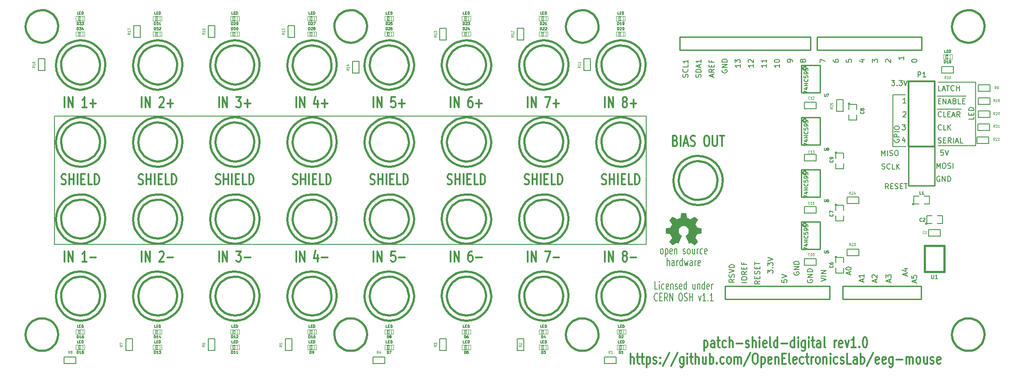
<source format=gto>
G04 (created by PCBNEW-RS274X (2012-apr-16-27)-stable) date Sun 25 Aug 2013 09:14:28 PM CEST*
G01*
G70*
G90*
%MOIN*%
G04 Gerber Fmt 3.4, Leading zero omitted, Abs format*
%FSLAX34Y34*%
G04 APERTURE LIST*
%ADD10C,0.006000*%
%ADD11C,0.005000*%
%ADD12C,0.012000*%
%ADD13C,0.008000*%
%ADD14C,0.000100*%
%ADD15C,0.015000*%
%ADD16C,0.010000*%
%ADD17C,0.002600*%
%ADD18C,0.004000*%
%ADD19C,0.004500*%
%ADD20C,0.007500*%
G04 APERTURE END LIST*
G54D10*
G54D11*
X19685Y-27559D02*
X64961Y-27559D01*
X19685Y-37402D02*
X19685Y-27559D01*
X64961Y-37402D02*
X19685Y-37402D01*
X64961Y-27559D02*
X64961Y-37402D01*
G54D12*
X61549Y-32766D02*
X61635Y-32804D01*
X61778Y-32804D01*
X61835Y-32766D01*
X61864Y-32728D01*
X61892Y-32651D01*
X61892Y-32575D01*
X61864Y-32499D01*
X61835Y-32461D01*
X61778Y-32423D01*
X61664Y-32385D01*
X61606Y-32347D01*
X61578Y-32309D01*
X61549Y-32232D01*
X61549Y-32156D01*
X61578Y-32080D01*
X61606Y-32042D01*
X61664Y-32004D01*
X61806Y-32004D01*
X61892Y-32042D01*
X62149Y-32804D02*
X62149Y-32004D01*
X62149Y-32385D02*
X62492Y-32385D01*
X62492Y-32804D02*
X62492Y-32004D01*
X62778Y-32804D02*
X62778Y-32004D01*
X63064Y-32385D02*
X63264Y-32385D01*
X63350Y-32804D02*
X63064Y-32804D01*
X63064Y-32004D01*
X63350Y-32004D01*
X63893Y-32804D02*
X63607Y-32804D01*
X63607Y-32004D01*
X64093Y-32804D02*
X64093Y-32004D01*
X64236Y-32004D01*
X64321Y-32042D01*
X64379Y-32118D01*
X64407Y-32194D01*
X64436Y-32347D01*
X64436Y-32461D01*
X64407Y-32613D01*
X64379Y-32690D01*
X64321Y-32766D01*
X64236Y-32804D01*
X64093Y-32804D01*
X55644Y-32766D02*
X55730Y-32804D01*
X55873Y-32804D01*
X55930Y-32766D01*
X55959Y-32728D01*
X55987Y-32651D01*
X55987Y-32575D01*
X55959Y-32499D01*
X55930Y-32461D01*
X55873Y-32423D01*
X55759Y-32385D01*
X55701Y-32347D01*
X55673Y-32309D01*
X55644Y-32232D01*
X55644Y-32156D01*
X55673Y-32080D01*
X55701Y-32042D01*
X55759Y-32004D01*
X55901Y-32004D01*
X55987Y-32042D01*
X56244Y-32804D02*
X56244Y-32004D01*
X56244Y-32385D02*
X56587Y-32385D01*
X56587Y-32804D02*
X56587Y-32004D01*
X56873Y-32804D02*
X56873Y-32004D01*
X57159Y-32385D02*
X57359Y-32385D01*
X57445Y-32804D02*
X57159Y-32804D01*
X57159Y-32004D01*
X57445Y-32004D01*
X57988Y-32804D02*
X57702Y-32804D01*
X57702Y-32004D01*
X58188Y-32804D02*
X58188Y-32004D01*
X58331Y-32004D01*
X58416Y-32042D01*
X58474Y-32118D01*
X58502Y-32194D01*
X58531Y-32347D01*
X58531Y-32461D01*
X58502Y-32613D01*
X58474Y-32690D01*
X58416Y-32766D01*
X58331Y-32804D01*
X58188Y-32804D01*
X49738Y-32766D02*
X49824Y-32804D01*
X49967Y-32804D01*
X50024Y-32766D01*
X50053Y-32728D01*
X50081Y-32651D01*
X50081Y-32575D01*
X50053Y-32499D01*
X50024Y-32461D01*
X49967Y-32423D01*
X49853Y-32385D01*
X49795Y-32347D01*
X49767Y-32309D01*
X49738Y-32232D01*
X49738Y-32156D01*
X49767Y-32080D01*
X49795Y-32042D01*
X49853Y-32004D01*
X49995Y-32004D01*
X50081Y-32042D01*
X50338Y-32804D02*
X50338Y-32004D01*
X50338Y-32385D02*
X50681Y-32385D01*
X50681Y-32804D02*
X50681Y-32004D01*
X50967Y-32804D02*
X50967Y-32004D01*
X51253Y-32385D02*
X51453Y-32385D01*
X51539Y-32804D02*
X51253Y-32804D01*
X51253Y-32004D01*
X51539Y-32004D01*
X52082Y-32804D02*
X51796Y-32804D01*
X51796Y-32004D01*
X52282Y-32804D02*
X52282Y-32004D01*
X52425Y-32004D01*
X52510Y-32042D01*
X52568Y-32118D01*
X52596Y-32194D01*
X52625Y-32347D01*
X52625Y-32461D01*
X52596Y-32613D01*
X52568Y-32690D01*
X52510Y-32766D01*
X52425Y-32804D01*
X52282Y-32804D01*
X43833Y-32766D02*
X43919Y-32804D01*
X44062Y-32804D01*
X44119Y-32766D01*
X44148Y-32728D01*
X44176Y-32651D01*
X44176Y-32575D01*
X44148Y-32499D01*
X44119Y-32461D01*
X44062Y-32423D01*
X43948Y-32385D01*
X43890Y-32347D01*
X43862Y-32309D01*
X43833Y-32232D01*
X43833Y-32156D01*
X43862Y-32080D01*
X43890Y-32042D01*
X43948Y-32004D01*
X44090Y-32004D01*
X44176Y-32042D01*
X44433Y-32804D02*
X44433Y-32004D01*
X44433Y-32385D02*
X44776Y-32385D01*
X44776Y-32804D02*
X44776Y-32004D01*
X45062Y-32804D02*
X45062Y-32004D01*
X45348Y-32385D02*
X45548Y-32385D01*
X45634Y-32804D02*
X45348Y-32804D01*
X45348Y-32004D01*
X45634Y-32004D01*
X46177Y-32804D02*
X45891Y-32804D01*
X45891Y-32004D01*
X46377Y-32804D02*
X46377Y-32004D01*
X46520Y-32004D01*
X46605Y-32042D01*
X46663Y-32118D01*
X46691Y-32194D01*
X46720Y-32347D01*
X46720Y-32461D01*
X46691Y-32613D01*
X46663Y-32690D01*
X46605Y-32766D01*
X46520Y-32804D01*
X46377Y-32804D01*
X37927Y-32766D02*
X38013Y-32804D01*
X38156Y-32804D01*
X38213Y-32766D01*
X38242Y-32728D01*
X38270Y-32651D01*
X38270Y-32575D01*
X38242Y-32499D01*
X38213Y-32461D01*
X38156Y-32423D01*
X38042Y-32385D01*
X37984Y-32347D01*
X37956Y-32309D01*
X37927Y-32232D01*
X37927Y-32156D01*
X37956Y-32080D01*
X37984Y-32042D01*
X38042Y-32004D01*
X38184Y-32004D01*
X38270Y-32042D01*
X38527Y-32804D02*
X38527Y-32004D01*
X38527Y-32385D02*
X38870Y-32385D01*
X38870Y-32804D02*
X38870Y-32004D01*
X39156Y-32804D02*
X39156Y-32004D01*
X39442Y-32385D02*
X39642Y-32385D01*
X39728Y-32804D02*
X39442Y-32804D01*
X39442Y-32004D01*
X39728Y-32004D01*
X40271Y-32804D02*
X39985Y-32804D01*
X39985Y-32004D01*
X40471Y-32804D02*
X40471Y-32004D01*
X40614Y-32004D01*
X40699Y-32042D01*
X40757Y-32118D01*
X40785Y-32194D01*
X40814Y-32347D01*
X40814Y-32461D01*
X40785Y-32613D01*
X40757Y-32690D01*
X40699Y-32766D01*
X40614Y-32804D01*
X40471Y-32804D01*
X32022Y-32766D02*
X32108Y-32804D01*
X32251Y-32804D01*
X32308Y-32766D01*
X32337Y-32728D01*
X32365Y-32651D01*
X32365Y-32575D01*
X32337Y-32499D01*
X32308Y-32461D01*
X32251Y-32423D01*
X32137Y-32385D01*
X32079Y-32347D01*
X32051Y-32309D01*
X32022Y-32232D01*
X32022Y-32156D01*
X32051Y-32080D01*
X32079Y-32042D01*
X32137Y-32004D01*
X32279Y-32004D01*
X32365Y-32042D01*
X32622Y-32804D02*
X32622Y-32004D01*
X32622Y-32385D02*
X32965Y-32385D01*
X32965Y-32804D02*
X32965Y-32004D01*
X33251Y-32804D02*
X33251Y-32004D01*
X33537Y-32385D02*
X33737Y-32385D01*
X33823Y-32804D02*
X33537Y-32804D01*
X33537Y-32004D01*
X33823Y-32004D01*
X34366Y-32804D02*
X34080Y-32804D01*
X34080Y-32004D01*
X34566Y-32804D02*
X34566Y-32004D01*
X34709Y-32004D01*
X34794Y-32042D01*
X34852Y-32118D01*
X34880Y-32194D01*
X34909Y-32347D01*
X34909Y-32461D01*
X34880Y-32613D01*
X34852Y-32690D01*
X34794Y-32766D01*
X34709Y-32804D01*
X34566Y-32804D01*
X26116Y-32766D02*
X26202Y-32804D01*
X26345Y-32804D01*
X26402Y-32766D01*
X26431Y-32728D01*
X26459Y-32651D01*
X26459Y-32575D01*
X26431Y-32499D01*
X26402Y-32461D01*
X26345Y-32423D01*
X26231Y-32385D01*
X26173Y-32347D01*
X26145Y-32309D01*
X26116Y-32232D01*
X26116Y-32156D01*
X26145Y-32080D01*
X26173Y-32042D01*
X26231Y-32004D01*
X26373Y-32004D01*
X26459Y-32042D01*
X26716Y-32804D02*
X26716Y-32004D01*
X26716Y-32385D02*
X27059Y-32385D01*
X27059Y-32804D02*
X27059Y-32004D01*
X27345Y-32804D02*
X27345Y-32004D01*
X27631Y-32385D02*
X27831Y-32385D01*
X27917Y-32804D02*
X27631Y-32804D01*
X27631Y-32004D01*
X27917Y-32004D01*
X28460Y-32804D02*
X28174Y-32804D01*
X28174Y-32004D01*
X28660Y-32804D02*
X28660Y-32004D01*
X28803Y-32004D01*
X28888Y-32042D01*
X28946Y-32118D01*
X28974Y-32194D01*
X29003Y-32347D01*
X29003Y-32461D01*
X28974Y-32613D01*
X28946Y-32690D01*
X28888Y-32766D01*
X28803Y-32804D01*
X28660Y-32804D01*
X20211Y-32766D02*
X20297Y-32804D01*
X20440Y-32804D01*
X20497Y-32766D01*
X20526Y-32728D01*
X20554Y-32651D01*
X20554Y-32575D01*
X20526Y-32499D01*
X20497Y-32461D01*
X20440Y-32423D01*
X20326Y-32385D01*
X20268Y-32347D01*
X20240Y-32309D01*
X20211Y-32232D01*
X20211Y-32156D01*
X20240Y-32080D01*
X20268Y-32042D01*
X20326Y-32004D01*
X20468Y-32004D01*
X20554Y-32042D01*
X20811Y-32804D02*
X20811Y-32004D01*
X20811Y-32385D02*
X21154Y-32385D01*
X21154Y-32804D02*
X21154Y-32004D01*
X21440Y-32804D02*
X21440Y-32004D01*
X21726Y-32385D02*
X21926Y-32385D01*
X22012Y-32804D02*
X21726Y-32804D01*
X21726Y-32004D01*
X22012Y-32004D01*
X22555Y-32804D02*
X22269Y-32804D01*
X22269Y-32004D01*
X22755Y-32804D02*
X22755Y-32004D01*
X22898Y-32004D01*
X22983Y-32042D01*
X23041Y-32118D01*
X23069Y-32194D01*
X23098Y-32347D01*
X23098Y-32461D01*
X23069Y-32613D01*
X23041Y-32690D01*
X22983Y-32766D01*
X22898Y-32804D01*
X22755Y-32804D01*
X61792Y-38710D02*
X61792Y-37910D01*
X62078Y-38710D02*
X62078Y-37910D01*
X62421Y-38710D01*
X62421Y-37910D01*
X63250Y-38253D02*
X63192Y-38215D01*
X63164Y-38176D01*
X63135Y-38100D01*
X63135Y-38062D01*
X63164Y-37986D01*
X63192Y-37948D01*
X63250Y-37910D01*
X63364Y-37910D01*
X63421Y-37948D01*
X63450Y-37986D01*
X63478Y-38062D01*
X63478Y-38100D01*
X63450Y-38176D01*
X63421Y-38215D01*
X63364Y-38253D01*
X63250Y-38253D01*
X63192Y-38291D01*
X63164Y-38329D01*
X63135Y-38405D01*
X63135Y-38557D01*
X63164Y-38634D01*
X63192Y-38672D01*
X63250Y-38710D01*
X63364Y-38710D01*
X63421Y-38672D01*
X63450Y-38634D01*
X63478Y-38557D01*
X63478Y-38405D01*
X63450Y-38329D01*
X63421Y-38291D01*
X63364Y-38253D01*
X63735Y-38405D02*
X64192Y-38405D01*
X55887Y-38710D02*
X55887Y-37910D01*
X56173Y-38710D02*
X56173Y-37910D01*
X56516Y-38710D01*
X56516Y-37910D01*
X57202Y-37910D02*
X57602Y-37910D01*
X57345Y-38710D01*
X57830Y-38405D02*
X58287Y-38405D01*
X49981Y-38710D02*
X49981Y-37910D01*
X50267Y-38710D02*
X50267Y-37910D01*
X50610Y-38710D01*
X50610Y-37910D01*
X51610Y-37910D02*
X51496Y-37910D01*
X51439Y-37948D01*
X51410Y-37986D01*
X51353Y-38100D01*
X51324Y-38253D01*
X51324Y-38557D01*
X51353Y-38634D01*
X51381Y-38672D01*
X51439Y-38710D01*
X51553Y-38710D01*
X51610Y-38672D01*
X51639Y-38634D01*
X51667Y-38557D01*
X51667Y-38367D01*
X51639Y-38291D01*
X51610Y-38253D01*
X51553Y-38215D01*
X51439Y-38215D01*
X51381Y-38253D01*
X51353Y-38291D01*
X51324Y-38367D01*
X51924Y-38405D02*
X52381Y-38405D01*
X44076Y-38710D02*
X44076Y-37910D01*
X44362Y-38710D02*
X44362Y-37910D01*
X44705Y-38710D01*
X44705Y-37910D01*
X45734Y-37910D02*
X45448Y-37910D01*
X45419Y-38291D01*
X45448Y-38253D01*
X45505Y-38215D01*
X45648Y-38215D01*
X45705Y-38253D01*
X45734Y-38291D01*
X45762Y-38367D01*
X45762Y-38557D01*
X45734Y-38634D01*
X45705Y-38672D01*
X45648Y-38710D01*
X45505Y-38710D01*
X45448Y-38672D01*
X45419Y-38634D01*
X46019Y-38405D02*
X46476Y-38405D01*
X38170Y-38710D02*
X38170Y-37910D01*
X38456Y-38710D02*
X38456Y-37910D01*
X38799Y-38710D01*
X38799Y-37910D01*
X39799Y-38176D02*
X39799Y-38710D01*
X39656Y-37872D02*
X39513Y-38443D01*
X39885Y-38443D01*
X40113Y-38405D02*
X40570Y-38405D01*
X32265Y-38710D02*
X32265Y-37910D01*
X32551Y-38710D02*
X32551Y-37910D01*
X32894Y-38710D01*
X32894Y-37910D01*
X33580Y-37910D02*
X33951Y-37910D01*
X33751Y-38215D01*
X33837Y-38215D01*
X33894Y-38253D01*
X33923Y-38291D01*
X33951Y-38367D01*
X33951Y-38557D01*
X33923Y-38634D01*
X33894Y-38672D01*
X33837Y-38710D01*
X33665Y-38710D01*
X33608Y-38672D01*
X33580Y-38634D01*
X34208Y-38405D02*
X34665Y-38405D01*
X26359Y-38710D02*
X26359Y-37910D01*
X26645Y-38710D02*
X26645Y-37910D01*
X26988Y-38710D01*
X26988Y-37910D01*
X27702Y-37986D02*
X27731Y-37948D01*
X27788Y-37910D01*
X27931Y-37910D01*
X27988Y-37948D01*
X28017Y-37986D01*
X28045Y-38062D01*
X28045Y-38138D01*
X28017Y-38253D01*
X27674Y-38710D01*
X28045Y-38710D01*
X28302Y-38405D02*
X28759Y-38405D01*
X20454Y-38710D02*
X20454Y-37910D01*
X20740Y-38710D02*
X20740Y-37910D01*
X21083Y-38710D01*
X21083Y-37910D01*
X22140Y-38710D02*
X21797Y-38710D01*
X21969Y-38710D02*
X21969Y-37910D01*
X21912Y-38024D01*
X21854Y-38100D01*
X21797Y-38138D01*
X22397Y-38405D02*
X22854Y-38405D01*
X67170Y-29433D02*
X67256Y-29471D01*
X67284Y-29509D01*
X67313Y-29585D01*
X67313Y-29699D01*
X67284Y-29776D01*
X67256Y-29814D01*
X67198Y-29852D01*
X66970Y-29852D01*
X66970Y-29052D01*
X67170Y-29052D01*
X67227Y-29090D01*
X67256Y-29128D01*
X67284Y-29204D01*
X67284Y-29280D01*
X67256Y-29357D01*
X67227Y-29395D01*
X67170Y-29433D01*
X66970Y-29433D01*
X67570Y-29852D02*
X67570Y-29052D01*
X67827Y-29623D02*
X68113Y-29623D01*
X67770Y-29852D02*
X67970Y-29052D01*
X68170Y-29852D01*
X68341Y-29814D02*
X68427Y-29852D01*
X68570Y-29852D01*
X68627Y-29814D01*
X68656Y-29776D01*
X68684Y-29699D01*
X68684Y-29623D01*
X68656Y-29547D01*
X68627Y-29509D01*
X68570Y-29471D01*
X68456Y-29433D01*
X68398Y-29395D01*
X68370Y-29357D01*
X68341Y-29280D01*
X68341Y-29204D01*
X68370Y-29128D01*
X68398Y-29090D01*
X68456Y-29052D01*
X68598Y-29052D01*
X68684Y-29090D01*
X69512Y-29052D02*
X69626Y-29052D01*
X69684Y-29090D01*
X69741Y-29166D01*
X69769Y-29318D01*
X69769Y-29585D01*
X69741Y-29738D01*
X69684Y-29814D01*
X69626Y-29852D01*
X69512Y-29852D01*
X69455Y-29814D01*
X69398Y-29738D01*
X69369Y-29585D01*
X69369Y-29318D01*
X69398Y-29166D01*
X69455Y-29090D01*
X69512Y-29052D01*
X70027Y-29052D02*
X70027Y-29699D01*
X70055Y-29776D01*
X70084Y-29814D01*
X70141Y-29852D01*
X70255Y-29852D01*
X70313Y-29814D01*
X70341Y-29776D01*
X70370Y-29699D01*
X70370Y-29052D01*
X70570Y-29052D02*
X70913Y-29052D01*
X70742Y-29852D02*
X70742Y-29052D01*
X61792Y-26899D02*
X61792Y-26099D01*
X62078Y-26899D02*
X62078Y-26099D01*
X62421Y-26899D01*
X62421Y-26099D01*
X63250Y-26442D02*
X63192Y-26404D01*
X63164Y-26365D01*
X63135Y-26289D01*
X63135Y-26251D01*
X63164Y-26175D01*
X63192Y-26137D01*
X63250Y-26099D01*
X63364Y-26099D01*
X63421Y-26137D01*
X63450Y-26175D01*
X63478Y-26251D01*
X63478Y-26289D01*
X63450Y-26365D01*
X63421Y-26404D01*
X63364Y-26442D01*
X63250Y-26442D01*
X63192Y-26480D01*
X63164Y-26518D01*
X63135Y-26594D01*
X63135Y-26746D01*
X63164Y-26823D01*
X63192Y-26861D01*
X63250Y-26899D01*
X63364Y-26899D01*
X63421Y-26861D01*
X63450Y-26823D01*
X63478Y-26746D01*
X63478Y-26594D01*
X63450Y-26518D01*
X63421Y-26480D01*
X63364Y-26442D01*
X63735Y-26594D02*
X64192Y-26594D01*
X63963Y-26899D02*
X63963Y-26289D01*
X55887Y-26899D02*
X55887Y-26099D01*
X56173Y-26899D02*
X56173Y-26099D01*
X56516Y-26899D01*
X56516Y-26099D01*
X57202Y-26099D02*
X57602Y-26099D01*
X57345Y-26899D01*
X57830Y-26594D02*
X58287Y-26594D01*
X58058Y-26899D02*
X58058Y-26289D01*
X49981Y-26899D02*
X49981Y-26099D01*
X50267Y-26899D02*
X50267Y-26099D01*
X50610Y-26899D01*
X50610Y-26099D01*
X51610Y-26099D02*
X51496Y-26099D01*
X51439Y-26137D01*
X51410Y-26175D01*
X51353Y-26289D01*
X51324Y-26442D01*
X51324Y-26746D01*
X51353Y-26823D01*
X51381Y-26861D01*
X51439Y-26899D01*
X51553Y-26899D01*
X51610Y-26861D01*
X51639Y-26823D01*
X51667Y-26746D01*
X51667Y-26556D01*
X51639Y-26480D01*
X51610Y-26442D01*
X51553Y-26404D01*
X51439Y-26404D01*
X51381Y-26442D01*
X51353Y-26480D01*
X51324Y-26556D01*
X51924Y-26594D02*
X52381Y-26594D01*
X52152Y-26899D02*
X52152Y-26289D01*
X44076Y-26899D02*
X44076Y-26099D01*
X44362Y-26899D02*
X44362Y-26099D01*
X44705Y-26899D01*
X44705Y-26099D01*
X45734Y-26099D02*
X45448Y-26099D01*
X45419Y-26480D01*
X45448Y-26442D01*
X45505Y-26404D01*
X45648Y-26404D01*
X45705Y-26442D01*
X45734Y-26480D01*
X45762Y-26556D01*
X45762Y-26746D01*
X45734Y-26823D01*
X45705Y-26861D01*
X45648Y-26899D01*
X45505Y-26899D01*
X45448Y-26861D01*
X45419Y-26823D01*
X46019Y-26594D02*
X46476Y-26594D01*
X46247Y-26899D02*
X46247Y-26289D01*
X38170Y-26899D02*
X38170Y-26099D01*
X38456Y-26899D02*
X38456Y-26099D01*
X38799Y-26899D01*
X38799Y-26099D01*
X39799Y-26365D02*
X39799Y-26899D01*
X39656Y-26061D02*
X39513Y-26632D01*
X39885Y-26632D01*
X40113Y-26594D02*
X40570Y-26594D01*
X40341Y-26899D02*
X40341Y-26289D01*
X32265Y-26899D02*
X32265Y-26099D01*
X32551Y-26899D02*
X32551Y-26099D01*
X32894Y-26899D01*
X32894Y-26099D01*
X33580Y-26099D02*
X33951Y-26099D01*
X33751Y-26404D01*
X33837Y-26404D01*
X33894Y-26442D01*
X33923Y-26480D01*
X33951Y-26556D01*
X33951Y-26746D01*
X33923Y-26823D01*
X33894Y-26861D01*
X33837Y-26899D01*
X33665Y-26899D01*
X33608Y-26861D01*
X33580Y-26823D01*
X34208Y-26594D02*
X34665Y-26594D01*
X34436Y-26899D02*
X34436Y-26289D01*
X26359Y-26899D02*
X26359Y-26099D01*
X26645Y-26899D02*
X26645Y-26099D01*
X26988Y-26899D01*
X26988Y-26099D01*
X27702Y-26175D02*
X27731Y-26137D01*
X27788Y-26099D01*
X27931Y-26099D01*
X27988Y-26137D01*
X28017Y-26175D01*
X28045Y-26251D01*
X28045Y-26327D01*
X28017Y-26442D01*
X27674Y-26899D01*
X28045Y-26899D01*
X28302Y-26594D02*
X28759Y-26594D01*
X28530Y-26899D02*
X28530Y-26289D01*
X20454Y-26899D02*
X20454Y-26099D01*
X20740Y-26899D02*
X20740Y-26099D01*
X21083Y-26899D01*
X21083Y-26099D01*
X22140Y-26899D02*
X21797Y-26899D01*
X21969Y-26899D02*
X21969Y-26099D01*
X21912Y-26213D01*
X21854Y-26289D01*
X21797Y-26327D01*
X22397Y-26594D02*
X22854Y-26594D01*
X22625Y-26899D02*
X22625Y-26289D01*
G54D10*
X66109Y-38137D02*
X66071Y-38108D01*
X66052Y-38080D01*
X66033Y-38023D01*
X66033Y-37851D01*
X66052Y-37794D01*
X66071Y-37765D01*
X66109Y-37737D01*
X66167Y-37737D01*
X66205Y-37765D01*
X66224Y-37794D01*
X66243Y-37851D01*
X66243Y-38023D01*
X66224Y-38080D01*
X66205Y-38108D01*
X66167Y-38137D01*
X66109Y-38137D01*
X66414Y-37737D02*
X66414Y-38337D01*
X66414Y-37765D02*
X66452Y-37737D01*
X66529Y-37737D01*
X66567Y-37765D01*
X66586Y-37794D01*
X66605Y-37851D01*
X66605Y-38023D01*
X66586Y-38080D01*
X66567Y-38108D01*
X66529Y-38137D01*
X66452Y-38137D01*
X66414Y-38108D01*
X66929Y-38108D02*
X66891Y-38137D01*
X66814Y-38137D01*
X66776Y-38108D01*
X66757Y-38051D01*
X66757Y-37823D01*
X66776Y-37765D01*
X66814Y-37737D01*
X66891Y-37737D01*
X66929Y-37765D01*
X66948Y-37823D01*
X66948Y-37880D01*
X66757Y-37937D01*
X67119Y-37737D02*
X67119Y-38137D01*
X67119Y-37794D02*
X67138Y-37765D01*
X67176Y-37737D01*
X67234Y-37737D01*
X67272Y-37765D01*
X67291Y-37823D01*
X67291Y-38137D01*
X67767Y-38108D02*
X67805Y-38137D01*
X67881Y-38137D01*
X67920Y-38108D01*
X67939Y-38051D01*
X67939Y-38023D01*
X67920Y-37965D01*
X67881Y-37937D01*
X67824Y-37937D01*
X67786Y-37908D01*
X67767Y-37851D01*
X67767Y-37823D01*
X67786Y-37765D01*
X67824Y-37737D01*
X67881Y-37737D01*
X67920Y-37765D01*
X68167Y-38137D02*
X68129Y-38108D01*
X68110Y-38080D01*
X68091Y-38023D01*
X68091Y-37851D01*
X68110Y-37794D01*
X68129Y-37765D01*
X68167Y-37737D01*
X68225Y-37737D01*
X68263Y-37765D01*
X68282Y-37794D01*
X68301Y-37851D01*
X68301Y-38023D01*
X68282Y-38080D01*
X68263Y-38108D01*
X68225Y-38137D01*
X68167Y-38137D01*
X68644Y-37737D02*
X68644Y-38137D01*
X68472Y-37737D02*
X68472Y-38051D01*
X68491Y-38108D01*
X68529Y-38137D01*
X68587Y-38137D01*
X68625Y-38108D01*
X68644Y-38080D01*
X68834Y-38137D02*
X68834Y-37737D01*
X68834Y-37851D02*
X68853Y-37794D01*
X68872Y-37765D01*
X68910Y-37737D01*
X68949Y-37737D01*
X69254Y-38108D02*
X69216Y-38137D01*
X69139Y-38137D01*
X69101Y-38108D01*
X69082Y-38080D01*
X69063Y-38023D01*
X69063Y-37851D01*
X69082Y-37794D01*
X69101Y-37765D01*
X69139Y-37737D01*
X69216Y-37737D01*
X69254Y-37765D01*
X69578Y-38108D02*
X69540Y-38137D01*
X69463Y-38137D01*
X69425Y-38108D01*
X69406Y-38051D01*
X69406Y-37823D01*
X69425Y-37765D01*
X69463Y-37737D01*
X69540Y-37737D01*
X69578Y-37765D01*
X69597Y-37823D01*
X69597Y-37880D01*
X69406Y-37937D01*
X66557Y-39037D02*
X66557Y-38437D01*
X66729Y-39037D02*
X66729Y-38723D01*
X66710Y-38665D01*
X66672Y-38637D01*
X66614Y-38637D01*
X66576Y-38665D01*
X66557Y-38694D01*
X67091Y-39037D02*
X67091Y-38723D01*
X67072Y-38665D01*
X67034Y-38637D01*
X66957Y-38637D01*
X66919Y-38665D01*
X67091Y-39008D02*
X67053Y-39037D01*
X66957Y-39037D01*
X66919Y-39008D01*
X66900Y-38951D01*
X66900Y-38894D01*
X66919Y-38837D01*
X66957Y-38808D01*
X67053Y-38808D01*
X67091Y-38780D01*
X67281Y-39037D02*
X67281Y-38637D01*
X67281Y-38751D02*
X67300Y-38694D01*
X67319Y-38665D01*
X67357Y-38637D01*
X67396Y-38637D01*
X67701Y-39037D02*
X67701Y-38437D01*
X67701Y-39008D02*
X67663Y-39037D01*
X67586Y-39037D01*
X67548Y-39008D01*
X67529Y-38980D01*
X67510Y-38923D01*
X67510Y-38751D01*
X67529Y-38694D01*
X67548Y-38665D01*
X67586Y-38637D01*
X67663Y-38637D01*
X67701Y-38665D01*
X67853Y-38637D02*
X67929Y-39037D01*
X68006Y-38751D01*
X68082Y-39037D01*
X68158Y-38637D01*
X68482Y-39037D02*
X68482Y-38723D01*
X68463Y-38665D01*
X68425Y-38637D01*
X68348Y-38637D01*
X68310Y-38665D01*
X68482Y-39008D02*
X68444Y-39037D01*
X68348Y-39037D01*
X68310Y-39008D01*
X68291Y-38951D01*
X68291Y-38894D01*
X68310Y-38837D01*
X68348Y-38808D01*
X68444Y-38808D01*
X68482Y-38780D01*
X68672Y-39037D02*
X68672Y-38637D01*
X68672Y-38751D02*
X68691Y-38694D01*
X68710Y-38665D01*
X68748Y-38637D01*
X68787Y-38637D01*
X69073Y-39008D02*
X69035Y-39037D01*
X68958Y-39037D01*
X68920Y-39008D01*
X68901Y-38951D01*
X68901Y-38723D01*
X68920Y-38665D01*
X68958Y-38637D01*
X69035Y-38637D01*
X69073Y-38665D01*
X69092Y-38723D01*
X69092Y-38780D01*
X68901Y-38837D01*
X65815Y-40837D02*
X65624Y-40837D01*
X65624Y-40237D01*
X65948Y-40837D02*
X65948Y-40437D01*
X65948Y-40237D02*
X65929Y-40265D01*
X65948Y-40294D01*
X65967Y-40265D01*
X65948Y-40237D01*
X65948Y-40294D01*
X66310Y-40808D02*
X66272Y-40837D01*
X66195Y-40837D01*
X66157Y-40808D01*
X66138Y-40780D01*
X66119Y-40723D01*
X66119Y-40551D01*
X66138Y-40494D01*
X66157Y-40465D01*
X66195Y-40437D01*
X66272Y-40437D01*
X66310Y-40465D01*
X66634Y-40808D02*
X66596Y-40837D01*
X66519Y-40837D01*
X66481Y-40808D01*
X66462Y-40751D01*
X66462Y-40523D01*
X66481Y-40465D01*
X66519Y-40437D01*
X66596Y-40437D01*
X66634Y-40465D01*
X66653Y-40523D01*
X66653Y-40580D01*
X66462Y-40637D01*
X66824Y-40437D02*
X66824Y-40837D01*
X66824Y-40494D02*
X66843Y-40465D01*
X66881Y-40437D01*
X66939Y-40437D01*
X66977Y-40465D01*
X66996Y-40523D01*
X66996Y-40837D01*
X67167Y-40808D02*
X67205Y-40837D01*
X67281Y-40837D01*
X67320Y-40808D01*
X67339Y-40751D01*
X67339Y-40723D01*
X67320Y-40665D01*
X67281Y-40637D01*
X67224Y-40637D01*
X67186Y-40608D01*
X67167Y-40551D01*
X67167Y-40523D01*
X67186Y-40465D01*
X67224Y-40437D01*
X67281Y-40437D01*
X67320Y-40465D01*
X67663Y-40808D02*
X67625Y-40837D01*
X67548Y-40837D01*
X67510Y-40808D01*
X67491Y-40751D01*
X67491Y-40523D01*
X67510Y-40465D01*
X67548Y-40437D01*
X67625Y-40437D01*
X67663Y-40465D01*
X67682Y-40523D01*
X67682Y-40580D01*
X67491Y-40637D01*
X68025Y-40837D02*
X68025Y-40237D01*
X68025Y-40808D02*
X67987Y-40837D01*
X67910Y-40837D01*
X67872Y-40808D01*
X67853Y-40780D01*
X67834Y-40723D01*
X67834Y-40551D01*
X67853Y-40494D01*
X67872Y-40465D01*
X67910Y-40437D01*
X67987Y-40437D01*
X68025Y-40465D01*
X68692Y-40437D02*
X68692Y-40837D01*
X68520Y-40437D02*
X68520Y-40751D01*
X68539Y-40808D01*
X68577Y-40837D01*
X68635Y-40837D01*
X68673Y-40808D01*
X68692Y-40780D01*
X68882Y-40437D02*
X68882Y-40837D01*
X68882Y-40494D02*
X68901Y-40465D01*
X68939Y-40437D01*
X68997Y-40437D01*
X69035Y-40465D01*
X69054Y-40523D01*
X69054Y-40837D01*
X69416Y-40837D02*
X69416Y-40237D01*
X69416Y-40808D02*
X69378Y-40837D01*
X69301Y-40837D01*
X69263Y-40808D01*
X69244Y-40780D01*
X69225Y-40723D01*
X69225Y-40551D01*
X69244Y-40494D01*
X69263Y-40465D01*
X69301Y-40437D01*
X69378Y-40437D01*
X69416Y-40465D01*
X69759Y-40808D02*
X69721Y-40837D01*
X69644Y-40837D01*
X69606Y-40808D01*
X69587Y-40751D01*
X69587Y-40523D01*
X69606Y-40465D01*
X69644Y-40437D01*
X69721Y-40437D01*
X69759Y-40465D01*
X69778Y-40523D01*
X69778Y-40580D01*
X69587Y-40637D01*
X69949Y-40837D02*
X69949Y-40437D01*
X69949Y-40551D02*
X69968Y-40494D01*
X69987Y-40465D01*
X70025Y-40437D01*
X70064Y-40437D01*
X65806Y-41680D02*
X65787Y-41708D01*
X65730Y-41737D01*
X65692Y-41737D01*
X65634Y-41708D01*
X65596Y-41651D01*
X65577Y-41594D01*
X65558Y-41480D01*
X65558Y-41394D01*
X65577Y-41280D01*
X65596Y-41223D01*
X65634Y-41165D01*
X65692Y-41137D01*
X65730Y-41137D01*
X65787Y-41165D01*
X65806Y-41194D01*
X65977Y-41423D02*
X66111Y-41423D01*
X66168Y-41737D02*
X65977Y-41737D01*
X65977Y-41137D01*
X66168Y-41137D01*
X66568Y-41737D02*
X66434Y-41451D01*
X66339Y-41737D02*
X66339Y-41137D01*
X66492Y-41137D01*
X66530Y-41165D01*
X66549Y-41194D01*
X66568Y-41251D01*
X66568Y-41337D01*
X66549Y-41394D01*
X66530Y-41423D01*
X66492Y-41451D01*
X66339Y-41451D01*
X66739Y-41737D02*
X66739Y-41137D01*
X66968Y-41737D01*
X66968Y-41137D01*
X67539Y-41137D02*
X67616Y-41137D01*
X67654Y-41165D01*
X67692Y-41223D01*
X67711Y-41337D01*
X67711Y-41537D01*
X67692Y-41651D01*
X67654Y-41708D01*
X67616Y-41737D01*
X67539Y-41737D01*
X67501Y-41708D01*
X67463Y-41651D01*
X67444Y-41537D01*
X67444Y-41337D01*
X67463Y-41223D01*
X67501Y-41165D01*
X67539Y-41137D01*
X67863Y-41708D02*
X67920Y-41737D01*
X68016Y-41737D01*
X68054Y-41708D01*
X68073Y-41680D01*
X68092Y-41623D01*
X68092Y-41565D01*
X68073Y-41508D01*
X68054Y-41480D01*
X68016Y-41451D01*
X67939Y-41423D01*
X67901Y-41394D01*
X67882Y-41365D01*
X67863Y-41308D01*
X67863Y-41251D01*
X67882Y-41194D01*
X67901Y-41165D01*
X67939Y-41137D01*
X68035Y-41137D01*
X68092Y-41165D01*
X68263Y-41737D02*
X68263Y-41137D01*
X68263Y-41423D02*
X68492Y-41423D01*
X68492Y-41737D02*
X68492Y-41137D01*
X68949Y-41337D02*
X69044Y-41737D01*
X69140Y-41337D01*
X69502Y-41737D02*
X69273Y-41737D01*
X69387Y-41737D02*
X69387Y-41137D01*
X69349Y-41223D01*
X69311Y-41280D01*
X69273Y-41308D01*
X69673Y-41680D02*
X69692Y-41708D01*
X69673Y-41737D01*
X69654Y-41708D01*
X69673Y-41680D01*
X69673Y-41737D01*
X70073Y-41737D02*
X69844Y-41737D01*
X69958Y-41737D02*
X69958Y-41137D01*
X69920Y-41223D01*
X69882Y-41280D01*
X69844Y-41308D01*
G54D12*
X69363Y-44770D02*
X69363Y-45570D01*
X69363Y-44809D02*
X69420Y-44770D01*
X69534Y-44770D01*
X69591Y-44809D01*
X69620Y-44847D01*
X69649Y-44923D01*
X69649Y-45151D01*
X69620Y-45228D01*
X69591Y-45266D01*
X69534Y-45304D01*
X69420Y-45304D01*
X69363Y-45266D01*
X70163Y-45304D02*
X70163Y-44885D01*
X70134Y-44809D01*
X70077Y-44770D01*
X69963Y-44770D01*
X69906Y-44809D01*
X70163Y-45266D02*
X70106Y-45304D01*
X69963Y-45304D01*
X69906Y-45266D01*
X69877Y-45190D01*
X69877Y-45113D01*
X69906Y-45037D01*
X69963Y-44999D01*
X70106Y-44999D01*
X70163Y-44961D01*
X70363Y-44770D02*
X70592Y-44770D01*
X70449Y-44504D02*
X70449Y-45190D01*
X70477Y-45266D01*
X70535Y-45304D01*
X70592Y-45304D01*
X71049Y-45266D02*
X70992Y-45304D01*
X70878Y-45304D01*
X70820Y-45266D01*
X70792Y-45228D01*
X70763Y-45151D01*
X70763Y-44923D01*
X70792Y-44847D01*
X70820Y-44809D01*
X70878Y-44770D01*
X70992Y-44770D01*
X71049Y-44809D01*
X71306Y-45304D02*
X71306Y-44504D01*
X71563Y-45304D02*
X71563Y-44885D01*
X71534Y-44809D01*
X71477Y-44770D01*
X71392Y-44770D01*
X71334Y-44809D01*
X71306Y-44847D01*
X71849Y-44999D02*
X72306Y-44999D01*
X72563Y-45266D02*
X72620Y-45304D01*
X72735Y-45304D01*
X72792Y-45266D01*
X72820Y-45190D01*
X72820Y-45151D01*
X72792Y-45075D01*
X72735Y-45037D01*
X72649Y-45037D01*
X72592Y-44999D01*
X72563Y-44923D01*
X72563Y-44885D01*
X72592Y-44809D01*
X72649Y-44770D01*
X72735Y-44770D01*
X72792Y-44809D01*
X73078Y-45304D02*
X73078Y-44504D01*
X73335Y-45304D02*
X73335Y-44885D01*
X73306Y-44809D01*
X73249Y-44770D01*
X73164Y-44770D01*
X73106Y-44809D01*
X73078Y-44847D01*
X73621Y-45304D02*
X73621Y-44770D01*
X73621Y-44504D02*
X73592Y-44542D01*
X73621Y-44580D01*
X73649Y-44542D01*
X73621Y-44504D01*
X73621Y-44580D01*
X74135Y-45266D02*
X74078Y-45304D01*
X73964Y-45304D01*
X73907Y-45266D01*
X73878Y-45190D01*
X73878Y-44885D01*
X73907Y-44809D01*
X73964Y-44770D01*
X74078Y-44770D01*
X74135Y-44809D01*
X74164Y-44885D01*
X74164Y-44961D01*
X73878Y-45037D01*
X74507Y-45304D02*
X74449Y-45266D01*
X74421Y-45190D01*
X74421Y-44504D01*
X74992Y-45304D02*
X74992Y-44504D01*
X74992Y-45266D02*
X74935Y-45304D01*
X74821Y-45304D01*
X74763Y-45266D01*
X74735Y-45228D01*
X74706Y-45151D01*
X74706Y-44923D01*
X74735Y-44847D01*
X74763Y-44809D01*
X74821Y-44770D01*
X74935Y-44770D01*
X74992Y-44809D01*
X75278Y-44999D02*
X75735Y-44999D01*
X76278Y-45304D02*
X76278Y-44504D01*
X76278Y-45266D02*
X76221Y-45304D01*
X76107Y-45304D01*
X76049Y-45266D01*
X76021Y-45228D01*
X75992Y-45151D01*
X75992Y-44923D01*
X76021Y-44847D01*
X76049Y-44809D01*
X76107Y-44770D01*
X76221Y-44770D01*
X76278Y-44809D01*
X76564Y-45304D02*
X76564Y-44770D01*
X76564Y-44504D02*
X76535Y-44542D01*
X76564Y-44580D01*
X76592Y-44542D01*
X76564Y-44504D01*
X76564Y-44580D01*
X77107Y-44770D02*
X77107Y-45418D01*
X77078Y-45494D01*
X77050Y-45532D01*
X76993Y-45570D01*
X76907Y-45570D01*
X76850Y-45532D01*
X77107Y-45266D02*
X77050Y-45304D01*
X76936Y-45304D01*
X76878Y-45266D01*
X76850Y-45228D01*
X76821Y-45151D01*
X76821Y-44923D01*
X76850Y-44847D01*
X76878Y-44809D01*
X76936Y-44770D01*
X77050Y-44770D01*
X77107Y-44809D01*
X77393Y-45304D02*
X77393Y-44770D01*
X77393Y-44504D02*
X77364Y-44542D01*
X77393Y-44580D01*
X77421Y-44542D01*
X77393Y-44504D01*
X77393Y-44580D01*
X77593Y-44770D02*
X77822Y-44770D01*
X77679Y-44504D02*
X77679Y-45190D01*
X77707Y-45266D01*
X77765Y-45304D01*
X77822Y-45304D01*
X78279Y-45304D02*
X78279Y-44885D01*
X78250Y-44809D01*
X78193Y-44770D01*
X78079Y-44770D01*
X78022Y-44809D01*
X78279Y-45266D02*
X78222Y-45304D01*
X78079Y-45304D01*
X78022Y-45266D01*
X77993Y-45190D01*
X77993Y-45113D01*
X78022Y-45037D01*
X78079Y-44999D01*
X78222Y-44999D01*
X78279Y-44961D01*
X78651Y-45304D02*
X78593Y-45266D01*
X78565Y-45190D01*
X78565Y-44504D01*
X79336Y-45304D02*
X79336Y-44770D01*
X79336Y-44923D02*
X79364Y-44847D01*
X79393Y-44809D01*
X79450Y-44770D01*
X79507Y-44770D01*
X79935Y-45266D02*
X79878Y-45304D01*
X79764Y-45304D01*
X79707Y-45266D01*
X79678Y-45190D01*
X79678Y-44885D01*
X79707Y-44809D01*
X79764Y-44770D01*
X79878Y-44770D01*
X79935Y-44809D01*
X79964Y-44885D01*
X79964Y-44961D01*
X79678Y-45037D01*
X80164Y-44770D02*
X80307Y-45304D01*
X80449Y-44770D01*
X80992Y-45304D02*
X80649Y-45304D01*
X80821Y-45304D02*
X80821Y-44504D01*
X80764Y-44618D01*
X80706Y-44694D01*
X80649Y-44732D01*
X81249Y-45228D02*
X81277Y-45266D01*
X81249Y-45304D01*
X81220Y-45266D01*
X81249Y-45228D01*
X81249Y-45304D01*
X81649Y-44504D02*
X81706Y-44504D01*
X81763Y-44542D01*
X81792Y-44580D01*
X81821Y-44656D01*
X81849Y-44809D01*
X81849Y-44999D01*
X81821Y-45151D01*
X81792Y-45228D01*
X81763Y-45266D01*
X81706Y-45304D01*
X81649Y-45304D01*
X81592Y-45266D01*
X81563Y-45228D01*
X81535Y-45151D01*
X81506Y-44999D01*
X81506Y-44809D01*
X81535Y-44656D01*
X81563Y-44580D01*
X81592Y-44542D01*
X81649Y-44504D01*
X63746Y-46544D02*
X63746Y-45744D01*
X64003Y-46544D02*
X64003Y-46125D01*
X63974Y-46049D01*
X63917Y-46010D01*
X63832Y-46010D01*
X63774Y-46049D01*
X63746Y-46087D01*
X64203Y-46010D02*
X64432Y-46010D01*
X64289Y-45744D02*
X64289Y-46430D01*
X64317Y-46506D01*
X64375Y-46544D01*
X64432Y-46544D01*
X64546Y-46010D02*
X64775Y-46010D01*
X64632Y-45744D02*
X64632Y-46430D01*
X64660Y-46506D01*
X64718Y-46544D01*
X64775Y-46544D01*
X64975Y-46010D02*
X64975Y-46810D01*
X64975Y-46049D02*
X65032Y-46010D01*
X65146Y-46010D01*
X65203Y-46049D01*
X65232Y-46087D01*
X65261Y-46163D01*
X65261Y-46391D01*
X65232Y-46468D01*
X65203Y-46506D01*
X65146Y-46544D01*
X65032Y-46544D01*
X64975Y-46506D01*
X65489Y-46506D02*
X65546Y-46544D01*
X65661Y-46544D01*
X65718Y-46506D01*
X65746Y-46430D01*
X65746Y-46391D01*
X65718Y-46315D01*
X65661Y-46277D01*
X65575Y-46277D01*
X65518Y-46239D01*
X65489Y-46163D01*
X65489Y-46125D01*
X65518Y-46049D01*
X65575Y-46010D01*
X65661Y-46010D01*
X65718Y-46049D01*
X66004Y-46468D02*
X66032Y-46506D01*
X66004Y-46544D01*
X65975Y-46506D01*
X66004Y-46468D01*
X66004Y-46544D01*
X66004Y-46049D02*
X66032Y-46087D01*
X66004Y-46125D01*
X65975Y-46087D01*
X66004Y-46049D01*
X66004Y-46125D01*
X66718Y-45706D02*
X66204Y-46734D01*
X67347Y-45706D02*
X66833Y-46734D01*
X67805Y-46010D02*
X67805Y-46658D01*
X67776Y-46734D01*
X67748Y-46772D01*
X67691Y-46810D01*
X67605Y-46810D01*
X67548Y-46772D01*
X67805Y-46506D02*
X67748Y-46544D01*
X67634Y-46544D01*
X67576Y-46506D01*
X67548Y-46468D01*
X67519Y-46391D01*
X67519Y-46163D01*
X67548Y-46087D01*
X67576Y-46049D01*
X67634Y-46010D01*
X67748Y-46010D01*
X67805Y-46049D01*
X68091Y-46544D02*
X68091Y-46010D01*
X68091Y-45744D02*
X68062Y-45782D01*
X68091Y-45820D01*
X68119Y-45782D01*
X68091Y-45744D01*
X68091Y-45820D01*
X68291Y-46010D02*
X68520Y-46010D01*
X68377Y-45744D02*
X68377Y-46430D01*
X68405Y-46506D01*
X68463Y-46544D01*
X68520Y-46544D01*
X68720Y-46544D02*
X68720Y-45744D01*
X68977Y-46544D02*
X68977Y-46125D01*
X68948Y-46049D01*
X68891Y-46010D01*
X68806Y-46010D01*
X68748Y-46049D01*
X68720Y-46087D01*
X69520Y-46010D02*
X69520Y-46544D01*
X69263Y-46010D02*
X69263Y-46430D01*
X69291Y-46506D01*
X69349Y-46544D01*
X69434Y-46544D01*
X69491Y-46506D01*
X69520Y-46468D01*
X69806Y-46544D02*
X69806Y-45744D01*
X69806Y-46049D02*
X69863Y-46010D01*
X69977Y-46010D01*
X70034Y-46049D01*
X70063Y-46087D01*
X70092Y-46163D01*
X70092Y-46391D01*
X70063Y-46468D01*
X70034Y-46506D01*
X69977Y-46544D01*
X69863Y-46544D01*
X69806Y-46506D01*
X70349Y-46468D02*
X70377Y-46506D01*
X70349Y-46544D01*
X70320Y-46506D01*
X70349Y-46468D01*
X70349Y-46544D01*
X70892Y-46506D02*
X70835Y-46544D01*
X70721Y-46544D01*
X70663Y-46506D01*
X70635Y-46468D01*
X70606Y-46391D01*
X70606Y-46163D01*
X70635Y-46087D01*
X70663Y-46049D01*
X70721Y-46010D01*
X70835Y-46010D01*
X70892Y-46049D01*
X71235Y-46544D02*
X71177Y-46506D01*
X71149Y-46468D01*
X71120Y-46391D01*
X71120Y-46163D01*
X71149Y-46087D01*
X71177Y-46049D01*
X71235Y-46010D01*
X71320Y-46010D01*
X71377Y-46049D01*
X71406Y-46087D01*
X71435Y-46163D01*
X71435Y-46391D01*
X71406Y-46468D01*
X71377Y-46506D01*
X71320Y-46544D01*
X71235Y-46544D01*
X71692Y-46544D02*
X71692Y-46010D01*
X71692Y-46087D02*
X71720Y-46049D01*
X71778Y-46010D01*
X71863Y-46010D01*
X71920Y-46049D01*
X71949Y-46125D01*
X71949Y-46544D01*
X71949Y-46125D02*
X71978Y-46049D01*
X72035Y-46010D01*
X72120Y-46010D01*
X72178Y-46049D01*
X72206Y-46125D01*
X72206Y-46544D01*
X72920Y-45706D02*
X72406Y-46734D01*
X73235Y-45744D02*
X73349Y-45744D01*
X73407Y-45782D01*
X73464Y-45858D01*
X73492Y-46010D01*
X73492Y-46277D01*
X73464Y-46430D01*
X73407Y-46506D01*
X73349Y-46544D01*
X73235Y-46544D01*
X73178Y-46506D01*
X73121Y-46430D01*
X73092Y-46277D01*
X73092Y-46010D01*
X73121Y-45858D01*
X73178Y-45782D01*
X73235Y-45744D01*
X73750Y-46010D02*
X73750Y-46810D01*
X73750Y-46049D02*
X73807Y-46010D01*
X73921Y-46010D01*
X73978Y-46049D01*
X74007Y-46087D01*
X74036Y-46163D01*
X74036Y-46391D01*
X74007Y-46468D01*
X73978Y-46506D01*
X73921Y-46544D01*
X73807Y-46544D01*
X73750Y-46506D01*
X74521Y-46506D02*
X74464Y-46544D01*
X74350Y-46544D01*
X74293Y-46506D01*
X74264Y-46430D01*
X74264Y-46125D01*
X74293Y-46049D01*
X74350Y-46010D01*
X74464Y-46010D01*
X74521Y-46049D01*
X74550Y-46125D01*
X74550Y-46201D01*
X74264Y-46277D01*
X74807Y-46010D02*
X74807Y-46544D01*
X74807Y-46087D02*
X74835Y-46049D01*
X74893Y-46010D01*
X74978Y-46010D01*
X75035Y-46049D01*
X75064Y-46125D01*
X75064Y-46544D01*
X75350Y-46125D02*
X75550Y-46125D01*
X75636Y-46544D02*
X75350Y-46544D01*
X75350Y-45744D01*
X75636Y-45744D01*
X75979Y-46544D02*
X75921Y-46506D01*
X75893Y-46430D01*
X75893Y-45744D01*
X76435Y-46506D02*
X76378Y-46544D01*
X76264Y-46544D01*
X76207Y-46506D01*
X76178Y-46430D01*
X76178Y-46125D01*
X76207Y-46049D01*
X76264Y-46010D01*
X76378Y-46010D01*
X76435Y-46049D01*
X76464Y-46125D01*
X76464Y-46201D01*
X76178Y-46277D01*
X76978Y-46506D02*
X76921Y-46544D01*
X76807Y-46544D01*
X76749Y-46506D01*
X76721Y-46468D01*
X76692Y-46391D01*
X76692Y-46163D01*
X76721Y-46087D01*
X76749Y-46049D01*
X76807Y-46010D01*
X76921Y-46010D01*
X76978Y-46049D01*
X77149Y-46010D02*
X77378Y-46010D01*
X77235Y-45744D02*
X77235Y-46430D01*
X77263Y-46506D01*
X77321Y-46544D01*
X77378Y-46544D01*
X77578Y-46544D02*
X77578Y-46010D01*
X77578Y-46163D02*
X77606Y-46087D01*
X77635Y-46049D01*
X77692Y-46010D01*
X77749Y-46010D01*
X78035Y-46544D02*
X77977Y-46506D01*
X77949Y-46468D01*
X77920Y-46391D01*
X77920Y-46163D01*
X77949Y-46087D01*
X77977Y-46049D01*
X78035Y-46010D01*
X78120Y-46010D01*
X78177Y-46049D01*
X78206Y-46087D01*
X78235Y-46163D01*
X78235Y-46391D01*
X78206Y-46468D01*
X78177Y-46506D01*
X78120Y-46544D01*
X78035Y-46544D01*
X78492Y-46010D02*
X78492Y-46544D01*
X78492Y-46087D02*
X78520Y-46049D01*
X78578Y-46010D01*
X78663Y-46010D01*
X78720Y-46049D01*
X78749Y-46125D01*
X78749Y-46544D01*
X79035Y-46544D02*
X79035Y-46010D01*
X79035Y-45744D02*
X79006Y-45782D01*
X79035Y-45820D01*
X79063Y-45782D01*
X79035Y-45744D01*
X79035Y-45820D01*
X79578Y-46506D02*
X79521Y-46544D01*
X79407Y-46544D01*
X79349Y-46506D01*
X79321Y-46468D01*
X79292Y-46391D01*
X79292Y-46163D01*
X79321Y-46087D01*
X79349Y-46049D01*
X79407Y-46010D01*
X79521Y-46010D01*
X79578Y-46049D01*
X79806Y-46506D02*
X79863Y-46544D01*
X79978Y-46544D01*
X80035Y-46506D01*
X80063Y-46430D01*
X80063Y-46391D01*
X80035Y-46315D01*
X79978Y-46277D01*
X79892Y-46277D01*
X79835Y-46239D01*
X79806Y-46163D01*
X79806Y-46125D01*
X79835Y-46049D01*
X79892Y-46010D01*
X79978Y-46010D01*
X80035Y-46049D01*
X80607Y-46544D02*
X80321Y-46544D01*
X80321Y-45744D01*
X81064Y-46544D02*
X81064Y-46125D01*
X81035Y-46049D01*
X80978Y-46010D01*
X80864Y-46010D01*
X80807Y-46049D01*
X81064Y-46506D02*
X81007Y-46544D01*
X80864Y-46544D01*
X80807Y-46506D01*
X80778Y-46430D01*
X80778Y-46353D01*
X80807Y-46277D01*
X80864Y-46239D01*
X81007Y-46239D01*
X81064Y-46201D01*
X81350Y-46544D02*
X81350Y-45744D01*
X81350Y-46049D02*
X81407Y-46010D01*
X81521Y-46010D01*
X81578Y-46049D01*
X81607Y-46087D01*
X81636Y-46163D01*
X81636Y-46391D01*
X81607Y-46468D01*
X81578Y-46506D01*
X81521Y-46544D01*
X81407Y-46544D01*
X81350Y-46506D01*
X82321Y-45706D02*
X81807Y-46734D01*
X82750Y-46506D02*
X82693Y-46544D01*
X82579Y-46544D01*
X82522Y-46506D01*
X82493Y-46430D01*
X82493Y-46125D01*
X82522Y-46049D01*
X82579Y-46010D01*
X82693Y-46010D01*
X82750Y-46049D01*
X82779Y-46125D01*
X82779Y-46201D01*
X82493Y-46277D01*
X83264Y-46506D02*
X83207Y-46544D01*
X83093Y-46544D01*
X83036Y-46506D01*
X83007Y-46430D01*
X83007Y-46125D01*
X83036Y-46049D01*
X83093Y-46010D01*
X83207Y-46010D01*
X83264Y-46049D01*
X83293Y-46125D01*
X83293Y-46201D01*
X83007Y-46277D01*
X83807Y-46010D02*
X83807Y-46658D01*
X83778Y-46734D01*
X83750Y-46772D01*
X83693Y-46810D01*
X83607Y-46810D01*
X83550Y-46772D01*
X83807Y-46506D02*
X83750Y-46544D01*
X83636Y-46544D01*
X83578Y-46506D01*
X83550Y-46468D01*
X83521Y-46391D01*
X83521Y-46163D01*
X83550Y-46087D01*
X83578Y-46049D01*
X83636Y-46010D01*
X83750Y-46010D01*
X83807Y-46049D01*
X84093Y-46239D02*
X84550Y-46239D01*
X84836Y-46544D02*
X84836Y-46010D01*
X84836Y-46087D02*
X84864Y-46049D01*
X84922Y-46010D01*
X85007Y-46010D01*
X85064Y-46049D01*
X85093Y-46125D01*
X85093Y-46544D01*
X85093Y-46125D02*
X85122Y-46049D01*
X85179Y-46010D01*
X85264Y-46010D01*
X85322Y-46049D01*
X85350Y-46125D01*
X85350Y-46544D01*
X85722Y-46544D02*
X85664Y-46506D01*
X85636Y-46468D01*
X85607Y-46391D01*
X85607Y-46163D01*
X85636Y-46087D01*
X85664Y-46049D01*
X85722Y-46010D01*
X85807Y-46010D01*
X85864Y-46049D01*
X85893Y-46087D01*
X85922Y-46163D01*
X85922Y-46391D01*
X85893Y-46468D01*
X85864Y-46506D01*
X85807Y-46544D01*
X85722Y-46544D01*
X86436Y-46010D02*
X86436Y-46544D01*
X86179Y-46010D02*
X86179Y-46430D01*
X86207Y-46506D01*
X86265Y-46544D01*
X86350Y-46544D01*
X86407Y-46506D01*
X86436Y-46468D01*
X86693Y-46506D02*
X86750Y-46544D01*
X86865Y-46544D01*
X86922Y-46506D01*
X86950Y-46430D01*
X86950Y-46391D01*
X86922Y-46315D01*
X86865Y-46277D01*
X86779Y-46277D01*
X86722Y-46239D01*
X86693Y-46163D01*
X86693Y-46125D01*
X86722Y-46049D01*
X86779Y-46010D01*
X86865Y-46010D01*
X86922Y-46049D01*
X87436Y-46506D02*
X87379Y-46544D01*
X87265Y-46544D01*
X87208Y-46506D01*
X87179Y-46430D01*
X87179Y-46125D01*
X87208Y-46049D01*
X87265Y-46010D01*
X87379Y-46010D01*
X87436Y-46049D01*
X87465Y-46125D01*
X87465Y-46201D01*
X87179Y-46277D01*
G54D11*
X83800Y-29900D02*
X84800Y-29900D01*
X83800Y-25925D02*
X83800Y-29900D01*
X84775Y-25925D02*
X83800Y-25925D01*
X90150Y-29825D02*
X87275Y-29825D01*
X90150Y-24950D02*
X90150Y-29825D01*
X87275Y-24950D02*
X90150Y-24950D01*
G54D13*
X90012Y-27614D02*
X90012Y-27805D01*
X89612Y-27805D01*
X89802Y-27481D02*
X89802Y-27347D01*
X90012Y-27290D02*
X90012Y-27481D01*
X89612Y-27481D01*
X89612Y-27290D01*
X90012Y-27119D02*
X89612Y-27119D01*
X89612Y-27024D01*
X89631Y-26966D01*
X89669Y-26928D01*
X89707Y-26909D01*
X89783Y-26890D01*
X89840Y-26890D01*
X89917Y-26909D01*
X89955Y-26928D01*
X89993Y-26966D01*
X90012Y-27024D01*
X90012Y-27119D01*
X84815Y-26562D02*
X84586Y-26562D01*
X84700Y-26562D02*
X84700Y-26162D01*
X84662Y-26219D01*
X84624Y-26257D01*
X84586Y-26276D01*
X84586Y-27250D02*
X84605Y-27231D01*
X84643Y-27212D01*
X84739Y-27212D01*
X84777Y-27231D01*
X84796Y-27250D01*
X84815Y-27288D01*
X84815Y-27326D01*
X84796Y-27383D01*
X84567Y-27612D01*
X84815Y-27612D01*
X84727Y-29295D02*
X84727Y-29562D01*
X84631Y-29143D02*
X84536Y-29429D01*
X84784Y-29429D01*
X84517Y-28212D02*
X84765Y-28212D01*
X84631Y-28364D01*
X84689Y-28364D01*
X84727Y-28383D01*
X84746Y-28402D01*
X84765Y-28440D01*
X84765Y-28536D01*
X84746Y-28574D01*
X84727Y-28593D01*
X84689Y-28612D01*
X84574Y-28612D01*
X84536Y-28593D01*
X84517Y-28574D01*
X83710Y-24812D02*
X83958Y-24812D01*
X83824Y-24964D01*
X83882Y-24964D01*
X83920Y-24983D01*
X83939Y-25002D01*
X83958Y-25040D01*
X83958Y-25136D01*
X83939Y-25174D01*
X83920Y-25193D01*
X83882Y-25212D01*
X83767Y-25212D01*
X83729Y-25193D01*
X83710Y-25174D01*
X84129Y-25174D02*
X84148Y-25193D01*
X84129Y-25212D01*
X84110Y-25193D01*
X84129Y-25174D01*
X84129Y-25212D01*
X84281Y-24812D02*
X84529Y-24812D01*
X84395Y-24964D01*
X84453Y-24964D01*
X84491Y-24983D01*
X84510Y-25002D01*
X84529Y-25040D01*
X84529Y-25136D01*
X84510Y-25174D01*
X84491Y-25193D01*
X84453Y-25212D01*
X84338Y-25212D01*
X84300Y-25193D01*
X84281Y-25174D01*
X84643Y-24812D02*
X84776Y-25212D01*
X84910Y-24812D01*
X87295Y-26402D02*
X87429Y-26402D01*
X87486Y-26612D02*
X87295Y-26612D01*
X87295Y-26212D01*
X87486Y-26212D01*
X87657Y-26612D02*
X87657Y-26212D01*
X87886Y-26612D01*
X87886Y-26212D01*
X88057Y-26498D02*
X88248Y-26498D01*
X88019Y-26612D02*
X88152Y-26212D01*
X88286Y-26612D01*
X88553Y-26402D02*
X88610Y-26421D01*
X88629Y-26440D01*
X88648Y-26479D01*
X88648Y-26536D01*
X88629Y-26574D01*
X88610Y-26593D01*
X88572Y-26612D01*
X88419Y-26612D01*
X88419Y-26212D01*
X88553Y-26212D01*
X88591Y-26231D01*
X88610Y-26250D01*
X88629Y-26288D01*
X88629Y-26326D01*
X88610Y-26364D01*
X88591Y-26383D01*
X88553Y-26402D01*
X88419Y-26402D01*
X89010Y-26612D02*
X88819Y-26612D01*
X88819Y-26212D01*
X89143Y-26402D02*
X89277Y-26402D01*
X89334Y-26612D02*
X89143Y-26612D01*
X89143Y-26212D01*
X89334Y-26212D01*
X87200Y-26035D02*
X89410Y-26035D01*
X87524Y-27574D02*
X87505Y-27593D01*
X87448Y-27612D01*
X87410Y-27612D01*
X87352Y-27593D01*
X87314Y-27555D01*
X87295Y-27517D01*
X87276Y-27440D01*
X87276Y-27383D01*
X87295Y-27307D01*
X87314Y-27269D01*
X87352Y-27231D01*
X87410Y-27212D01*
X87448Y-27212D01*
X87505Y-27231D01*
X87524Y-27250D01*
X87886Y-27612D02*
X87695Y-27612D01*
X87695Y-27212D01*
X88019Y-27402D02*
X88153Y-27402D01*
X88210Y-27612D02*
X88019Y-27612D01*
X88019Y-27212D01*
X88210Y-27212D01*
X88362Y-27498D02*
X88553Y-27498D01*
X88324Y-27612D02*
X88457Y-27212D01*
X88591Y-27612D01*
X88953Y-27612D02*
X88819Y-27421D01*
X88724Y-27612D02*
X88724Y-27212D01*
X88877Y-27212D01*
X88915Y-27231D01*
X88934Y-27250D01*
X88953Y-27288D01*
X88953Y-27345D01*
X88934Y-27383D01*
X88915Y-27402D01*
X88877Y-27421D01*
X88724Y-27421D01*
X87200Y-27035D02*
X89029Y-27035D01*
X87276Y-29593D02*
X87333Y-29612D01*
X87429Y-29612D01*
X87467Y-29593D01*
X87486Y-29574D01*
X87505Y-29536D01*
X87505Y-29498D01*
X87486Y-29460D01*
X87467Y-29440D01*
X87429Y-29421D01*
X87352Y-29402D01*
X87314Y-29383D01*
X87295Y-29364D01*
X87276Y-29326D01*
X87276Y-29288D01*
X87295Y-29250D01*
X87314Y-29231D01*
X87352Y-29212D01*
X87448Y-29212D01*
X87505Y-29231D01*
X87676Y-29402D02*
X87810Y-29402D01*
X87867Y-29612D02*
X87676Y-29612D01*
X87676Y-29212D01*
X87867Y-29212D01*
X88267Y-29612D02*
X88133Y-29421D01*
X88038Y-29612D02*
X88038Y-29212D01*
X88191Y-29212D01*
X88229Y-29231D01*
X88248Y-29250D01*
X88267Y-29288D01*
X88267Y-29345D01*
X88248Y-29383D01*
X88229Y-29402D01*
X88191Y-29421D01*
X88038Y-29421D01*
X88438Y-29612D02*
X88438Y-29212D01*
X88609Y-29498D02*
X88800Y-29498D01*
X88571Y-29612D02*
X88704Y-29212D01*
X88838Y-29612D01*
X89162Y-29612D02*
X88971Y-29612D01*
X88971Y-29212D01*
X87524Y-28574D02*
X87505Y-28593D01*
X87448Y-28612D01*
X87410Y-28612D01*
X87352Y-28593D01*
X87314Y-28555D01*
X87295Y-28517D01*
X87276Y-28440D01*
X87276Y-28383D01*
X87295Y-28307D01*
X87314Y-28269D01*
X87352Y-28231D01*
X87410Y-28212D01*
X87448Y-28212D01*
X87505Y-28231D01*
X87524Y-28250D01*
X87886Y-28612D02*
X87695Y-28612D01*
X87695Y-28212D01*
X88019Y-28612D02*
X88019Y-28212D01*
X88248Y-28612D02*
X88076Y-28383D01*
X88248Y-28212D02*
X88019Y-28440D01*
X87486Y-25612D02*
X87295Y-25612D01*
X87295Y-25212D01*
X87600Y-25498D02*
X87791Y-25498D01*
X87562Y-25612D02*
X87695Y-25212D01*
X87829Y-25612D01*
X87905Y-25212D02*
X88134Y-25212D01*
X88019Y-25612D02*
X88019Y-25212D01*
X88496Y-25574D02*
X88477Y-25593D01*
X88420Y-25612D01*
X88382Y-25612D01*
X88324Y-25593D01*
X88286Y-25555D01*
X88267Y-25517D01*
X88248Y-25440D01*
X88248Y-25383D01*
X88267Y-25307D01*
X88286Y-25269D01*
X88324Y-25231D01*
X88382Y-25212D01*
X88420Y-25212D01*
X88477Y-25231D01*
X88496Y-25250D01*
X88667Y-25612D02*
X88667Y-25212D01*
X88667Y-25402D02*
X88896Y-25402D01*
X88896Y-25612D02*
X88896Y-25212D01*
X83931Y-29349D02*
X83912Y-29387D01*
X83912Y-29444D01*
X83931Y-29502D01*
X83969Y-29540D01*
X84007Y-29559D01*
X84083Y-29578D01*
X84140Y-29578D01*
X84217Y-29559D01*
X84255Y-29540D01*
X84293Y-29502D01*
X84312Y-29444D01*
X84312Y-29406D01*
X84293Y-29349D01*
X84274Y-29330D01*
X84140Y-29330D01*
X84140Y-29406D01*
X84312Y-29159D02*
X83912Y-29159D01*
X83912Y-29006D01*
X83931Y-28968D01*
X83950Y-28949D01*
X83988Y-28930D01*
X84045Y-28930D01*
X84083Y-28949D01*
X84102Y-28968D01*
X84121Y-29006D01*
X84121Y-29159D01*
X84312Y-28759D02*
X83912Y-28759D01*
X83912Y-28493D02*
X83912Y-28416D01*
X83931Y-28378D01*
X83969Y-28340D01*
X84045Y-28321D01*
X84179Y-28321D01*
X84255Y-28340D01*
X84293Y-28378D01*
X84312Y-28416D01*
X84312Y-28493D01*
X84293Y-28531D01*
X84255Y-28569D01*
X84179Y-28588D01*
X84045Y-28588D01*
X83969Y-28569D01*
X83931Y-28531D01*
X83912Y-28493D01*
G54D14*
G36*
X66980Y-37458D02*
X66994Y-37450D01*
X67027Y-37430D01*
X67073Y-37400D01*
X67127Y-37363D01*
X67182Y-37326D01*
X67226Y-37296D01*
X67258Y-37276D01*
X67271Y-37269D01*
X67278Y-37271D01*
X67304Y-37284D01*
X67342Y-37303D01*
X67363Y-37315D01*
X67398Y-37330D01*
X67415Y-37333D01*
X67418Y-37328D01*
X67431Y-37301D01*
X67451Y-37256D01*
X67477Y-37197D01*
X67506Y-37127D01*
X67538Y-37051D01*
X67570Y-36974D01*
X67601Y-36901D01*
X67628Y-36835D01*
X67649Y-36781D01*
X67664Y-36744D01*
X67669Y-36728D01*
X67667Y-36725D01*
X67650Y-36708D01*
X67620Y-36685D01*
X67555Y-36632D01*
X67490Y-36552D01*
X67451Y-36461D01*
X67438Y-36359D01*
X67449Y-36265D01*
X67486Y-36175D01*
X67549Y-36094D01*
X67625Y-36034D01*
X67715Y-35995D01*
X67815Y-35983D01*
X67911Y-35994D01*
X68003Y-36030D01*
X68084Y-36092D01*
X68119Y-36132D01*
X68166Y-36214D01*
X68193Y-36302D01*
X68196Y-36324D01*
X68192Y-36421D01*
X68163Y-36514D01*
X68112Y-36597D01*
X68041Y-36665D01*
X68032Y-36671D01*
X67999Y-36696D01*
X67977Y-36713D01*
X67960Y-36727D01*
X68083Y-37023D01*
X68103Y-37071D01*
X68137Y-37152D01*
X68167Y-37222D01*
X68190Y-37277D01*
X68207Y-37314D01*
X68214Y-37329D01*
X68215Y-37330D01*
X68226Y-37332D01*
X68248Y-37324D01*
X68290Y-37304D01*
X68317Y-37290D01*
X68349Y-37274D01*
X68363Y-37269D01*
X68375Y-37275D01*
X68405Y-37295D01*
X68449Y-37324D01*
X68502Y-37360D01*
X68553Y-37395D01*
X68599Y-37425D01*
X68633Y-37447D01*
X68649Y-37456D01*
X68652Y-37456D01*
X68667Y-37448D01*
X68693Y-37425D01*
X68734Y-37387D01*
X68791Y-37331D01*
X68800Y-37322D01*
X68847Y-37274D01*
X68885Y-37234D01*
X68910Y-37206D01*
X68920Y-37193D01*
X68920Y-37193D01*
X68911Y-37177D01*
X68890Y-37143D01*
X68859Y-37096D01*
X68821Y-37041D01*
X68723Y-36898D01*
X68777Y-36763D01*
X68794Y-36722D01*
X68815Y-36672D01*
X68830Y-36636D01*
X68838Y-36621D01*
X68853Y-36615D01*
X68890Y-36607D01*
X68943Y-36596D01*
X69007Y-36584D01*
X69068Y-36572D01*
X69123Y-36562D01*
X69162Y-36554D01*
X69180Y-36551D01*
X69184Y-36548D01*
X69188Y-36540D01*
X69190Y-36521D01*
X69192Y-36488D01*
X69192Y-36435D01*
X69192Y-36359D01*
X69192Y-36351D01*
X69192Y-36278D01*
X69190Y-36221D01*
X69188Y-36183D01*
X69186Y-36168D01*
X69186Y-36168D01*
X69169Y-36164D01*
X69130Y-36156D01*
X69075Y-36145D01*
X69010Y-36133D01*
X69006Y-36132D01*
X68940Y-36119D01*
X68886Y-36108D01*
X68848Y-36099D01*
X68831Y-36094D01*
X68828Y-36090D01*
X68815Y-36064D01*
X68796Y-36024D01*
X68775Y-35974D01*
X68753Y-35923D01*
X68735Y-35877D01*
X68723Y-35843D01*
X68719Y-35827D01*
X68719Y-35827D01*
X68729Y-35811D01*
X68751Y-35778D01*
X68783Y-35731D01*
X68821Y-35675D01*
X68824Y-35671D01*
X68861Y-35616D01*
X68892Y-35569D01*
X68912Y-35536D01*
X68920Y-35521D01*
X68919Y-35520D01*
X68907Y-35504D01*
X68879Y-35472D01*
X68839Y-35430D01*
X68790Y-35382D01*
X68775Y-35367D01*
X68722Y-35314D01*
X68684Y-35280D01*
X68661Y-35262D01*
X68650Y-35258D01*
X68650Y-35258D01*
X68633Y-35268D01*
X68598Y-35291D01*
X68551Y-35323D01*
X68495Y-35361D01*
X68491Y-35363D01*
X68436Y-35401D01*
X68390Y-35432D01*
X68358Y-35454D01*
X68344Y-35462D01*
X68341Y-35462D01*
X68319Y-35456D01*
X68280Y-35442D01*
X68231Y-35423D01*
X68180Y-35403D01*
X68134Y-35383D01*
X68099Y-35367D01*
X68083Y-35358D01*
X68082Y-35357D01*
X68077Y-35337D01*
X68067Y-35296D01*
X68055Y-35239D01*
X68043Y-35172D01*
X68041Y-35161D01*
X68028Y-35096D01*
X68018Y-35041D01*
X68010Y-35004D01*
X68006Y-34988D01*
X67997Y-34986D01*
X67965Y-34984D01*
X67916Y-34983D01*
X67856Y-34982D01*
X67794Y-34982D01*
X67733Y-34984D01*
X67681Y-34986D01*
X67644Y-34988D01*
X67629Y-34991D01*
X67628Y-34992D01*
X67622Y-35012D01*
X67613Y-35054D01*
X67602Y-35111D01*
X67589Y-35178D01*
X67587Y-35190D01*
X67574Y-35256D01*
X67563Y-35310D01*
X67555Y-35346D01*
X67551Y-35361D01*
X67545Y-35364D01*
X67518Y-35376D01*
X67474Y-35394D01*
X67420Y-35416D01*
X67294Y-35467D01*
X67139Y-35361D01*
X67125Y-35352D01*
X67069Y-35314D01*
X67024Y-35283D01*
X66992Y-35263D01*
X66979Y-35255D01*
X66978Y-35256D01*
X66962Y-35269D01*
X66931Y-35298D01*
X66890Y-35339D01*
X66841Y-35387D01*
X66805Y-35423D01*
X66762Y-35467D01*
X66735Y-35496D01*
X66721Y-35515D01*
X66715Y-35526D01*
X66717Y-35533D01*
X66727Y-35549D01*
X66749Y-35583D01*
X66781Y-35630D01*
X66819Y-35685D01*
X66850Y-35731D01*
X66883Y-35783D01*
X66905Y-35820D01*
X66913Y-35838D01*
X66911Y-35845D01*
X66900Y-35876D01*
X66882Y-35921D01*
X66858Y-35976D01*
X66805Y-36098D01*
X66724Y-36114D01*
X66676Y-36123D01*
X66608Y-36136D01*
X66543Y-36149D01*
X66441Y-36168D01*
X66437Y-36541D01*
X66453Y-36548D01*
X66468Y-36552D01*
X66506Y-36560D01*
X66560Y-36571D01*
X66623Y-36583D01*
X66677Y-36593D01*
X66731Y-36604D01*
X66770Y-36611D01*
X66788Y-36615D01*
X66792Y-36621D01*
X66806Y-36647D01*
X66825Y-36689D01*
X66847Y-36739D01*
X66869Y-36792D01*
X66888Y-36840D01*
X66901Y-36877D01*
X66906Y-36896D01*
X66899Y-36910D01*
X66878Y-36942D01*
X66848Y-36988D01*
X66811Y-37042D01*
X66774Y-37096D01*
X66743Y-37142D01*
X66721Y-37175D01*
X66712Y-37190D01*
X66717Y-37201D01*
X66738Y-37227D01*
X66779Y-37269D01*
X66840Y-37329D01*
X66850Y-37339D01*
X66898Y-37385D01*
X66939Y-37423D01*
X66967Y-37448D01*
X66980Y-37458D01*
X66980Y-37458D01*
G37*
G54D15*
X23544Y-23622D02*
X23508Y-23989D01*
X23401Y-24342D01*
X23228Y-24667D01*
X22995Y-24953D01*
X22710Y-25188D01*
X22386Y-25364D01*
X22034Y-25473D01*
X21667Y-25511D01*
X21300Y-25478D01*
X20946Y-25374D01*
X20620Y-25203D01*
X20332Y-24972D01*
X20095Y-24689D01*
X19917Y-24366D01*
X19806Y-24014D01*
X19765Y-23648D01*
X19796Y-23281D01*
X19897Y-22927D01*
X20066Y-22599D01*
X20295Y-22310D01*
X20576Y-22071D01*
X20898Y-21891D01*
X21249Y-21777D01*
X21615Y-21733D01*
X21982Y-21761D01*
X22337Y-21860D01*
X22666Y-22027D01*
X22957Y-22254D01*
X23198Y-22533D01*
X23380Y-22854D01*
X23497Y-23204D01*
X23543Y-23570D01*
X23544Y-23622D01*
X23143Y-23622D02*
X23114Y-23911D01*
X23030Y-24189D01*
X22894Y-24446D01*
X22710Y-24671D01*
X22486Y-24856D01*
X22231Y-24994D01*
X21953Y-25080D01*
X21664Y-25110D01*
X21375Y-25084D01*
X21097Y-25002D01*
X20839Y-24867D01*
X20613Y-24685D01*
X20426Y-24463D01*
X20286Y-24208D01*
X20198Y-23931D01*
X20166Y-23642D01*
X20190Y-23354D01*
X20270Y-23074D01*
X20403Y-22816D01*
X20583Y-22588D01*
X20805Y-22400D01*
X21058Y-22258D01*
X21335Y-22168D01*
X21623Y-22134D01*
X21912Y-22156D01*
X22192Y-22234D01*
X22451Y-22365D01*
X22680Y-22544D01*
X22870Y-22764D01*
X23014Y-23017D01*
X23105Y-23293D01*
X23142Y-23581D01*
X23143Y-23622D01*
X29449Y-23622D02*
X29413Y-23989D01*
X29306Y-24342D01*
X29133Y-24667D01*
X28900Y-24953D01*
X28615Y-25188D01*
X28291Y-25364D01*
X27939Y-25473D01*
X27572Y-25511D01*
X27205Y-25478D01*
X26851Y-25374D01*
X26525Y-25203D01*
X26237Y-24972D01*
X26000Y-24689D01*
X25822Y-24366D01*
X25711Y-24014D01*
X25670Y-23648D01*
X25701Y-23281D01*
X25802Y-22927D01*
X25971Y-22599D01*
X26200Y-22310D01*
X26481Y-22071D01*
X26803Y-21891D01*
X27154Y-21777D01*
X27520Y-21733D01*
X27887Y-21761D01*
X28242Y-21860D01*
X28571Y-22027D01*
X28862Y-22254D01*
X29103Y-22533D01*
X29285Y-22854D01*
X29402Y-23204D01*
X29448Y-23570D01*
X29449Y-23622D01*
X29048Y-23622D02*
X29019Y-23911D01*
X28935Y-24189D01*
X28799Y-24446D01*
X28615Y-24671D01*
X28391Y-24856D01*
X28136Y-24994D01*
X27858Y-25080D01*
X27569Y-25110D01*
X27280Y-25084D01*
X27002Y-25002D01*
X26744Y-24867D01*
X26518Y-24685D01*
X26331Y-24463D01*
X26191Y-24208D01*
X26103Y-23931D01*
X26071Y-23642D01*
X26095Y-23354D01*
X26175Y-23074D01*
X26308Y-22816D01*
X26488Y-22588D01*
X26710Y-22400D01*
X26963Y-22258D01*
X27240Y-22168D01*
X27528Y-22134D01*
X27817Y-22156D01*
X28097Y-22234D01*
X28356Y-22365D01*
X28585Y-22544D01*
X28775Y-22764D01*
X28919Y-23017D01*
X29010Y-23293D01*
X29047Y-23581D01*
X29048Y-23622D01*
X35355Y-23622D02*
X35319Y-23989D01*
X35212Y-24342D01*
X35039Y-24667D01*
X34806Y-24953D01*
X34521Y-25188D01*
X34197Y-25364D01*
X33845Y-25473D01*
X33478Y-25511D01*
X33111Y-25478D01*
X32757Y-25374D01*
X32431Y-25203D01*
X32143Y-24972D01*
X31906Y-24689D01*
X31728Y-24366D01*
X31617Y-24014D01*
X31576Y-23648D01*
X31607Y-23281D01*
X31708Y-22927D01*
X31877Y-22599D01*
X32106Y-22310D01*
X32387Y-22071D01*
X32709Y-21891D01*
X33060Y-21777D01*
X33426Y-21733D01*
X33793Y-21761D01*
X34148Y-21860D01*
X34477Y-22027D01*
X34768Y-22254D01*
X35009Y-22533D01*
X35191Y-22854D01*
X35308Y-23204D01*
X35354Y-23570D01*
X35355Y-23622D01*
X34954Y-23622D02*
X34925Y-23911D01*
X34841Y-24189D01*
X34705Y-24446D01*
X34521Y-24671D01*
X34297Y-24856D01*
X34042Y-24994D01*
X33764Y-25080D01*
X33475Y-25110D01*
X33186Y-25084D01*
X32908Y-25002D01*
X32650Y-24867D01*
X32424Y-24685D01*
X32237Y-24463D01*
X32097Y-24208D01*
X32009Y-23931D01*
X31977Y-23642D01*
X32001Y-23354D01*
X32081Y-23074D01*
X32214Y-22816D01*
X32394Y-22588D01*
X32616Y-22400D01*
X32869Y-22258D01*
X33146Y-22168D01*
X33434Y-22134D01*
X33723Y-22156D01*
X34003Y-22234D01*
X34262Y-22365D01*
X34491Y-22544D01*
X34681Y-22764D01*
X34825Y-23017D01*
X34916Y-23293D01*
X34953Y-23581D01*
X34954Y-23622D01*
X41260Y-23622D02*
X41224Y-23989D01*
X41117Y-24342D01*
X40944Y-24667D01*
X40711Y-24953D01*
X40426Y-25188D01*
X40102Y-25364D01*
X39750Y-25473D01*
X39383Y-25511D01*
X39016Y-25478D01*
X38662Y-25374D01*
X38336Y-25203D01*
X38048Y-24972D01*
X37811Y-24689D01*
X37633Y-24366D01*
X37522Y-24014D01*
X37481Y-23648D01*
X37512Y-23281D01*
X37613Y-22927D01*
X37782Y-22599D01*
X38011Y-22310D01*
X38292Y-22071D01*
X38614Y-21891D01*
X38965Y-21777D01*
X39331Y-21733D01*
X39698Y-21761D01*
X40053Y-21860D01*
X40382Y-22027D01*
X40673Y-22254D01*
X40914Y-22533D01*
X41096Y-22854D01*
X41213Y-23204D01*
X41259Y-23570D01*
X41260Y-23622D01*
X40859Y-23622D02*
X40830Y-23911D01*
X40746Y-24189D01*
X40610Y-24446D01*
X40426Y-24671D01*
X40202Y-24856D01*
X39947Y-24994D01*
X39669Y-25080D01*
X39380Y-25110D01*
X39091Y-25084D01*
X38813Y-25002D01*
X38555Y-24867D01*
X38329Y-24685D01*
X38142Y-24463D01*
X38002Y-24208D01*
X37914Y-23931D01*
X37882Y-23642D01*
X37906Y-23354D01*
X37986Y-23074D01*
X38119Y-22816D01*
X38299Y-22588D01*
X38521Y-22400D01*
X38774Y-22258D01*
X39051Y-22168D01*
X39339Y-22134D01*
X39628Y-22156D01*
X39908Y-22234D01*
X40167Y-22365D01*
X40396Y-22544D01*
X40586Y-22764D01*
X40730Y-23017D01*
X40821Y-23293D01*
X40858Y-23581D01*
X40859Y-23622D01*
X47166Y-23622D02*
X47130Y-23989D01*
X47023Y-24342D01*
X46850Y-24667D01*
X46617Y-24953D01*
X46332Y-25188D01*
X46008Y-25364D01*
X45656Y-25473D01*
X45289Y-25511D01*
X44922Y-25478D01*
X44568Y-25374D01*
X44242Y-25203D01*
X43954Y-24972D01*
X43717Y-24689D01*
X43539Y-24366D01*
X43428Y-24014D01*
X43387Y-23648D01*
X43418Y-23281D01*
X43519Y-22927D01*
X43688Y-22599D01*
X43917Y-22310D01*
X44198Y-22071D01*
X44520Y-21891D01*
X44871Y-21777D01*
X45237Y-21733D01*
X45604Y-21761D01*
X45959Y-21860D01*
X46288Y-22027D01*
X46579Y-22254D01*
X46820Y-22533D01*
X47002Y-22854D01*
X47119Y-23204D01*
X47165Y-23570D01*
X47166Y-23622D01*
X46765Y-23622D02*
X46736Y-23911D01*
X46652Y-24189D01*
X46516Y-24446D01*
X46332Y-24671D01*
X46108Y-24856D01*
X45853Y-24994D01*
X45575Y-25080D01*
X45286Y-25110D01*
X44997Y-25084D01*
X44719Y-25002D01*
X44461Y-24867D01*
X44235Y-24685D01*
X44048Y-24463D01*
X43908Y-24208D01*
X43820Y-23931D01*
X43788Y-23642D01*
X43812Y-23354D01*
X43892Y-23074D01*
X44025Y-22816D01*
X44205Y-22588D01*
X44427Y-22400D01*
X44680Y-22258D01*
X44957Y-22168D01*
X45245Y-22134D01*
X45534Y-22156D01*
X45814Y-22234D01*
X46073Y-22365D01*
X46302Y-22544D01*
X46492Y-22764D01*
X46636Y-23017D01*
X46727Y-23293D01*
X46764Y-23581D01*
X46765Y-23622D01*
X53071Y-23622D02*
X53035Y-23989D01*
X52928Y-24342D01*
X52755Y-24667D01*
X52522Y-24953D01*
X52237Y-25188D01*
X51913Y-25364D01*
X51561Y-25473D01*
X51194Y-25511D01*
X50827Y-25478D01*
X50473Y-25374D01*
X50147Y-25203D01*
X49859Y-24972D01*
X49622Y-24689D01*
X49444Y-24366D01*
X49333Y-24014D01*
X49292Y-23648D01*
X49323Y-23281D01*
X49424Y-22927D01*
X49593Y-22599D01*
X49822Y-22310D01*
X50103Y-22071D01*
X50425Y-21891D01*
X50776Y-21777D01*
X51142Y-21733D01*
X51509Y-21761D01*
X51864Y-21860D01*
X52193Y-22027D01*
X52484Y-22254D01*
X52725Y-22533D01*
X52907Y-22854D01*
X53024Y-23204D01*
X53070Y-23570D01*
X53071Y-23622D01*
X52670Y-23622D02*
X52641Y-23911D01*
X52557Y-24189D01*
X52421Y-24446D01*
X52237Y-24671D01*
X52013Y-24856D01*
X51758Y-24994D01*
X51480Y-25080D01*
X51191Y-25110D01*
X50902Y-25084D01*
X50624Y-25002D01*
X50366Y-24867D01*
X50140Y-24685D01*
X49953Y-24463D01*
X49813Y-24208D01*
X49725Y-23931D01*
X49693Y-23642D01*
X49717Y-23354D01*
X49797Y-23074D01*
X49930Y-22816D01*
X50110Y-22588D01*
X50332Y-22400D01*
X50585Y-22258D01*
X50862Y-22168D01*
X51150Y-22134D01*
X51439Y-22156D01*
X51719Y-22234D01*
X51978Y-22365D01*
X52207Y-22544D01*
X52397Y-22764D01*
X52541Y-23017D01*
X52632Y-23293D01*
X52669Y-23581D01*
X52670Y-23622D01*
X58977Y-23622D02*
X58941Y-23989D01*
X58834Y-24342D01*
X58661Y-24667D01*
X58428Y-24953D01*
X58143Y-25188D01*
X57819Y-25364D01*
X57467Y-25473D01*
X57100Y-25511D01*
X56733Y-25478D01*
X56379Y-25374D01*
X56053Y-25203D01*
X55765Y-24972D01*
X55528Y-24689D01*
X55350Y-24366D01*
X55239Y-24014D01*
X55198Y-23648D01*
X55229Y-23281D01*
X55330Y-22927D01*
X55499Y-22599D01*
X55728Y-22310D01*
X56009Y-22071D01*
X56331Y-21891D01*
X56682Y-21777D01*
X57048Y-21733D01*
X57415Y-21761D01*
X57770Y-21860D01*
X58099Y-22027D01*
X58390Y-22254D01*
X58631Y-22533D01*
X58813Y-22854D01*
X58930Y-23204D01*
X58976Y-23570D01*
X58977Y-23622D01*
X58576Y-23622D02*
X58547Y-23911D01*
X58463Y-24189D01*
X58327Y-24446D01*
X58143Y-24671D01*
X57919Y-24856D01*
X57664Y-24994D01*
X57386Y-25080D01*
X57097Y-25110D01*
X56808Y-25084D01*
X56530Y-25002D01*
X56272Y-24867D01*
X56046Y-24685D01*
X55859Y-24463D01*
X55719Y-24208D01*
X55631Y-23931D01*
X55599Y-23642D01*
X55623Y-23354D01*
X55703Y-23074D01*
X55836Y-22816D01*
X56016Y-22588D01*
X56238Y-22400D01*
X56491Y-22258D01*
X56768Y-22168D01*
X57056Y-22134D01*
X57345Y-22156D01*
X57625Y-22234D01*
X57884Y-22365D01*
X58113Y-22544D01*
X58303Y-22764D01*
X58447Y-23017D01*
X58538Y-23293D01*
X58575Y-23581D01*
X58576Y-23622D01*
X64882Y-23622D02*
X64846Y-23989D01*
X64739Y-24342D01*
X64566Y-24667D01*
X64333Y-24953D01*
X64048Y-25188D01*
X63724Y-25364D01*
X63372Y-25473D01*
X63005Y-25511D01*
X62638Y-25478D01*
X62284Y-25374D01*
X61958Y-25203D01*
X61670Y-24972D01*
X61433Y-24689D01*
X61255Y-24366D01*
X61144Y-24014D01*
X61103Y-23648D01*
X61134Y-23281D01*
X61235Y-22927D01*
X61404Y-22599D01*
X61633Y-22310D01*
X61914Y-22071D01*
X62236Y-21891D01*
X62587Y-21777D01*
X62953Y-21733D01*
X63320Y-21761D01*
X63675Y-21860D01*
X64004Y-22027D01*
X64295Y-22254D01*
X64536Y-22533D01*
X64718Y-22854D01*
X64835Y-23204D01*
X64881Y-23570D01*
X64882Y-23622D01*
X64481Y-23622D02*
X64452Y-23911D01*
X64368Y-24189D01*
X64232Y-24446D01*
X64048Y-24671D01*
X63824Y-24856D01*
X63569Y-24994D01*
X63291Y-25080D01*
X63002Y-25110D01*
X62713Y-25084D01*
X62435Y-25002D01*
X62177Y-24867D01*
X61951Y-24685D01*
X61764Y-24463D01*
X61624Y-24208D01*
X61536Y-23931D01*
X61504Y-23642D01*
X61528Y-23354D01*
X61608Y-23074D01*
X61741Y-22816D01*
X61921Y-22588D01*
X62143Y-22400D01*
X62396Y-22258D01*
X62673Y-22168D01*
X62961Y-22134D01*
X63250Y-22156D01*
X63530Y-22234D01*
X63789Y-22365D01*
X64018Y-22544D01*
X64208Y-22764D01*
X64352Y-23017D01*
X64443Y-23293D01*
X64480Y-23581D01*
X64481Y-23622D01*
X23544Y-29528D02*
X23508Y-29895D01*
X23401Y-30248D01*
X23228Y-30573D01*
X22995Y-30859D01*
X22710Y-31094D01*
X22386Y-31270D01*
X22034Y-31379D01*
X21667Y-31417D01*
X21300Y-31384D01*
X20946Y-31280D01*
X20620Y-31109D01*
X20332Y-30878D01*
X20095Y-30595D01*
X19917Y-30272D01*
X19806Y-29920D01*
X19765Y-29554D01*
X19796Y-29187D01*
X19897Y-28833D01*
X20066Y-28505D01*
X20295Y-28216D01*
X20576Y-27977D01*
X20898Y-27797D01*
X21249Y-27683D01*
X21615Y-27639D01*
X21982Y-27667D01*
X22337Y-27766D01*
X22666Y-27933D01*
X22957Y-28160D01*
X23198Y-28439D01*
X23380Y-28760D01*
X23497Y-29110D01*
X23543Y-29476D01*
X23544Y-29528D01*
X23143Y-29528D02*
X23114Y-29817D01*
X23030Y-30095D01*
X22894Y-30352D01*
X22710Y-30577D01*
X22486Y-30762D01*
X22231Y-30900D01*
X21953Y-30986D01*
X21664Y-31016D01*
X21375Y-30990D01*
X21097Y-30908D01*
X20839Y-30773D01*
X20613Y-30591D01*
X20426Y-30369D01*
X20286Y-30114D01*
X20198Y-29837D01*
X20166Y-29548D01*
X20190Y-29260D01*
X20270Y-28980D01*
X20403Y-28722D01*
X20583Y-28494D01*
X20805Y-28306D01*
X21058Y-28164D01*
X21335Y-28074D01*
X21623Y-28040D01*
X21912Y-28062D01*
X22192Y-28140D01*
X22451Y-28271D01*
X22680Y-28450D01*
X22870Y-28670D01*
X23014Y-28923D01*
X23105Y-29199D01*
X23142Y-29487D01*
X23143Y-29528D01*
X29449Y-29528D02*
X29413Y-29895D01*
X29306Y-30248D01*
X29133Y-30573D01*
X28900Y-30859D01*
X28615Y-31094D01*
X28291Y-31270D01*
X27939Y-31379D01*
X27572Y-31417D01*
X27205Y-31384D01*
X26851Y-31280D01*
X26525Y-31109D01*
X26237Y-30878D01*
X26000Y-30595D01*
X25822Y-30272D01*
X25711Y-29920D01*
X25670Y-29554D01*
X25701Y-29187D01*
X25802Y-28833D01*
X25971Y-28505D01*
X26200Y-28216D01*
X26481Y-27977D01*
X26803Y-27797D01*
X27154Y-27683D01*
X27520Y-27639D01*
X27887Y-27667D01*
X28242Y-27766D01*
X28571Y-27933D01*
X28862Y-28160D01*
X29103Y-28439D01*
X29285Y-28760D01*
X29402Y-29110D01*
X29448Y-29476D01*
X29449Y-29528D01*
X29048Y-29528D02*
X29019Y-29817D01*
X28935Y-30095D01*
X28799Y-30352D01*
X28615Y-30577D01*
X28391Y-30762D01*
X28136Y-30900D01*
X27858Y-30986D01*
X27569Y-31016D01*
X27280Y-30990D01*
X27002Y-30908D01*
X26744Y-30773D01*
X26518Y-30591D01*
X26331Y-30369D01*
X26191Y-30114D01*
X26103Y-29837D01*
X26071Y-29548D01*
X26095Y-29260D01*
X26175Y-28980D01*
X26308Y-28722D01*
X26488Y-28494D01*
X26710Y-28306D01*
X26963Y-28164D01*
X27240Y-28074D01*
X27528Y-28040D01*
X27817Y-28062D01*
X28097Y-28140D01*
X28356Y-28271D01*
X28585Y-28450D01*
X28775Y-28670D01*
X28919Y-28923D01*
X29010Y-29199D01*
X29047Y-29487D01*
X29048Y-29528D01*
X35355Y-29528D02*
X35319Y-29895D01*
X35212Y-30248D01*
X35039Y-30573D01*
X34806Y-30859D01*
X34521Y-31094D01*
X34197Y-31270D01*
X33845Y-31379D01*
X33478Y-31417D01*
X33111Y-31384D01*
X32757Y-31280D01*
X32431Y-31109D01*
X32143Y-30878D01*
X31906Y-30595D01*
X31728Y-30272D01*
X31617Y-29920D01*
X31576Y-29554D01*
X31607Y-29187D01*
X31708Y-28833D01*
X31877Y-28505D01*
X32106Y-28216D01*
X32387Y-27977D01*
X32709Y-27797D01*
X33060Y-27683D01*
X33426Y-27639D01*
X33793Y-27667D01*
X34148Y-27766D01*
X34477Y-27933D01*
X34768Y-28160D01*
X35009Y-28439D01*
X35191Y-28760D01*
X35308Y-29110D01*
X35354Y-29476D01*
X35355Y-29528D01*
X34954Y-29528D02*
X34925Y-29817D01*
X34841Y-30095D01*
X34705Y-30352D01*
X34521Y-30577D01*
X34297Y-30762D01*
X34042Y-30900D01*
X33764Y-30986D01*
X33475Y-31016D01*
X33186Y-30990D01*
X32908Y-30908D01*
X32650Y-30773D01*
X32424Y-30591D01*
X32237Y-30369D01*
X32097Y-30114D01*
X32009Y-29837D01*
X31977Y-29548D01*
X32001Y-29260D01*
X32081Y-28980D01*
X32214Y-28722D01*
X32394Y-28494D01*
X32616Y-28306D01*
X32869Y-28164D01*
X33146Y-28074D01*
X33434Y-28040D01*
X33723Y-28062D01*
X34003Y-28140D01*
X34262Y-28271D01*
X34491Y-28450D01*
X34681Y-28670D01*
X34825Y-28923D01*
X34916Y-29199D01*
X34953Y-29487D01*
X34954Y-29528D01*
X41260Y-29528D02*
X41224Y-29895D01*
X41117Y-30248D01*
X40944Y-30573D01*
X40711Y-30859D01*
X40426Y-31094D01*
X40102Y-31270D01*
X39750Y-31379D01*
X39383Y-31417D01*
X39016Y-31384D01*
X38662Y-31280D01*
X38336Y-31109D01*
X38048Y-30878D01*
X37811Y-30595D01*
X37633Y-30272D01*
X37522Y-29920D01*
X37481Y-29554D01*
X37512Y-29187D01*
X37613Y-28833D01*
X37782Y-28505D01*
X38011Y-28216D01*
X38292Y-27977D01*
X38614Y-27797D01*
X38965Y-27683D01*
X39331Y-27639D01*
X39698Y-27667D01*
X40053Y-27766D01*
X40382Y-27933D01*
X40673Y-28160D01*
X40914Y-28439D01*
X41096Y-28760D01*
X41213Y-29110D01*
X41259Y-29476D01*
X41260Y-29528D01*
X40859Y-29528D02*
X40830Y-29817D01*
X40746Y-30095D01*
X40610Y-30352D01*
X40426Y-30577D01*
X40202Y-30762D01*
X39947Y-30900D01*
X39669Y-30986D01*
X39380Y-31016D01*
X39091Y-30990D01*
X38813Y-30908D01*
X38555Y-30773D01*
X38329Y-30591D01*
X38142Y-30369D01*
X38002Y-30114D01*
X37914Y-29837D01*
X37882Y-29548D01*
X37906Y-29260D01*
X37986Y-28980D01*
X38119Y-28722D01*
X38299Y-28494D01*
X38521Y-28306D01*
X38774Y-28164D01*
X39051Y-28074D01*
X39339Y-28040D01*
X39628Y-28062D01*
X39908Y-28140D01*
X40167Y-28271D01*
X40396Y-28450D01*
X40586Y-28670D01*
X40730Y-28923D01*
X40821Y-29199D01*
X40858Y-29487D01*
X40859Y-29528D01*
X47166Y-29528D02*
X47130Y-29895D01*
X47023Y-30248D01*
X46850Y-30573D01*
X46617Y-30859D01*
X46332Y-31094D01*
X46008Y-31270D01*
X45656Y-31379D01*
X45289Y-31417D01*
X44922Y-31384D01*
X44568Y-31280D01*
X44242Y-31109D01*
X43954Y-30878D01*
X43717Y-30595D01*
X43539Y-30272D01*
X43428Y-29920D01*
X43387Y-29554D01*
X43418Y-29187D01*
X43519Y-28833D01*
X43688Y-28505D01*
X43917Y-28216D01*
X44198Y-27977D01*
X44520Y-27797D01*
X44871Y-27683D01*
X45237Y-27639D01*
X45604Y-27667D01*
X45959Y-27766D01*
X46288Y-27933D01*
X46579Y-28160D01*
X46820Y-28439D01*
X47002Y-28760D01*
X47119Y-29110D01*
X47165Y-29476D01*
X47166Y-29528D01*
X46765Y-29528D02*
X46736Y-29817D01*
X46652Y-30095D01*
X46516Y-30352D01*
X46332Y-30577D01*
X46108Y-30762D01*
X45853Y-30900D01*
X45575Y-30986D01*
X45286Y-31016D01*
X44997Y-30990D01*
X44719Y-30908D01*
X44461Y-30773D01*
X44235Y-30591D01*
X44048Y-30369D01*
X43908Y-30114D01*
X43820Y-29837D01*
X43788Y-29548D01*
X43812Y-29260D01*
X43892Y-28980D01*
X44025Y-28722D01*
X44205Y-28494D01*
X44427Y-28306D01*
X44680Y-28164D01*
X44957Y-28074D01*
X45245Y-28040D01*
X45534Y-28062D01*
X45814Y-28140D01*
X46073Y-28271D01*
X46302Y-28450D01*
X46492Y-28670D01*
X46636Y-28923D01*
X46727Y-29199D01*
X46764Y-29487D01*
X46765Y-29528D01*
X53071Y-29528D02*
X53035Y-29895D01*
X52928Y-30248D01*
X52755Y-30573D01*
X52522Y-30859D01*
X52237Y-31094D01*
X51913Y-31270D01*
X51561Y-31379D01*
X51194Y-31417D01*
X50827Y-31384D01*
X50473Y-31280D01*
X50147Y-31109D01*
X49859Y-30878D01*
X49622Y-30595D01*
X49444Y-30272D01*
X49333Y-29920D01*
X49292Y-29554D01*
X49323Y-29187D01*
X49424Y-28833D01*
X49593Y-28505D01*
X49822Y-28216D01*
X50103Y-27977D01*
X50425Y-27797D01*
X50776Y-27683D01*
X51142Y-27639D01*
X51509Y-27667D01*
X51864Y-27766D01*
X52193Y-27933D01*
X52484Y-28160D01*
X52725Y-28439D01*
X52907Y-28760D01*
X53024Y-29110D01*
X53070Y-29476D01*
X53071Y-29528D01*
X52670Y-29528D02*
X52641Y-29817D01*
X52557Y-30095D01*
X52421Y-30352D01*
X52237Y-30577D01*
X52013Y-30762D01*
X51758Y-30900D01*
X51480Y-30986D01*
X51191Y-31016D01*
X50902Y-30990D01*
X50624Y-30908D01*
X50366Y-30773D01*
X50140Y-30591D01*
X49953Y-30369D01*
X49813Y-30114D01*
X49725Y-29837D01*
X49693Y-29548D01*
X49717Y-29260D01*
X49797Y-28980D01*
X49930Y-28722D01*
X50110Y-28494D01*
X50332Y-28306D01*
X50585Y-28164D01*
X50862Y-28074D01*
X51150Y-28040D01*
X51439Y-28062D01*
X51719Y-28140D01*
X51978Y-28271D01*
X52207Y-28450D01*
X52397Y-28670D01*
X52541Y-28923D01*
X52632Y-29199D01*
X52669Y-29487D01*
X52670Y-29528D01*
X58977Y-29528D02*
X58941Y-29895D01*
X58834Y-30248D01*
X58661Y-30573D01*
X58428Y-30859D01*
X58143Y-31094D01*
X57819Y-31270D01*
X57467Y-31379D01*
X57100Y-31417D01*
X56733Y-31384D01*
X56379Y-31280D01*
X56053Y-31109D01*
X55765Y-30878D01*
X55528Y-30595D01*
X55350Y-30272D01*
X55239Y-29920D01*
X55198Y-29554D01*
X55229Y-29187D01*
X55330Y-28833D01*
X55499Y-28505D01*
X55728Y-28216D01*
X56009Y-27977D01*
X56331Y-27797D01*
X56682Y-27683D01*
X57048Y-27639D01*
X57415Y-27667D01*
X57770Y-27766D01*
X58099Y-27933D01*
X58390Y-28160D01*
X58631Y-28439D01*
X58813Y-28760D01*
X58930Y-29110D01*
X58976Y-29476D01*
X58977Y-29528D01*
X58576Y-29528D02*
X58547Y-29817D01*
X58463Y-30095D01*
X58327Y-30352D01*
X58143Y-30577D01*
X57919Y-30762D01*
X57664Y-30900D01*
X57386Y-30986D01*
X57097Y-31016D01*
X56808Y-30990D01*
X56530Y-30908D01*
X56272Y-30773D01*
X56046Y-30591D01*
X55859Y-30369D01*
X55719Y-30114D01*
X55631Y-29837D01*
X55599Y-29548D01*
X55623Y-29260D01*
X55703Y-28980D01*
X55836Y-28722D01*
X56016Y-28494D01*
X56238Y-28306D01*
X56491Y-28164D01*
X56768Y-28074D01*
X57056Y-28040D01*
X57345Y-28062D01*
X57625Y-28140D01*
X57884Y-28271D01*
X58113Y-28450D01*
X58303Y-28670D01*
X58447Y-28923D01*
X58538Y-29199D01*
X58575Y-29487D01*
X58576Y-29528D01*
X64882Y-29528D02*
X64846Y-29895D01*
X64739Y-30248D01*
X64566Y-30573D01*
X64333Y-30859D01*
X64048Y-31094D01*
X63724Y-31270D01*
X63372Y-31379D01*
X63005Y-31417D01*
X62638Y-31384D01*
X62284Y-31280D01*
X61958Y-31109D01*
X61670Y-30878D01*
X61433Y-30595D01*
X61255Y-30272D01*
X61144Y-29920D01*
X61103Y-29554D01*
X61134Y-29187D01*
X61235Y-28833D01*
X61404Y-28505D01*
X61633Y-28216D01*
X61914Y-27977D01*
X62236Y-27797D01*
X62587Y-27683D01*
X62953Y-27639D01*
X63320Y-27667D01*
X63675Y-27766D01*
X64004Y-27933D01*
X64295Y-28160D01*
X64536Y-28439D01*
X64718Y-28760D01*
X64835Y-29110D01*
X64881Y-29476D01*
X64882Y-29528D01*
X64481Y-29528D02*
X64452Y-29817D01*
X64368Y-30095D01*
X64232Y-30352D01*
X64048Y-30577D01*
X63824Y-30762D01*
X63569Y-30900D01*
X63291Y-30986D01*
X63002Y-31016D01*
X62713Y-30990D01*
X62435Y-30908D01*
X62177Y-30773D01*
X61951Y-30591D01*
X61764Y-30369D01*
X61624Y-30114D01*
X61536Y-29837D01*
X61504Y-29548D01*
X61528Y-29260D01*
X61608Y-28980D01*
X61741Y-28722D01*
X61921Y-28494D01*
X62143Y-28306D01*
X62396Y-28164D01*
X62673Y-28074D01*
X62961Y-28040D01*
X63250Y-28062D01*
X63530Y-28140D01*
X63789Y-28271D01*
X64018Y-28450D01*
X64208Y-28670D01*
X64352Y-28923D01*
X64443Y-29199D01*
X64480Y-29487D01*
X64481Y-29528D01*
X64882Y-35433D02*
X64846Y-35800D01*
X64739Y-36153D01*
X64566Y-36478D01*
X64333Y-36764D01*
X64048Y-36999D01*
X63724Y-37175D01*
X63372Y-37284D01*
X63005Y-37322D01*
X62638Y-37289D01*
X62284Y-37185D01*
X61958Y-37014D01*
X61670Y-36783D01*
X61433Y-36500D01*
X61255Y-36177D01*
X61144Y-35825D01*
X61103Y-35459D01*
X61134Y-35092D01*
X61235Y-34738D01*
X61404Y-34410D01*
X61633Y-34121D01*
X61914Y-33882D01*
X62236Y-33702D01*
X62587Y-33588D01*
X62953Y-33544D01*
X63320Y-33572D01*
X63675Y-33671D01*
X64004Y-33838D01*
X64295Y-34065D01*
X64536Y-34344D01*
X64718Y-34665D01*
X64835Y-35015D01*
X64881Y-35381D01*
X64882Y-35433D01*
X64481Y-35433D02*
X64452Y-35722D01*
X64368Y-36000D01*
X64232Y-36257D01*
X64048Y-36482D01*
X63824Y-36667D01*
X63569Y-36805D01*
X63291Y-36891D01*
X63002Y-36921D01*
X62713Y-36895D01*
X62435Y-36813D01*
X62177Y-36678D01*
X61951Y-36496D01*
X61764Y-36274D01*
X61624Y-36019D01*
X61536Y-35742D01*
X61504Y-35453D01*
X61528Y-35165D01*
X61608Y-34885D01*
X61741Y-34627D01*
X61921Y-34399D01*
X62143Y-34211D01*
X62396Y-34069D01*
X62673Y-33979D01*
X62961Y-33945D01*
X63250Y-33967D01*
X63530Y-34045D01*
X63789Y-34176D01*
X64018Y-34355D01*
X64208Y-34575D01*
X64352Y-34828D01*
X64443Y-35104D01*
X64480Y-35392D01*
X64481Y-35433D01*
X58977Y-35433D02*
X58941Y-35800D01*
X58834Y-36153D01*
X58661Y-36478D01*
X58428Y-36764D01*
X58143Y-36999D01*
X57819Y-37175D01*
X57467Y-37284D01*
X57100Y-37322D01*
X56733Y-37289D01*
X56379Y-37185D01*
X56053Y-37014D01*
X55765Y-36783D01*
X55528Y-36500D01*
X55350Y-36177D01*
X55239Y-35825D01*
X55198Y-35459D01*
X55229Y-35092D01*
X55330Y-34738D01*
X55499Y-34410D01*
X55728Y-34121D01*
X56009Y-33882D01*
X56331Y-33702D01*
X56682Y-33588D01*
X57048Y-33544D01*
X57415Y-33572D01*
X57770Y-33671D01*
X58099Y-33838D01*
X58390Y-34065D01*
X58631Y-34344D01*
X58813Y-34665D01*
X58930Y-35015D01*
X58976Y-35381D01*
X58977Y-35433D01*
X58576Y-35433D02*
X58547Y-35722D01*
X58463Y-36000D01*
X58327Y-36257D01*
X58143Y-36482D01*
X57919Y-36667D01*
X57664Y-36805D01*
X57386Y-36891D01*
X57097Y-36921D01*
X56808Y-36895D01*
X56530Y-36813D01*
X56272Y-36678D01*
X56046Y-36496D01*
X55859Y-36274D01*
X55719Y-36019D01*
X55631Y-35742D01*
X55599Y-35453D01*
X55623Y-35165D01*
X55703Y-34885D01*
X55836Y-34627D01*
X56016Y-34399D01*
X56238Y-34211D01*
X56491Y-34069D01*
X56768Y-33979D01*
X57056Y-33945D01*
X57345Y-33967D01*
X57625Y-34045D01*
X57884Y-34176D01*
X58113Y-34355D01*
X58303Y-34575D01*
X58447Y-34828D01*
X58538Y-35104D01*
X58575Y-35392D01*
X58576Y-35433D01*
X53071Y-35433D02*
X53035Y-35800D01*
X52928Y-36153D01*
X52755Y-36478D01*
X52522Y-36764D01*
X52237Y-36999D01*
X51913Y-37175D01*
X51561Y-37284D01*
X51194Y-37322D01*
X50827Y-37289D01*
X50473Y-37185D01*
X50147Y-37014D01*
X49859Y-36783D01*
X49622Y-36500D01*
X49444Y-36177D01*
X49333Y-35825D01*
X49292Y-35459D01*
X49323Y-35092D01*
X49424Y-34738D01*
X49593Y-34410D01*
X49822Y-34121D01*
X50103Y-33882D01*
X50425Y-33702D01*
X50776Y-33588D01*
X51142Y-33544D01*
X51509Y-33572D01*
X51864Y-33671D01*
X52193Y-33838D01*
X52484Y-34065D01*
X52725Y-34344D01*
X52907Y-34665D01*
X53024Y-35015D01*
X53070Y-35381D01*
X53071Y-35433D01*
X52670Y-35433D02*
X52641Y-35722D01*
X52557Y-36000D01*
X52421Y-36257D01*
X52237Y-36482D01*
X52013Y-36667D01*
X51758Y-36805D01*
X51480Y-36891D01*
X51191Y-36921D01*
X50902Y-36895D01*
X50624Y-36813D01*
X50366Y-36678D01*
X50140Y-36496D01*
X49953Y-36274D01*
X49813Y-36019D01*
X49725Y-35742D01*
X49693Y-35453D01*
X49717Y-35165D01*
X49797Y-34885D01*
X49930Y-34627D01*
X50110Y-34399D01*
X50332Y-34211D01*
X50585Y-34069D01*
X50862Y-33979D01*
X51150Y-33945D01*
X51439Y-33967D01*
X51719Y-34045D01*
X51978Y-34176D01*
X52207Y-34355D01*
X52397Y-34575D01*
X52541Y-34828D01*
X52632Y-35104D01*
X52669Y-35392D01*
X52670Y-35433D01*
X47166Y-35433D02*
X47130Y-35800D01*
X47023Y-36153D01*
X46850Y-36478D01*
X46617Y-36764D01*
X46332Y-36999D01*
X46008Y-37175D01*
X45656Y-37284D01*
X45289Y-37322D01*
X44922Y-37289D01*
X44568Y-37185D01*
X44242Y-37014D01*
X43954Y-36783D01*
X43717Y-36500D01*
X43539Y-36177D01*
X43428Y-35825D01*
X43387Y-35459D01*
X43418Y-35092D01*
X43519Y-34738D01*
X43688Y-34410D01*
X43917Y-34121D01*
X44198Y-33882D01*
X44520Y-33702D01*
X44871Y-33588D01*
X45237Y-33544D01*
X45604Y-33572D01*
X45959Y-33671D01*
X46288Y-33838D01*
X46579Y-34065D01*
X46820Y-34344D01*
X47002Y-34665D01*
X47119Y-35015D01*
X47165Y-35381D01*
X47166Y-35433D01*
X46765Y-35433D02*
X46736Y-35722D01*
X46652Y-36000D01*
X46516Y-36257D01*
X46332Y-36482D01*
X46108Y-36667D01*
X45853Y-36805D01*
X45575Y-36891D01*
X45286Y-36921D01*
X44997Y-36895D01*
X44719Y-36813D01*
X44461Y-36678D01*
X44235Y-36496D01*
X44048Y-36274D01*
X43908Y-36019D01*
X43820Y-35742D01*
X43788Y-35453D01*
X43812Y-35165D01*
X43892Y-34885D01*
X44025Y-34627D01*
X44205Y-34399D01*
X44427Y-34211D01*
X44680Y-34069D01*
X44957Y-33979D01*
X45245Y-33945D01*
X45534Y-33967D01*
X45814Y-34045D01*
X46073Y-34176D01*
X46302Y-34355D01*
X46492Y-34575D01*
X46636Y-34828D01*
X46727Y-35104D01*
X46764Y-35392D01*
X46765Y-35433D01*
X41260Y-35433D02*
X41224Y-35800D01*
X41117Y-36153D01*
X40944Y-36478D01*
X40711Y-36764D01*
X40426Y-36999D01*
X40102Y-37175D01*
X39750Y-37284D01*
X39383Y-37322D01*
X39016Y-37289D01*
X38662Y-37185D01*
X38336Y-37014D01*
X38048Y-36783D01*
X37811Y-36500D01*
X37633Y-36177D01*
X37522Y-35825D01*
X37481Y-35459D01*
X37512Y-35092D01*
X37613Y-34738D01*
X37782Y-34410D01*
X38011Y-34121D01*
X38292Y-33882D01*
X38614Y-33702D01*
X38965Y-33588D01*
X39331Y-33544D01*
X39698Y-33572D01*
X40053Y-33671D01*
X40382Y-33838D01*
X40673Y-34065D01*
X40914Y-34344D01*
X41096Y-34665D01*
X41213Y-35015D01*
X41259Y-35381D01*
X41260Y-35433D01*
X40859Y-35433D02*
X40830Y-35722D01*
X40746Y-36000D01*
X40610Y-36257D01*
X40426Y-36482D01*
X40202Y-36667D01*
X39947Y-36805D01*
X39669Y-36891D01*
X39380Y-36921D01*
X39091Y-36895D01*
X38813Y-36813D01*
X38555Y-36678D01*
X38329Y-36496D01*
X38142Y-36274D01*
X38002Y-36019D01*
X37914Y-35742D01*
X37882Y-35453D01*
X37906Y-35165D01*
X37986Y-34885D01*
X38119Y-34627D01*
X38299Y-34399D01*
X38521Y-34211D01*
X38774Y-34069D01*
X39051Y-33979D01*
X39339Y-33945D01*
X39628Y-33967D01*
X39908Y-34045D01*
X40167Y-34176D01*
X40396Y-34355D01*
X40586Y-34575D01*
X40730Y-34828D01*
X40821Y-35104D01*
X40858Y-35392D01*
X40859Y-35433D01*
X35355Y-35433D02*
X35319Y-35800D01*
X35212Y-36153D01*
X35039Y-36478D01*
X34806Y-36764D01*
X34521Y-36999D01*
X34197Y-37175D01*
X33845Y-37284D01*
X33478Y-37322D01*
X33111Y-37289D01*
X32757Y-37185D01*
X32431Y-37014D01*
X32143Y-36783D01*
X31906Y-36500D01*
X31728Y-36177D01*
X31617Y-35825D01*
X31576Y-35459D01*
X31607Y-35092D01*
X31708Y-34738D01*
X31877Y-34410D01*
X32106Y-34121D01*
X32387Y-33882D01*
X32709Y-33702D01*
X33060Y-33588D01*
X33426Y-33544D01*
X33793Y-33572D01*
X34148Y-33671D01*
X34477Y-33838D01*
X34768Y-34065D01*
X35009Y-34344D01*
X35191Y-34665D01*
X35308Y-35015D01*
X35354Y-35381D01*
X35355Y-35433D01*
X34954Y-35433D02*
X34925Y-35722D01*
X34841Y-36000D01*
X34705Y-36257D01*
X34521Y-36482D01*
X34297Y-36667D01*
X34042Y-36805D01*
X33764Y-36891D01*
X33475Y-36921D01*
X33186Y-36895D01*
X32908Y-36813D01*
X32650Y-36678D01*
X32424Y-36496D01*
X32237Y-36274D01*
X32097Y-36019D01*
X32009Y-35742D01*
X31977Y-35453D01*
X32001Y-35165D01*
X32081Y-34885D01*
X32214Y-34627D01*
X32394Y-34399D01*
X32616Y-34211D01*
X32869Y-34069D01*
X33146Y-33979D01*
X33434Y-33945D01*
X33723Y-33967D01*
X34003Y-34045D01*
X34262Y-34176D01*
X34491Y-34355D01*
X34681Y-34575D01*
X34825Y-34828D01*
X34916Y-35104D01*
X34953Y-35392D01*
X34954Y-35433D01*
X29449Y-35433D02*
X29413Y-35800D01*
X29306Y-36153D01*
X29133Y-36478D01*
X28900Y-36764D01*
X28615Y-36999D01*
X28291Y-37175D01*
X27939Y-37284D01*
X27572Y-37322D01*
X27205Y-37289D01*
X26851Y-37185D01*
X26525Y-37014D01*
X26237Y-36783D01*
X26000Y-36500D01*
X25822Y-36177D01*
X25711Y-35825D01*
X25670Y-35459D01*
X25701Y-35092D01*
X25802Y-34738D01*
X25971Y-34410D01*
X26200Y-34121D01*
X26481Y-33882D01*
X26803Y-33702D01*
X27154Y-33588D01*
X27520Y-33544D01*
X27887Y-33572D01*
X28242Y-33671D01*
X28571Y-33838D01*
X28862Y-34065D01*
X29103Y-34344D01*
X29285Y-34665D01*
X29402Y-35015D01*
X29448Y-35381D01*
X29449Y-35433D01*
X29048Y-35433D02*
X29019Y-35722D01*
X28935Y-36000D01*
X28799Y-36257D01*
X28615Y-36482D01*
X28391Y-36667D01*
X28136Y-36805D01*
X27858Y-36891D01*
X27569Y-36921D01*
X27280Y-36895D01*
X27002Y-36813D01*
X26744Y-36678D01*
X26518Y-36496D01*
X26331Y-36274D01*
X26191Y-36019D01*
X26103Y-35742D01*
X26071Y-35453D01*
X26095Y-35165D01*
X26175Y-34885D01*
X26308Y-34627D01*
X26488Y-34399D01*
X26710Y-34211D01*
X26963Y-34069D01*
X27240Y-33979D01*
X27528Y-33945D01*
X27817Y-33967D01*
X28097Y-34045D01*
X28356Y-34176D01*
X28585Y-34355D01*
X28775Y-34575D01*
X28919Y-34828D01*
X29010Y-35104D01*
X29047Y-35392D01*
X29048Y-35433D01*
X23544Y-35433D02*
X23508Y-35800D01*
X23401Y-36153D01*
X23228Y-36478D01*
X22995Y-36764D01*
X22710Y-36999D01*
X22386Y-37175D01*
X22034Y-37284D01*
X21667Y-37322D01*
X21300Y-37289D01*
X20946Y-37185D01*
X20620Y-37014D01*
X20332Y-36783D01*
X20095Y-36500D01*
X19917Y-36177D01*
X19806Y-35825D01*
X19765Y-35459D01*
X19796Y-35092D01*
X19897Y-34738D01*
X20066Y-34410D01*
X20295Y-34121D01*
X20576Y-33882D01*
X20898Y-33702D01*
X21249Y-33588D01*
X21615Y-33544D01*
X21982Y-33572D01*
X22337Y-33671D01*
X22666Y-33838D01*
X22957Y-34065D01*
X23198Y-34344D01*
X23380Y-34665D01*
X23497Y-35015D01*
X23543Y-35381D01*
X23544Y-35433D01*
X23143Y-35433D02*
X23114Y-35722D01*
X23030Y-36000D01*
X22894Y-36257D01*
X22710Y-36482D01*
X22486Y-36667D01*
X22231Y-36805D01*
X21953Y-36891D01*
X21664Y-36921D01*
X21375Y-36895D01*
X21097Y-36813D01*
X20839Y-36678D01*
X20613Y-36496D01*
X20426Y-36274D01*
X20286Y-36019D01*
X20198Y-35742D01*
X20166Y-35453D01*
X20190Y-35165D01*
X20270Y-34885D01*
X20403Y-34627D01*
X20583Y-34399D01*
X20805Y-34211D01*
X21058Y-34069D01*
X21335Y-33979D01*
X21623Y-33945D01*
X21912Y-33967D01*
X22192Y-34045D01*
X22451Y-34176D01*
X22680Y-34355D01*
X22870Y-34575D01*
X23014Y-34828D01*
X23105Y-35104D01*
X23142Y-35392D01*
X23143Y-35433D01*
X23544Y-41339D02*
X23508Y-41706D01*
X23401Y-42059D01*
X23228Y-42384D01*
X22995Y-42670D01*
X22710Y-42905D01*
X22386Y-43081D01*
X22034Y-43190D01*
X21667Y-43228D01*
X21300Y-43195D01*
X20946Y-43091D01*
X20620Y-42920D01*
X20332Y-42689D01*
X20095Y-42406D01*
X19917Y-42083D01*
X19806Y-41731D01*
X19765Y-41365D01*
X19796Y-40998D01*
X19897Y-40644D01*
X20066Y-40316D01*
X20295Y-40027D01*
X20576Y-39788D01*
X20898Y-39608D01*
X21249Y-39494D01*
X21615Y-39450D01*
X21982Y-39478D01*
X22337Y-39577D01*
X22666Y-39744D01*
X22957Y-39971D01*
X23198Y-40250D01*
X23380Y-40571D01*
X23497Y-40921D01*
X23543Y-41287D01*
X23544Y-41339D01*
X23143Y-41339D02*
X23114Y-41628D01*
X23030Y-41906D01*
X22894Y-42163D01*
X22710Y-42388D01*
X22486Y-42573D01*
X22231Y-42711D01*
X21953Y-42797D01*
X21664Y-42827D01*
X21375Y-42801D01*
X21097Y-42719D01*
X20839Y-42584D01*
X20613Y-42402D01*
X20426Y-42180D01*
X20286Y-41925D01*
X20198Y-41648D01*
X20166Y-41359D01*
X20190Y-41071D01*
X20270Y-40791D01*
X20403Y-40533D01*
X20583Y-40305D01*
X20805Y-40117D01*
X21058Y-39975D01*
X21335Y-39885D01*
X21623Y-39851D01*
X21912Y-39873D01*
X22192Y-39951D01*
X22451Y-40082D01*
X22680Y-40261D01*
X22870Y-40481D01*
X23014Y-40734D01*
X23105Y-41010D01*
X23142Y-41298D01*
X23143Y-41339D01*
X29449Y-41339D02*
X29413Y-41706D01*
X29306Y-42059D01*
X29133Y-42384D01*
X28900Y-42670D01*
X28615Y-42905D01*
X28291Y-43081D01*
X27939Y-43190D01*
X27572Y-43228D01*
X27205Y-43195D01*
X26851Y-43091D01*
X26525Y-42920D01*
X26237Y-42689D01*
X26000Y-42406D01*
X25822Y-42083D01*
X25711Y-41731D01*
X25670Y-41365D01*
X25701Y-40998D01*
X25802Y-40644D01*
X25971Y-40316D01*
X26200Y-40027D01*
X26481Y-39788D01*
X26803Y-39608D01*
X27154Y-39494D01*
X27520Y-39450D01*
X27887Y-39478D01*
X28242Y-39577D01*
X28571Y-39744D01*
X28862Y-39971D01*
X29103Y-40250D01*
X29285Y-40571D01*
X29402Y-40921D01*
X29448Y-41287D01*
X29449Y-41339D01*
X29048Y-41339D02*
X29019Y-41628D01*
X28935Y-41906D01*
X28799Y-42163D01*
X28615Y-42388D01*
X28391Y-42573D01*
X28136Y-42711D01*
X27858Y-42797D01*
X27569Y-42827D01*
X27280Y-42801D01*
X27002Y-42719D01*
X26744Y-42584D01*
X26518Y-42402D01*
X26331Y-42180D01*
X26191Y-41925D01*
X26103Y-41648D01*
X26071Y-41359D01*
X26095Y-41071D01*
X26175Y-40791D01*
X26308Y-40533D01*
X26488Y-40305D01*
X26710Y-40117D01*
X26963Y-39975D01*
X27240Y-39885D01*
X27528Y-39851D01*
X27817Y-39873D01*
X28097Y-39951D01*
X28356Y-40082D01*
X28585Y-40261D01*
X28775Y-40481D01*
X28919Y-40734D01*
X29010Y-41010D01*
X29047Y-41298D01*
X29048Y-41339D01*
X35355Y-41339D02*
X35319Y-41706D01*
X35212Y-42059D01*
X35039Y-42384D01*
X34806Y-42670D01*
X34521Y-42905D01*
X34197Y-43081D01*
X33845Y-43190D01*
X33478Y-43228D01*
X33111Y-43195D01*
X32757Y-43091D01*
X32431Y-42920D01*
X32143Y-42689D01*
X31906Y-42406D01*
X31728Y-42083D01*
X31617Y-41731D01*
X31576Y-41365D01*
X31607Y-40998D01*
X31708Y-40644D01*
X31877Y-40316D01*
X32106Y-40027D01*
X32387Y-39788D01*
X32709Y-39608D01*
X33060Y-39494D01*
X33426Y-39450D01*
X33793Y-39478D01*
X34148Y-39577D01*
X34477Y-39744D01*
X34768Y-39971D01*
X35009Y-40250D01*
X35191Y-40571D01*
X35308Y-40921D01*
X35354Y-41287D01*
X35355Y-41339D01*
X34954Y-41339D02*
X34925Y-41628D01*
X34841Y-41906D01*
X34705Y-42163D01*
X34521Y-42388D01*
X34297Y-42573D01*
X34042Y-42711D01*
X33764Y-42797D01*
X33475Y-42827D01*
X33186Y-42801D01*
X32908Y-42719D01*
X32650Y-42584D01*
X32424Y-42402D01*
X32237Y-42180D01*
X32097Y-41925D01*
X32009Y-41648D01*
X31977Y-41359D01*
X32001Y-41071D01*
X32081Y-40791D01*
X32214Y-40533D01*
X32394Y-40305D01*
X32616Y-40117D01*
X32869Y-39975D01*
X33146Y-39885D01*
X33434Y-39851D01*
X33723Y-39873D01*
X34003Y-39951D01*
X34262Y-40082D01*
X34491Y-40261D01*
X34681Y-40481D01*
X34825Y-40734D01*
X34916Y-41010D01*
X34953Y-41298D01*
X34954Y-41339D01*
X41260Y-41339D02*
X41224Y-41706D01*
X41117Y-42059D01*
X40944Y-42384D01*
X40711Y-42670D01*
X40426Y-42905D01*
X40102Y-43081D01*
X39750Y-43190D01*
X39383Y-43228D01*
X39016Y-43195D01*
X38662Y-43091D01*
X38336Y-42920D01*
X38048Y-42689D01*
X37811Y-42406D01*
X37633Y-42083D01*
X37522Y-41731D01*
X37481Y-41365D01*
X37512Y-40998D01*
X37613Y-40644D01*
X37782Y-40316D01*
X38011Y-40027D01*
X38292Y-39788D01*
X38614Y-39608D01*
X38965Y-39494D01*
X39331Y-39450D01*
X39698Y-39478D01*
X40053Y-39577D01*
X40382Y-39744D01*
X40673Y-39971D01*
X40914Y-40250D01*
X41096Y-40571D01*
X41213Y-40921D01*
X41259Y-41287D01*
X41260Y-41339D01*
X40859Y-41339D02*
X40830Y-41628D01*
X40746Y-41906D01*
X40610Y-42163D01*
X40426Y-42388D01*
X40202Y-42573D01*
X39947Y-42711D01*
X39669Y-42797D01*
X39380Y-42827D01*
X39091Y-42801D01*
X38813Y-42719D01*
X38555Y-42584D01*
X38329Y-42402D01*
X38142Y-42180D01*
X38002Y-41925D01*
X37914Y-41648D01*
X37882Y-41359D01*
X37906Y-41071D01*
X37986Y-40791D01*
X38119Y-40533D01*
X38299Y-40305D01*
X38521Y-40117D01*
X38774Y-39975D01*
X39051Y-39885D01*
X39339Y-39851D01*
X39628Y-39873D01*
X39908Y-39951D01*
X40167Y-40082D01*
X40396Y-40261D01*
X40586Y-40481D01*
X40730Y-40734D01*
X40821Y-41010D01*
X40858Y-41298D01*
X40859Y-41339D01*
X47166Y-41339D02*
X47130Y-41706D01*
X47023Y-42059D01*
X46850Y-42384D01*
X46617Y-42670D01*
X46332Y-42905D01*
X46008Y-43081D01*
X45656Y-43190D01*
X45289Y-43228D01*
X44922Y-43195D01*
X44568Y-43091D01*
X44242Y-42920D01*
X43954Y-42689D01*
X43717Y-42406D01*
X43539Y-42083D01*
X43428Y-41731D01*
X43387Y-41365D01*
X43418Y-40998D01*
X43519Y-40644D01*
X43688Y-40316D01*
X43917Y-40027D01*
X44198Y-39788D01*
X44520Y-39608D01*
X44871Y-39494D01*
X45237Y-39450D01*
X45604Y-39478D01*
X45959Y-39577D01*
X46288Y-39744D01*
X46579Y-39971D01*
X46820Y-40250D01*
X47002Y-40571D01*
X47119Y-40921D01*
X47165Y-41287D01*
X47166Y-41339D01*
X46765Y-41339D02*
X46736Y-41628D01*
X46652Y-41906D01*
X46516Y-42163D01*
X46332Y-42388D01*
X46108Y-42573D01*
X45853Y-42711D01*
X45575Y-42797D01*
X45286Y-42827D01*
X44997Y-42801D01*
X44719Y-42719D01*
X44461Y-42584D01*
X44235Y-42402D01*
X44048Y-42180D01*
X43908Y-41925D01*
X43820Y-41648D01*
X43788Y-41359D01*
X43812Y-41071D01*
X43892Y-40791D01*
X44025Y-40533D01*
X44205Y-40305D01*
X44427Y-40117D01*
X44680Y-39975D01*
X44957Y-39885D01*
X45245Y-39851D01*
X45534Y-39873D01*
X45814Y-39951D01*
X46073Y-40082D01*
X46302Y-40261D01*
X46492Y-40481D01*
X46636Y-40734D01*
X46727Y-41010D01*
X46764Y-41298D01*
X46765Y-41339D01*
X53071Y-41339D02*
X53035Y-41706D01*
X52928Y-42059D01*
X52755Y-42384D01*
X52522Y-42670D01*
X52237Y-42905D01*
X51913Y-43081D01*
X51561Y-43190D01*
X51194Y-43228D01*
X50827Y-43195D01*
X50473Y-43091D01*
X50147Y-42920D01*
X49859Y-42689D01*
X49622Y-42406D01*
X49444Y-42083D01*
X49333Y-41731D01*
X49292Y-41365D01*
X49323Y-40998D01*
X49424Y-40644D01*
X49593Y-40316D01*
X49822Y-40027D01*
X50103Y-39788D01*
X50425Y-39608D01*
X50776Y-39494D01*
X51142Y-39450D01*
X51509Y-39478D01*
X51864Y-39577D01*
X52193Y-39744D01*
X52484Y-39971D01*
X52725Y-40250D01*
X52907Y-40571D01*
X53024Y-40921D01*
X53070Y-41287D01*
X53071Y-41339D01*
X52670Y-41339D02*
X52641Y-41628D01*
X52557Y-41906D01*
X52421Y-42163D01*
X52237Y-42388D01*
X52013Y-42573D01*
X51758Y-42711D01*
X51480Y-42797D01*
X51191Y-42827D01*
X50902Y-42801D01*
X50624Y-42719D01*
X50366Y-42584D01*
X50140Y-42402D01*
X49953Y-42180D01*
X49813Y-41925D01*
X49725Y-41648D01*
X49693Y-41359D01*
X49717Y-41071D01*
X49797Y-40791D01*
X49930Y-40533D01*
X50110Y-40305D01*
X50332Y-40117D01*
X50585Y-39975D01*
X50862Y-39885D01*
X51150Y-39851D01*
X51439Y-39873D01*
X51719Y-39951D01*
X51978Y-40082D01*
X52207Y-40261D01*
X52397Y-40481D01*
X52541Y-40734D01*
X52632Y-41010D01*
X52669Y-41298D01*
X52670Y-41339D01*
X58977Y-41339D02*
X58941Y-41706D01*
X58834Y-42059D01*
X58661Y-42384D01*
X58428Y-42670D01*
X58143Y-42905D01*
X57819Y-43081D01*
X57467Y-43190D01*
X57100Y-43228D01*
X56733Y-43195D01*
X56379Y-43091D01*
X56053Y-42920D01*
X55765Y-42689D01*
X55528Y-42406D01*
X55350Y-42083D01*
X55239Y-41731D01*
X55198Y-41365D01*
X55229Y-40998D01*
X55330Y-40644D01*
X55499Y-40316D01*
X55728Y-40027D01*
X56009Y-39788D01*
X56331Y-39608D01*
X56682Y-39494D01*
X57048Y-39450D01*
X57415Y-39478D01*
X57770Y-39577D01*
X58099Y-39744D01*
X58390Y-39971D01*
X58631Y-40250D01*
X58813Y-40571D01*
X58930Y-40921D01*
X58976Y-41287D01*
X58977Y-41339D01*
X58576Y-41339D02*
X58547Y-41628D01*
X58463Y-41906D01*
X58327Y-42163D01*
X58143Y-42388D01*
X57919Y-42573D01*
X57664Y-42711D01*
X57386Y-42797D01*
X57097Y-42827D01*
X56808Y-42801D01*
X56530Y-42719D01*
X56272Y-42584D01*
X56046Y-42402D01*
X55859Y-42180D01*
X55719Y-41925D01*
X55631Y-41648D01*
X55599Y-41359D01*
X55623Y-41071D01*
X55703Y-40791D01*
X55836Y-40533D01*
X56016Y-40305D01*
X56238Y-40117D01*
X56491Y-39975D01*
X56768Y-39885D01*
X57056Y-39851D01*
X57345Y-39873D01*
X57625Y-39951D01*
X57884Y-40082D01*
X58113Y-40261D01*
X58303Y-40481D01*
X58447Y-40734D01*
X58538Y-41010D01*
X58575Y-41298D01*
X58576Y-41339D01*
X64882Y-41339D02*
X64846Y-41706D01*
X64739Y-42059D01*
X64566Y-42384D01*
X64333Y-42670D01*
X64048Y-42905D01*
X63724Y-43081D01*
X63372Y-43190D01*
X63005Y-43228D01*
X62638Y-43195D01*
X62284Y-43091D01*
X61958Y-42920D01*
X61670Y-42689D01*
X61433Y-42406D01*
X61255Y-42083D01*
X61144Y-41731D01*
X61103Y-41365D01*
X61134Y-40998D01*
X61235Y-40644D01*
X61404Y-40316D01*
X61633Y-40027D01*
X61914Y-39788D01*
X62236Y-39608D01*
X62587Y-39494D01*
X62953Y-39450D01*
X63320Y-39478D01*
X63675Y-39577D01*
X64004Y-39744D01*
X64295Y-39971D01*
X64536Y-40250D01*
X64718Y-40571D01*
X64835Y-40921D01*
X64881Y-41287D01*
X64882Y-41339D01*
X64481Y-41339D02*
X64452Y-41628D01*
X64368Y-41906D01*
X64232Y-42163D01*
X64048Y-42388D01*
X63824Y-42573D01*
X63569Y-42711D01*
X63291Y-42797D01*
X63002Y-42827D01*
X62713Y-42801D01*
X62435Y-42719D01*
X62177Y-42584D01*
X61951Y-42402D01*
X61764Y-42180D01*
X61624Y-41925D01*
X61536Y-41648D01*
X61504Y-41359D01*
X61528Y-41071D01*
X61608Y-40791D01*
X61741Y-40533D01*
X61921Y-40305D01*
X62143Y-40117D01*
X62396Y-39975D01*
X62673Y-39885D01*
X62961Y-39851D01*
X63250Y-39873D01*
X63530Y-39951D01*
X63789Y-40082D01*
X64018Y-40261D01*
X64208Y-40481D01*
X64352Y-40734D01*
X64443Y-41010D01*
X64480Y-41298D01*
X64481Y-41339D01*
X19951Y-20669D02*
X19927Y-20911D01*
X19856Y-21145D01*
X19742Y-21360D01*
X19587Y-21549D01*
X19399Y-21705D01*
X19185Y-21821D01*
X18952Y-21893D01*
X18709Y-21918D01*
X18467Y-21896D01*
X18233Y-21827D01*
X18017Y-21714D01*
X17827Y-21562D01*
X17670Y-21375D01*
X17553Y-21161D01*
X17479Y-20928D01*
X17452Y-20686D01*
X17472Y-20444D01*
X17539Y-20209D01*
X17651Y-19992D01*
X17802Y-19801D01*
X17988Y-19643D01*
X18201Y-19524D01*
X18433Y-19449D01*
X18675Y-19420D01*
X18918Y-19438D01*
X19153Y-19504D01*
X19370Y-19614D01*
X19563Y-19764D01*
X19722Y-19949D01*
X19842Y-20161D01*
X19919Y-20393D01*
X19950Y-20635D01*
X19951Y-20669D01*
X43573Y-20669D02*
X43549Y-20911D01*
X43478Y-21145D01*
X43364Y-21360D01*
X43209Y-21549D01*
X43021Y-21705D01*
X42807Y-21821D01*
X42574Y-21893D01*
X42331Y-21918D01*
X42089Y-21896D01*
X41855Y-21827D01*
X41639Y-21714D01*
X41449Y-21562D01*
X41292Y-21375D01*
X41175Y-21161D01*
X41101Y-20928D01*
X41074Y-20686D01*
X41094Y-20444D01*
X41161Y-20209D01*
X41273Y-19992D01*
X41424Y-19801D01*
X41610Y-19643D01*
X41823Y-19524D01*
X42055Y-19449D01*
X42297Y-19420D01*
X42540Y-19438D01*
X42775Y-19504D01*
X42992Y-19614D01*
X43185Y-19764D01*
X43344Y-19949D01*
X43464Y-20161D01*
X43541Y-20393D01*
X43572Y-20635D01*
X43573Y-20669D01*
X61289Y-20669D02*
X61265Y-20911D01*
X61194Y-21145D01*
X61080Y-21360D01*
X60925Y-21549D01*
X60737Y-21705D01*
X60523Y-21821D01*
X60290Y-21893D01*
X60047Y-21918D01*
X59805Y-21896D01*
X59571Y-21827D01*
X59355Y-21714D01*
X59165Y-21562D01*
X59008Y-21375D01*
X58891Y-21161D01*
X58817Y-20928D01*
X58790Y-20686D01*
X58810Y-20444D01*
X58877Y-20209D01*
X58989Y-19992D01*
X59140Y-19801D01*
X59326Y-19643D01*
X59539Y-19524D01*
X59771Y-19449D01*
X60013Y-19420D01*
X60256Y-19438D01*
X60491Y-19504D01*
X60708Y-19614D01*
X60901Y-19764D01*
X61060Y-19949D01*
X61180Y-20161D01*
X61257Y-20393D01*
X61288Y-20635D01*
X61289Y-20669D01*
X90817Y-20669D02*
X90793Y-20911D01*
X90722Y-21145D01*
X90608Y-21360D01*
X90453Y-21549D01*
X90265Y-21705D01*
X90051Y-21821D01*
X89818Y-21893D01*
X89575Y-21918D01*
X89333Y-21896D01*
X89099Y-21827D01*
X88883Y-21714D01*
X88693Y-21562D01*
X88536Y-21375D01*
X88419Y-21161D01*
X88345Y-20928D01*
X88318Y-20686D01*
X88338Y-20444D01*
X88405Y-20209D01*
X88517Y-19992D01*
X88668Y-19801D01*
X88854Y-19643D01*
X89067Y-19524D01*
X89299Y-19449D01*
X89541Y-19420D01*
X89784Y-19438D01*
X90019Y-19504D01*
X90236Y-19614D01*
X90429Y-19764D01*
X90588Y-19949D01*
X90708Y-20161D01*
X90785Y-20393D01*
X90816Y-20635D01*
X90817Y-20669D01*
X90817Y-44291D02*
X90793Y-44533D01*
X90722Y-44767D01*
X90608Y-44982D01*
X90453Y-45171D01*
X90265Y-45327D01*
X90051Y-45443D01*
X89818Y-45515D01*
X89575Y-45540D01*
X89333Y-45518D01*
X89099Y-45449D01*
X88883Y-45336D01*
X88693Y-45184D01*
X88536Y-44997D01*
X88419Y-44783D01*
X88345Y-44550D01*
X88318Y-44308D01*
X88338Y-44066D01*
X88405Y-43831D01*
X88517Y-43614D01*
X88668Y-43423D01*
X88854Y-43265D01*
X89067Y-43146D01*
X89299Y-43071D01*
X89541Y-43042D01*
X89784Y-43060D01*
X90019Y-43126D01*
X90236Y-43236D01*
X90429Y-43386D01*
X90588Y-43571D01*
X90708Y-43783D01*
X90785Y-44015D01*
X90816Y-44257D01*
X90817Y-44291D01*
X61289Y-44291D02*
X61265Y-44533D01*
X61194Y-44767D01*
X61080Y-44982D01*
X60925Y-45171D01*
X60737Y-45327D01*
X60523Y-45443D01*
X60290Y-45515D01*
X60047Y-45540D01*
X59805Y-45518D01*
X59571Y-45449D01*
X59355Y-45336D01*
X59165Y-45184D01*
X59008Y-44997D01*
X58891Y-44783D01*
X58817Y-44550D01*
X58790Y-44308D01*
X58810Y-44066D01*
X58877Y-43831D01*
X58989Y-43614D01*
X59140Y-43423D01*
X59326Y-43265D01*
X59539Y-43146D01*
X59771Y-43071D01*
X60013Y-43042D01*
X60256Y-43060D01*
X60491Y-43126D01*
X60708Y-43236D01*
X60901Y-43386D01*
X61060Y-43571D01*
X61180Y-43783D01*
X61257Y-44015D01*
X61288Y-44257D01*
X61289Y-44291D01*
X43573Y-44291D02*
X43549Y-44533D01*
X43478Y-44767D01*
X43364Y-44982D01*
X43209Y-45171D01*
X43021Y-45327D01*
X42807Y-45443D01*
X42574Y-45515D01*
X42331Y-45540D01*
X42089Y-45518D01*
X41855Y-45449D01*
X41639Y-45336D01*
X41449Y-45184D01*
X41292Y-44997D01*
X41175Y-44783D01*
X41101Y-44550D01*
X41074Y-44308D01*
X41094Y-44066D01*
X41161Y-43831D01*
X41273Y-43614D01*
X41424Y-43423D01*
X41610Y-43265D01*
X41823Y-43146D01*
X42055Y-43071D01*
X42297Y-43042D01*
X42540Y-43060D01*
X42775Y-43126D01*
X42992Y-43236D01*
X43185Y-43386D01*
X43344Y-43571D01*
X43464Y-43783D01*
X43541Y-44015D01*
X43572Y-44257D01*
X43573Y-44291D01*
X19951Y-44291D02*
X19927Y-44533D01*
X19856Y-44767D01*
X19742Y-44982D01*
X19587Y-45171D01*
X19399Y-45327D01*
X19185Y-45443D01*
X18952Y-45515D01*
X18709Y-45540D01*
X18467Y-45518D01*
X18233Y-45449D01*
X18017Y-45336D01*
X17827Y-45184D01*
X17670Y-44997D01*
X17553Y-44783D01*
X17479Y-44550D01*
X17452Y-44308D01*
X17472Y-44066D01*
X17539Y-43831D01*
X17651Y-43614D01*
X17802Y-43423D01*
X17988Y-43265D01*
X18201Y-43146D01*
X18433Y-43071D01*
X18675Y-43042D01*
X18918Y-43060D01*
X19153Y-43126D01*
X19370Y-43236D01*
X19563Y-43386D01*
X19722Y-43571D01*
X19842Y-43783D01*
X19919Y-44015D01*
X19950Y-44257D01*
X19951Y-44291D01*
X70788Y-32480D02*
X70752Y-32847D01*
X70645Y-33200D01*
X70472Y-33525D01*
X70239Y-33811D01*
X69954Y-34046D01*
X69630Y-34222D01*
X69278Y-34331D01*
X68911Y-34369D01*
X68544Y-34336D01*
X68190Y-34232D01*
X67864Y-34061D01*
X67576Y-33830D01*
X67339Y-33547D01*
X67161Y-33224D01*
X67050Y-32872D01*
X67009Y-32506D01*
X67040Y-32139D01*
X67141Y-31785D01*
X67310Y-31457D01*
X67539Y-31168D01*
X67820Y-30929D01*
X68142Y-30749D01*
X68493Y-30635D01*
X68859Y-30591D01*
X69226Y-30619D01*
X69581Y-30718D01*
X69910Y-30885D01*
X70201Y-31112D01*
X70442Y-31391D01*
X70624Y-31712D01*
X70741Y-32062D01*
X70787Y-32428D01*
X70788Y-32480D01*
X70387Y-32480D02*
X70358Y-32769D01*
X70274Y-33047D01*
X70138Y-33304D01*
X69954Y-33529D01*
X69730Y-33714D01*
X69475Y-33852D01*
X69197Y-33938D01*
X68908Y-33968D01*
X68619Y-33942D01*
X68341Y-33860D01*
X68083Y-33725D01*
X67857Y-33543D01*
X67670Y-33321D01*
X67530Y-33066D01*
X67442Y-32789D01*
X67410Y-32500D01*
X67434Y-32212D01*
X67514Y-31932D01*
X67647Y-31674D01*
X67827Y-31446D01*
X68049Y-31258D01*
X68302Y-31116D01*
X68579Y-31026D01*
X68867Y-30992D01*
X69156Y-31014D01*
X69436Y-31092D01*
X69695Y-31223D01*
X69924Y-31402D01*
X70114Y-31622D01*
X70258Y-31875D01*
X70349Y-32151D01*
X70386Y-32439D01*
X70387Y-32480D01*
G54D11*
X81200Y-38250D02*
X80300Y-38250D01*
X80300Y-38250D02*
X80300Y-37750D01*
X80300Y-37750D02*
X81200Y-37750D01*
X81200Y-37750D02*
X81200Y-38250D01*
X81200Y-34250D02*
X80300Y-34250D01*
X80300Y-34250D02*
X80300Y-33750D01*
X80300Y-33750D02*
X81200Y-33750D01*
X81200Y-33750D02*
X81200Y-34250D01*
X79500Y-27200D02*
X79500Y-26300D01*
X79500Y-26300D02*
X80000Y-26300D01*
X80000Y-26300D02*
X80000Y-27200D01*
X80000Y-27200D02*
X79500Y-27200D01*
X90250Y-29150D02*
X91150Y-29150D01*
X91150Y-29150D02*
X91150Y-29650D01*
X91150Y-29650D02*
X90250Y-29650D01*
X90250Y-29650D02*
X90250Y-29150D01*
X90350Y-27150D02*
X91250Y-27150D01*
X91250Y-27150D02*
X91250Y-27650D01*
X91250Y-27650D02*
X90350Y-27650D01*
X90350Y-27650D02*
X90350Y-27150D01*
X90300Y-28150D02*
X91200Y-28150D01*
X91200Y-28150D02*
X91200Y-28650D01*
X91200Y-28650D02*
X90300Y-28650D01*
X90300Y-28650D02*
X90300Y-28150D01*
X90350Y-26150D02*
X91250Y-26150D01*
X91250Y-26150D02*
X91250Y-26650D01*
X91250Y-26650D02*
X90350Y-26650D01*
X90350Y-26650D02*
X90350Y-26150D01*
X90350Y-25150D02*
X91250Y-25150D01*
X91250Y-25150D02*
X91250Y-25650D01*
X91250Y-25650D02*
X90350Y-25650D01*
X90350Y-25650D02*
X90350Y-25150D01*
G54D12*
X87010Y-24900D02*
X87010Y-29900D01*
X87010Y-29900D02*
X85010Y-29900D01*
X85010Y-29900D02*
X85010Y-24900D01*
X85010Y-24900D02*
X87010Y-24900D01*
G54D15*
X87750Y-39500D02*
X87750Y-37500D01*
X87750Y-37500D02*
X86250Y-37500D01*
X86250Y-37500D02*
X86250Y-39500D01*
X86250Y-39500D02*
X87750Y-39500D01*
G54D11*
X86400Y-35800D02*
X86399Y-35809D01*
X86396Y-35819D01*
X86391Y-35827D01*
X86385Y-35835D01*
X86377Y-35841D01*
X86369Y-35846D01*
X86360Y-35848D01*
X86350Y-35849D01*
X86341Y-35849D01*
X86332Y-35846D01*
X86323Y-35841D01*
X86316Y-35835D01*
X86309Y-35828D01*
X86305Y-35819D01*
X86302Y-35810D01*
X86301Y-35800D01*
X86301Y-35791D01*
X86304Y-35782D01*
X86308Y-35773D01*
X86315Y-35766D01*
X86322Y-35759D01*
X86330Y-35755D01*
X86340Y-35752D01*
X86349Y-35751D01*
X86358Y-35751D01*
X86368Y-35754D01*
X86376Y-35758D01*
X86384Y-35764D01*
X86390Y-35772D01*
X86395Y-35780D01*
X86398Y-35789D01*
X86399Y-35799D01*
X86400Y-35800D01*
X86800Y-35800D02*
X86400Y-35800D01*
X86400Y-35800D02*
X86400Y-35200D01*
X86400Y-35200D02*
X86800Y-35200D01*
X87200Y-35200D02*
X87600Y-35200D01*
X87600Y-35200D02*
X87600Y-35800D01*
X87600Y-35800D02*
X87200Y-35800D01*
X85400Y-34300D02*
X85399Y-34309D01*
X85396Y-34319D01*
X85391Y-34327D01*
X85385Y-34335D01*
X85377Y-34341D01*
X85369Y-34346D01*
X85360Y-34348D01*
X85350Y-34349D01*
X85341Y-34349D01*
X85332Y-34346D01*
X85323Y-34341D01*
X85316Y-34335D01*
X85309Y-34328D01*
X85305Y-34319D01*
X85302Y-34310D01*
X85301Y-34300D01*
X85301Y-34291D01*
X85304Y-34282D01*
X85308Y-34273D01*
X85315Y-34266D01*
X85322Y-34259D01*
X85330Y-34255D01*
X85340Y-34252D01*
X85349Y-34251D01*
X85358Y-34251D01*
X85368Y-34254D01*
X85376Y-34258D01*
X85384Y-34264D01*
X85390Y-34272D01*
X85395Y-34280D01*
X85398Y-34289D01*
X85399Y-34299D01*
X85400Y-34300D01*
X85800Y-34300D02*
X85400Y-34300D01*
X85400Y-34300D02*
X85400Y-33700D01*
X85400Y-33700D02*
X85800Y-33700D01*
X86200Y-33700D02*
X86600Y-33700D01*
X86600Y-33700D02*
X86600Y-34300D01*
X86600Y-34300D02*
X86200Y-34300D01*
X86550Y-36250D02*
X87450Y-36250D01*
X87450Y-36250D02*
X87450Y-36750D01*
X87450Y-36750D02*
X86550Y-36750D01*
X86550Y-36750D02*
X86550Y-36250D01*
G54D16*
X85010Y-29900D02*
X87010Y-29900D01*
X87010Y-29900D02*
X87010Y-32900D01*
X87010Y-32900D02*
X85010Y-32900D01*
X85010Y-32900D02*
X85010Y-29900D01*
X79990Y-41080D02*
X79990Y-41580D01*
X79990Y-41580D02*
X85990Y-41580D01*
X85990Y-41580D02*
X85990Y-40580D01*
X85990Y-40580D02*
X79990Y-40580D01*
X79990Y-40580D02*
X79990Y-41080D01*
X78990Y-40580D02*
X78990Y-41580D01*
X78990Y-41580D02*
X70990Y-41580D01*
X70990Y-41580D02*
X70990Y-40580D01*
X70990Y-40580D02*
X78990Y-40580D01*
X77500Y-22000D02*
X77500Y-22500D01*
X77500Y-22500D02*
X67500Y-22500D01*
X67500Y-22500D02*
X67500Y-21500D01*
X67500Y-21500D02*
X77500Y-21500D01*
X77500Y-21500D02*
X77500Y-22000D01*
X86008Y-22000D02*
X86008Y-22500D01*
X86008Y-22500D02*
X78008Y-22500D01*
X78008Y-22500D02*
X78008Y-21500D01*
X78008Y-21500D02*
X86008Y-21500D01*
X86008Y-21500D02*
X86008Y-22020D01*
G54D11*
X79500Y-30350D02*
X79499Y-30359D01*
X79496Y-30369D01*
X79491Y-30377D01*
X79485Y-30385D01*
X79477Y-30391D01*
X79469Y-30396D01*
X79460Y-30398D01*
X79450Y-30399D01*
X79441Y-30399D01*
X79432Y-30396D01*
X79423Y-30391D01*
X79416Y-30385D01*
X79409Y-30378D01*
X79405Y-30369D01*
X79402Y-30360D01*
X79401Y-30350D01*
X79401Y-30341D01*
X79404Y-30332D01*
X79408Y-30323D01*
X79415Y-30316D01*
X79422Y-30309D01*
X79430Y-30305D01*
X79440Y-30302D01*
X79449Y-30301D01*
X79458Y-30301D01*
X79468Y-30304D01*
X79476Y-30308D01*
X79484Y-30314D01*
X79490Y-30322D01*
X79495Y-30330D01*
X79498Y-30339D01*
X79499Y-30349D01*
X79500Y-30350D01*
X79450Y-30800D02*
X79450Y-30400D01*
X79450Y-30400D02*
X80050Y-30400D01*
X80050Y-30400D02*
X80050Y-30800D01*
X80050Y-31200D02*
X80050Y-31600D01*
X80050Y-31600D02*
X79450Y-31600D01*
X79450Y-31600D02*
X79450Y-31200D01*
X77950Y-31000D02*
X77050Y-31000D01*
X77050Y-31000D02*
X77050Y-30500D01*
X77050Y-30500D02*
X77950Y-30500D01*
X77950Y-30500D02*
X77950Y-31000D01*
X77950Y-27000D02*
X77050Y-27000D01*
X77050Y-27000D02*
X77050Y-26500D01*
X77050Y-26500D02*
X77950Y-26500D01*
X77950Y-26500D02*
X77950Y-27000D01*
X80500Y-26600D02*
X80499Y-26609D01*
X80496Y-26619D01*
X80491Y-26627D01*
X80485Y-26635D01*
X80477Y-26641D01*
X80469Y-26646D01*
X80460Y-26648D01*
X80450Y-26649D01*
X80441Y-26649D01*
X80432Y-26646D01*
X80423Y-26641D01*
X80416Y-26635D01*
X80409Y-26628D01*
X80405Y-26619D01*
X80402Y-26610D01*
X80401Y-26600D01*
X80401Y-26591D01*
X80404Y-26582D01*
X80408Y-26573D01*
X80415Y-26566D01*
X80422Y-26559D01*
X80430Y-26555D01*
X80440Y-26552D01*
X80449Y-26551D01*
X80458Y-26551D01*
X80468Y-26554D01*
X80476Y-26558D01*
X80484Y-26564D01*
X80490Y-26572D01*
X80495Y-26580D01*
X80498Y-26589D01*
X80499Y-26599D01*
X80500Y-26600D01*
X80450Y-27050D02*
X80450Y-26650D01*
X80450Y-26650D02*
X81050Y-26650D01*
X81050Y-26650D02*
X81050Y-27050D01*
X81050Y-27450D02*
X81050Y-27850D01*
X81050Y-27850D02*
X80450Y-27850D01*
X80450Y-27850D02*
X80450Y-27450D01*
X79500Y-34350D02*
X79499Y-34359D01*
X79496Y-34369D01*
X79491Y-34377D01*
X79485Y-34385D01*
X79477Y-34391D01*
X79469Y-34396D01*
X79460Y-34398D01*
X79450Y-34399D01*
X79441Y-34399D01*
X79432Y-34396D01*
X79423Y-34391D01*
X79416Y-34385D01*
X79409Y-34378D01*
X79405Y-34369D01*
X79402Y-34360D01*
X79401Y-34350D01*
X79401Y-34341D01*
X79404Y-34332D01*
X79408Y-34323D01*
X79415Y-34316D01*
X79422Y-34309D01*
X79430Y-34305D01*
X79440Y-34302D01*
X79449Y-34301D01*
X79458Y-34301D01*
X79468Y-34304D01*
X79476Y-34308D01*
X79484Y-34314D01*
X79490Y-34322D01*
X79495Y-34330D01*
X79498Y-34339D01*
X79499Y-34349D01*
X79500Y-34350D01*
X79450Y-34800D02*
X79450Y-34400D01*
X79450Y-34400D02*
X80050Y-34400D01*
X80050Y-34400D02*
X80050Y-34800D01*
X80050Y-35200D02*
X80050Y-35600D01*
X80050Y-35600D02*
X79450Y-35600D01*
X79450Y-35600D02*
X79450Y-35200D01*
X77950Y-35000D02*
X77050Y-35000D01*
X77050Y-35000D02*
X77050Y-34500D01*
X77050Y-34500D02*
X77950Y-34500D01*
X77950Y-34500D02*
X77950Y-35000D01*
X77950Y-39000D02*
X77050Y-39000D01*
X77050Y-39000D02*
X77050Y-38500D01*
X77050Y-38500D02*
X77950Y-38500D01*
X77950Y-38500D02*
X77950Y-39000D01*
X79500Y-38350D02*
X79499Y-38359D01*
X79496Y-38369D01*
X79491Y-38377D01*
X79485Y-38385D01*
X79477Y-38391D01*
X79469Y-38396D01*
X79460Y-38398D01*
X79450Y-38399D01*
X79441Y-38399D01*
X79432Y-38396D01*
X79423Y-38391D01*
X79416Y-38385D01*
X79409Y-38378D01*
X79405Y-38369D01*
X79402Y-38360D01*
X79401Y-38350D01*
X79401Y-38341D01*
X79404Y-38332D01*
X79408Y-38323D01*
X79415Y-38316D01*
X79422Y-38309D01*
X79430Y-38305D01*
X79440Y-38302D01*
X79449Y-38301D01*
X79458Y-38301D01*
X79468Y-38304D01*
X79476Y-38308D01*
X79484Y-38314D01*
X79490Y-38322D01*
X79495Y-38330D01*
X79498Y-38339D01*
X79499Y-38349D01*
X79500Y-38350D01*
X79450Y-38800D02*
X79450Y-38400D01*
X79450Y-38400D02*
X80050Y-38400D01*
X80050Y-38400D02*
X80050Y-38800D01*
X80050Y-39200D02*
X80050Y-39600D01*
X80050Y-39600D02*
X79450Y-39600D01*
X79450Y-39600D02*
X79450Y-39200D01*
X87550Y-23750D02*
X88450Y-23750D01*
X88450Y-23750D02*
X88450Y-24250D01*
X88450Y-24250D02*
X87550Y-24250D01*
X87550Y-24250D02*
X87550Y-23750D01*
G54D17*
X87823Y-23177D02*
X87823Y-22823D01*
X87823Y-22823D02*
X87666Y-22823D01*
X87666Y-23177D02*
X87666Y-22823D01*
X87823Y-23177D02*
X87666Y-23177D01*
X88334Y-23177D02*
X88334Y-22823D01*
X88334Y-22823D02*
X88177Y-22823D01*
X88177Y-23177D02*
X88177Y-22823D01*
X88334Y-23177D02*
X88177Y-23177D01*
X88000Y-23177D02*
X88000Y-23118D01*
X88000Y-23118D02*
X87882Y-23118D01*
X87882Y-23177D02*
X87882Y-23118D01*
X88000Y-23177D02*
X87882Y-23177D01*
X88000Y-22882D02*
X88000Y-22823D01*
X88000Y-22823D02*
X87882Y-22823D01*
X87882Y-22882D02*
X87882Y-22823D01*
X88000Y-22882D02*
X87882Y-22882D01*
X88000Y-23059D02*
X88000Y-22941D01*
X88000Y-22941D02*
X87882Y-22941D01*
X87882Y-23059D02*
X87882Y-22941D01*
X88000Y-23059D02*
X87882Y-23059D01*
G54D18*
X87823Y-23157D02*
X88177Y-23157D01*
X87823Y-22843D02*
X88177Y-22843D01*
G54D16*
X78250Y-27650D02*
X78250Y-29750D01*
X78250Y-29750D02*
X76800Y-29750D01*
X76800Y-29750D02*
X76800Y-27650D01*
X76800Y-27650D02*
X78250Y-27650D01*
X77172Y-27883D02*
X77169Y-27907D01*
X77162Y-27931D01*
X77150Y-27953D01*
X77134Y-27973D01*
X77115Y-27989D01*
X77093Y-28000D01*
X77069Y-28008D01*
X77044Y-28010D01*
X77021Y-28008D01*
X76997Y-28001D01*
X76974Y-27990D01*
X76955Y-27974D01*
X76939Y-27955D01*
X76927Y-27933D01*
X76919Y-27909D01*
X76917Y-27884D01*
X76919Y-27860D01*
X76925Y-27836D01*
X76937Y-27814D01*
X76952Y-27795D01*
X76971Y-27778D01*
X76993Y-27766D01*
X77017Y-27758D01*
X77042Y-27756D01*
X77066Y-27757D01*
X77090Y-27764D01*
X77112Y-27775D01*
X77132Y-27791D01*
X77148Y-27810D01*
X77160Y-27831D01*
X77168Y-27855D01*
X77171Y-27880D01*
X77172Y-27883D01*
X78250Y-23650D02*
X78250Y-25750D01*
X78250Y-25750D02*
X76800Y-25750D01*
X76800Y-25750D02*
X76800Y-23650D01*
X76800Y-23650D02*
X78250Y-23650D01*
X77172Y-23883D02*
X77169Y-23907D01*
X77162Y-23931D01*
X77150Y-23953D01*
X77134Y-23973D01*
X77115Y-23989D01*
X77093Y-24000D01*
X77069Y-24008D01*
X77044Y-24010D01*
X77021Y-24008D01*
X76997Y-24001D01*
X76974Y-23990D01*
X76955Y-23974D01*
X76939Y-23955D01*
X76927Y-23933D01*
X76919Y-23909D01*
X76917Y-23884D01*
X76919Y-23860D01*
X76925Y-23836D01*
X76937Y-23814D01*
X76952Y-23795D01*
X76971Y-23778D01*
X76993Y-23766D01*
X77017Y-23758D01*
X77042Y-23756D01*
X77066Y-23757D01*
X77090Y-23764D01*
X77112Y-23775D01*
X77132Y-23791D01*
X77148Y-23810D01*
X77160Y-23831D01*
X77168Y-23855D01*
X77171Y-23880D01*
X77172Y-23883D01*
X78250Y-31650D02*
X78250Y-33750D01*
X78250Y-33750D02*
X76800Y-33750D01*
X76800Y-33750D02*
X76800Y-31650D01*
X76800Y-31650D02*
X78250Y-31650D01*
X77172Y-31883D02*
X77169Y-31907D01*
X77162Y-31931D01*
X77150Y-31953D01*
X77134Y-31973D01*
X77115Y-31989D01*
X77093Y-32000D01*
X77069Y-32008D01*
X77044Y-32010D01*
X77021Y-32008D01*
X76997Y-32001D01*
X76974Y-31990D01*
X76955Y-31974D01*
X76939Y-31955D01*
X76927Y-31933D01*
X76919Y-31909D01*
X76917Y-31884D01*
X76919Y-31860D01*
X76925Y-31836D01*
X76937Y-31814D01*
X76952Y-31795D01*
X76971Y-31778D01*
X76993Y-31766D01*
X77017Y-31758D01*
X77042Y-31756D01*
X77066Y-31757D01*
X77090Y-31764D01*
X77112Y-31775D01*
X77132Y-31791D01*
X77148Y-31810D01*
X77160Y-31831D01*
X77168Y-31855D01*
X77171Y-31880D01*
X77172Y-31883D01*
X78250Y-35650D02*
X78250Y-37750D01*
X78250Y-37750D02*
X76800Y-37750D01*
X76800Y-37750D02*
X76800Y-35650D01*
X76800Y-35650D02*
X78250Y-35650D01*
X77172Y-35883D02*
X77169Y-35907D01*
X77162Y-35931D01*
X77150Y-35953D01*
X77134Y-35973D01*
X77115Y-35989D01*
X77093Y-36000D01*
X77069Y-36008D01*
X77044Y-36010D01*
X77021Y-36008D01*
X76997Y-36001D01*
X76974Y-35990D01*
X76955Y-35974D01*
X76939Y-35955D01*
X76927Y-35933D01*
X76919Y-35909D01*
X76917Y-35884D01*
X76919Y-35860D01*
X76925Y-35836D01*
X76937Y-35814D01*
X76952Y-35795D01*
X76971Y-35778D01*
X76993Y-35766D01*
X77017Y-35758D01*
X77042Y-35756D01*
X77066Y-35757D01*
X77090Y-35764D01*
X77112Y-35775D01*
X77132Y-35791D01*
X77148Y-35810D01*
X77160Y-35831D01*
X77168Y-35855D01*
X77171Y-35880D01*
X77172Y-35883D01*
G54D17*
X45099Y-21437D02*
X45099Y-21083D01*
X45099Y-21083D02*
X44942Y-21083D01*
X44942Y-21437D02*
X44942Y-21083D01*
X45099Y-21437D02*
X44942Y-21437D01*
X45610Y-21437D02*
X45610Y-21083D01*
X45610Y-21083D02*
X45453Y-21083D01*
X45453Y-21437D02*
X45453Y-21083D01*
X45610Y-21437D02*
X45453Y-21437D01*
X45276Y-21437D02*
X45276Y-21378D01*
X45276Y-21378D02*
X45158Y-21378D01*
X45158Y-21437D02*
X45158Y-21378D01*
X45276Y-21437D02*
X45158Y-21437D01*
X45276Y-21142D02*
X45276Y-21083D01*
X45276Y-21083D02*
X45158Y-21083D01*
X45158Y-21142D02*
X45158Y-21083D01*
X45276Y-21142D02*
X45158Y-21142D01*
X45276Y-21319D02*
X45276Y-21201D01*
X45276Y-21201D02*
X45158Y-21201D01*
X45158Y-21319D02*
X45158Y-21201D01*
X45276Y-21319D02*
X45158Y-21319D01*
G54D18*
X45099Y-21417D02*
X45453Y-21417D01*
X45099Y-21103D02*
X45453Y-21103D01*
G54D17*
X45099Y-20256D02*
X45099Y-19902D01*
X45099Y-19902D02*
X44942Y-19902D01*
X44942Y-20256D02*
X44942Y-19902D01*
X45099Y-20256D02*
X44942Y-20256D01*
X45610Y-20256D02*
X45610Y-19902D01*
X45610Y-19902D02*
X45453Y-19902D01*
X45453Y-20256D02*
X45453Y-19902D01*
X45610Y-20256D02*
X45453Y-20256D01*
X45276Y-20256D02*
X45276Y-20197D01*
X45276Y-20197D02*
X45158Y-20197D01*
X45158Y-20256D02*
X45158Y-20197D01*
X45276Y-20256D02*
X45158Y-20256D01*
X45276Y-19961D02*
X45276Y-19902D01*
X45276Y-19902D02*
X45158Y-19902D01*
X45158Y-19961D02*
X45158Y-19902D01*
X45276Y-19961D02*
X45158Y-19961D01*
X45276Y-20138D02*
X45276Y-20020D01*
X45276Y-20020D02*
X45158Y-20020D01*
X45158Y-20138D02*
X45158Y-20020D01*
X45276Y-20138D02*
X45158Y-20138D01*
G54D18*
X45099Y-20236D02*
X45453Y-20236D01*
X45099Y-19922D02*
X45453Y-19922D01*
G54D11*
X42467Y-24269D02*
X42467Y-23369D01*
X42467Y-23369D02*
X42967Y-23369D01*
X42967Y-23369D02*
X42967Y-24269D01*
X42967Y-24269D02*
X42467Y-24269D01*
X49159Y-21710D02*
X49159Y-20810D01*
X49159Y-20810D02*
X49659Y-20810D01*
X49659Y-20810D02*
X49659Y-21710D01*
X49659Y-21710D02*
X49159Y-21710D01*
G54D17*
X51004Y-20256D02*
X51004Y-19902D01*
X51004Y-19902D02*
X50847Y-19902D01*
X50847Y-20256D02*
X50847Y-19902D01*
X51004Y-20256D02*
X50847Y-20256D01*
X51515Y-20256D02*
X51515Y-19902D01*
X51515Y-19902D02*
X51358Y-19902D01*
X51358Y-20256D02*
X51358Y-19902D01*
X51515Y-20256D02*
X51358Y-20256D01*
X51181Y-20256D02*
X51181Y-20197D01*
X51181Y-20197D02*
X51063Y-20197D01*
X51063Y-20256D02*
X51063Y-20197D01*
X51181Y-20256D02*
X51063Y-20256D01*
X51181Y-19961D02*
X51181Y-19902D01*
X51181Y-19902D02*
X51063Y-19902D01*
X51063Y-19961D02*
X51063Y-19902D01*
X51181Y-19961D02*
X51063Y-19961D01*
X51181Y-20138D02*
X51181Y-20020D01*
X51181Y-20020D02*
X51063Y-20020D01*
X51063Y-20138D02*
X51063Y-20020D01*
X51181Y-20138D02*
X51063Y-20138D01*
G54D18*
X51004Y-20236D02*
X51358Y-20236D01*
X51004Y-19922D02*
X51358Y-19922D01*
G54D17*
X51004Y-21437D02*
X51004Y-21083D01*
X51004Y-21083D02*
X50847Y-21083D01*
X50847Y-21437D02*
X50847Y-21083D01*
X51004Y-21437D02*
X50847Y-21437D01*
X51515Y-21437D02*
X51515Y-21083D01*
X51515Y-21083D02*
X51358Y-21083D01*
X51358Y-21437D02*
X51358Y-21083D01*
X51515Y-21437D02*
X51358Y-21437D01*
X51181Y-21437D02*
X51181Y-21378D01*
X51181Y-21378D02*
X51063Y-21378D01*
X51063Y-21437D02*
X51063Y-21378D01*
X51181Y-21437D02*
X51063Y-21437D01*
X51181Y-21142D02*
X51181Y-21083D01*
X51181Y-21083D02*
X51063Y-21083D01*
X51063Y-21142D02*
X51063Y-21083D01*
X51181Y-21142D02*
X51063Y-21142D01*
X51181Y-21319D02*
X51181Y-21201D01*
X51181Y-21201D02*
X51063Y-21201D01*
X51063Y-21319D02*
X51063Y-21201D01*
X51181Y-21319D02*
X51063Y-21319D01*
G54D18*
X51004Y-21417D02*
X51358Y-21417D01*
X51004Y-21103D02*
X51358Y-21103D01*
G54D17*
X62815Y-21437D02*
X62815Y-21083D01*
X62815Y-21083D02*
X62658Y-21083D01*
X62658Y-21437D02*
X62658Y-21083D01*
X62815Y-21437D02*
X62658Y-21437D01*
X63326Y-21437D02*
X63326Y-21083D01*
X63326Y-21083D02*
X63169Y-21083D01*
X63169Y-21437D02*
X63169Y-21083D01*
X63326Y-21437D02*
X63169Y-21437D01*
X62992Y-21437D02*
X62992Y-21378D01*
X62992Y-21378D02*
X62874Y-21378D01*
X62874Y-21437D02*
X62874Y-21378D01*
X62992Y-21437D02*
X62874Y-21437D01*
X62992Y-21142D02*
X62992Y-21083D01*
X62992Y-21083D02*
X62874Y-21083D01*
X62874Y-21142D02*
X62874Y-21083D01*
X62992Y-21142D02*
X62874Y-21142D01*
X62992Y-21319D02*
X62992Y-21201D01*
X62992Y-21201D02*
X62874Y-21201D01*
X62874Y-21319D02*
X62874Y-21201D01*
X62992Y-21319D02*
X62874Y-21319D01*
G54D18*
X62815Y-21417D02*
X63169Y-21417D01*
X62815Y-21103D02*
X63169Y-21103D01*
G54D17*
X62815Y-20256D02*
X62815Y-19902D01*
X62815Y-19902D02*
X62658Y-19902D01*
X62658Y-20256D02*
X62658Y-19902D01*
X62815Y-20256D02*
X62658Y-20256D01*
X63326Y-20256D02*
X63326Y-19902D01*
X63326Y-19902D02*
X63169Y-19902D01*
X63169Y-20256D02*
X63169Y-19902D01*
X63326Y-20256D02*
X63169Y-20256D01*
X62992Y-20256D02*
X62992Y-20197D01*
X62992Y-20197D02*
X62874Y-20197D01*
X62874Y-20256D02*
X62874Y-20197D01*
X62992Y-20256D02*
X62874Y-20256D01*
X62992Y-19961D02*
X62992Y-19902D01*
X62992Y-19902D02*
X62874Y-19902D01*
X62874Y-19961D02*
X62874Y-19902D01*
X62992Y-19961D02*
X62874Y-19961D01*
X62992Y-20138D02*
X62992Y-20020D01*
X62992Y-20020D02*
X62874Y-20020D01*
X62874Y-20138D02*
X62874Y-20020D01*
X62992Y-20138D02*
X62874Y-20138D01*
G54D18*
X62815Y-20236D02*
X63169Y-20236D01*
X62815Y-19922D02*
X63169Y-19922D01*
G54D11*
X60183Y-24072D02*
X60183Y-23172D01*
X60183Y-23172D02*
X60683Y-23172D01*
X60683Y-23172D02*
X60683Y-24072D01*
X60683Y-24072D02*
X60183Y-24072D01*
X55065Y-21710D02*
X55065Y-20810D01*
X55065Y-20810D02*
X55565Y-20810D01*
X55565Y-20810D02*
X55565Y-21710D01*
X55565Y-21710D02*
X55065Y-21710D01*
G54D17*
X56910Y-20256D02*
X56910Y-19902D01*
X56910Y-19902D02*
X56753Y-19902D01*
X56753Y-20256D02*
X56753Y-19902D01*
X56910Y-20256D02*
X56753Y-20256D01*
X57421Y-20256D02*
X57421Y-19902D01*
X57421Y-19902D02*
X57264Y-19902D01*
X57264Y-20256D02*
X57264Y-19902D01*
X57421Y-20256D02*
X57264Y-20256D01*
X57087Y-20256D02*
X57087Y-20197D01*
X57087Y-20197D02*
X56969Y-20197D01*
X56969Y-20256D02*
X56969Y-20197D01*
X57087Y-20256D02*
X56969Y-20256D01*
X57087Y-19961D02*
X57087Y-19902D01*
X57087Y-19902D02*
X56969Y-19902D01*
X56969Y-19961D02*
X56969Y-19902D01*
X57087Y-19961D02*
X56969Y-19961D01*
X57087Y-20138D02*
X57087Y-20020D01*
X57087Y-20020D02*
X56969Y-20020D01*
X56969Y-20138D02*
X56969Y-20020D01*
X57087Y-20138D02*
X56969Y-20138D01*
G54D18*
X56910Y-20236D02*
X57264Y-20236D01*
X56910Y-19922D02*
X57264Y-19922D01*
G54D17*
X56910Y-21437D02*
X56910Y-21083D01*
X56910Y-21083D02*
X56753Y-21083D01*
X56753Y-21437D02*
X56753Y-21083D01*
X56910Y-21437D02*
X56753Y-21437D01*
X57421Y-21437D02*
X57421Y-21083D01*
X57421Y-21083D02*
X57264Y-21083D01*
X57264Y-21437D02*
X57264Y-21083D01*
X57421Y-21437D02*
X57264Y-21437D01*
X57087Y-21437D02*
X57087Y-21378D01*
X57087Y-21378D02*
X56969Y-21378D01*
X56969Y-21437D02*
X56969Y-21378D01*
X57087Y-21437D02*
X56969Y-21437D01*
X57087Y-21142D02*
X57087Y-21083D01*
X57087Y-21083D02*
X56969Y-21083D01*
X56969Y-21142D02*
X56969Y-21083D01*
X57087Y-21142D02*
X56969Y-21142D01*
X57087Y-21319D02*
X57087Y-21201D01*
X57087Y-21201D02*
X56969Y-21201D01*
X56969Y-21319D02*
X56969Y-21201D01*
X57087Y-21319D02*
X56969Y-21319D01*
G54D18*
X56910Y-21417D02*
X57264Y-21417D01*
X56910Y-21103D02*
X57264Y-21103D01*
G54D17*
X33288Y-21437D02*
X33288Y-21083D01*
X33288Y-21083D02*
X33131Y-21083D01*
X33131Y-21437D02*
X33131Y-21083D01*
X33288Y-21437D02*
X33131Y-21437D01*
X33799Y-21437D02*
X33799Y-21083D01*
X33799Y-21083D02*
X33642Y-21083D01*
X33642Y-21437D02*
X33642Y-21083D01*
X33799Y-21437D02*
X33642Y-21437D01*
X33465Y-21437D02*
X33465Y-21378D01*
X33465Y-21378D02*
X33347Y-21378D01*
X33347Y-21437D02*
X33347Y-21378D01*
X33465Y-21437D02*
X33347Y-21437D01*
X33465Y-21142D02*
X33465Y-21083D01*
X33465Y-21083D02*
X33347Y-21083D01*
X33347Y-21142D02*
X33347Y-21083D01*
X33465Y-21142D02*
X33347Y-21142D01*
X33465Y-21319D02*
X33465Y-21201D01*
X33465Y-21201D02*
X33347Y-21201D01*
X33347Y-21319D02*
X33347Y-21201D01*
X33465Y-21319D02*
X33347Y-21319D01*
G54D18*
X33288Y-21417D02*
X33642Y-21417D01*
X33288Y-21103D02*
X33642Y-21103D01*
G54D17*
X33288Y-20256D02*
X33288Y-19902D01*
X33288Y-19902D02*
X33131Y-19902D01*
X33131Y-20256D02*
X33131Y-19902D01*
X33288Y-20256D02*
X33131Y-20256D01*
X33799Y-20256D02*
X33799Y-19902D01*
X33799Y-19902D02*
X33642Y-19902D01*
X33642Y-20256D02*
X33642Y-19902D01*
X33799Y-20256D02*
X33642Y-20256D01*
X33465Y-20256D02*
X33465Y-20197D01*
X33465Y-20197D02*
X33347Y-20197D01*
X33347Y-20256D02*
X33347Y-20197D01*
X33465Y-20256D02*
X33347Y-20256D01*
X33465Y-19961D02*
X33465Y-19902D01*
X33465Y-19902D02*
X33347Y-19902D01*
X33347Y-19961D02*
X33347Y-19902D01*
X33465Y-19961D02*
X33347Y-19961D01*
X33465Y-20138D02*
X33465Y-20020D01*
X33465Y-20020D02*
X33347Y-20020D01*
X33347Y-20138D02*
X33347Y-20020D01*
X33465Y-20138D02*
X33347Y-20138D01*
G54D18*
X33288Y-20236D02*
X33642Y-20236D01*
X33288Y-19922D02*
X33642Y-19922D01*
G54D11*
X31443Y-21513D02*
X31443Y-20613D01*
X31443Y-20613D02*
X31943Y-20613D01*
X31943Y-20613D02*
X31943Y-21513D01*
X31943Y-21513D02*
X31443Y-21513D01*
X37545Y-21513D02*
X37545Y-20613D01*
X37545Y-20613D02*
X38045Y-20613D01*
X38045Y-20613D02*
X38045Y-21513D01*
X38045Y-21513D02*
X37545Y-21513D01*
G54D17*
X39193Y-20256D02*
X39193Y-19902D01*
X39193Y-19902D02*
X39036Y-19902D01*
X39036Y-20256D02*
X39036Y-19902D01*
X39193Y-20256D02*
X39036Y-20256D01*
X39704Y-20256D02*
X39704Y-19902D01*
X39704Y-19902D02*
X39547Y-19902D01*
X39547Y-20256D02*
X39547Y-19902D01*
X39704Y-20256D02*
X39547Y-20256D01*
X39370Y-20256D02*
X39370Y-20197D01*
X39370Y-20197D02*
X39252Y-20197D01*
X39252Y-20256D02*
X39252Y-20197D01*
X39370Y-20256D02*
X39252Y-20256D01*
X39370Y-19961D02*
X39370Y-19902D01*
X39370Y-19902D02*
X39252Y-19902D01*
X39252Y-19961D02*
X39252Y-19902D01*
X39370Y-19961D02*
X39252Y-19961D01*
X39370Y-20138D02*
X39370Y-20020D01*
X39370Y-20020D02*
X39252Y-20020D01*
X39252Y-20138D02*
X39252Y-20020D01*
X39370Y-20138D02*
X39252Y-20138D01*
G54D18*
X39193Y-20236D02*
X39547Y-20236D01*
X39193Y-19922D02*
X39547Y-19922D01*
G54D17*
X39193Y-21437D02*
X39193Y-21083D01*
X39193Y-21083D02*
X39036Y-21083D01*
X39036Y-21437D02*
X39036Y-21083D01*
X39193Y-21437D02*
X39036Y-21437D01*
X39704Y-21437D02*
X39704Y-21083D01*
X39704Y-21083D02*
X39547Y-21083D01*
X39547Y-21437D02*
X39547Y-21083D01*
X39704Y-21437D02*
X39547Y-21437D01*
X39370Y-21437D02*
X39370Y-21378D01*
X39370Y-21378D02*
X39252Y-21378D01*
X39252Y-21437D02*
X39252Y-21378D01*
X39370Y-21437D02*
X39252Y-21437D01*
X39370Y-21142D02*
X39370Y-21083D01*
X39370Y-21083D02*
X39252Y-21083D01*
X39252Y-21142D02*
X39252Y-21083D01*
X39370Y-21142D02*
X39252Y-21142D01*
X39370Y-21319D02*
X39370Y-21201D01*
X39370Y-21201D02*
X39252Y-21201D01*
X39252Y-21319D02*
X39252Y-21201D01*
X39370Y-21319D02*
X39252Y-21319D01*
G54D18*
X39193Y-21417D02*
X39547Y-21417D01*
X39193Y-21103D02*
X39547Y-21103D01*
G54D17*
X27382Y-21437D02*
X27382Y-21083D01*
X27382Y-21083D02*
X27225Y-21083D01*
X27225Y-21437D02*
X27225Y-21083D01*
X27382Y-21437D02*
X27225Y-21437D01*
X27893Y-21437D02*
X27893Y-21083D01*
X27893Y-21083D02*
X27736Y-21083D01*
X27736Y-21437D02*
X27736Y-21083D01*
X27893Y-21437D02*
X27736Y-21437D01*
X27559Y-21437D02*
X27559Y-21378D01*
X27559Y-21378D02*
X27441Y-21378D01*
X27441Y-21437D02*
X27441Y-21378D01*
X27559Y-21437D02*
X27441Y-21437D01*
X27559Y-21142D02*
X27559Y-21083D01*
X27559Y-21083D02*
X27441Y-21083D01*
X27441Y-21142D02*
X27441Y-21083D01*
X27559Y-21142D02*
X27441Y-21142D01*
X27559Y-21319D02*
X27559Y-21201D01*
X27559Y-21201D02*
X27441Y-21201D01*
X27441Y-21319D02*
X27441Y-21201D01*
X27559Y-21319D02*
X27441Y-21319D01*
G54D18*
X27382Y-21417D02*
X27736Y-21417D01*
X27382Y-21103D02*
X27736Y-21103D01*
G54D17*
X27382Y-20256D02*
X27382Y-19902D01*
X27382Y-19902D02*
X27225Y-19902D01*
X27225Y-20256D02*
X27225Y-19902D01*
X27382Y-20256D02*
X27225Y-20256D01*
X27893Y-20256D02*
X27893Y-19902D01*
X27893Y-19902D02*
X27736Y-19902D01*
X27736Y-20256D02*
X27736Y-19902D01*
X27893Y-20256D02*
X27736Y-20256D01*
X27559Y-20256D02*
X27559Y-20197D01*
X27559Y-20197D02*
X27441Y-20197D01*
X27441Y-20256D02*
X27441Y-20197D01*
X27559Y-20256D02*
X27441Y-20256D01*
X27559Y-19961D02*
X27559Y-19902D01*
X27559Y-19902D02*
X27441Y-19902D01*
X27441Y-19961D02*
X27441Y-19902D01*
X27559Y-19961D02*
X27441Y-19961D01*
X27559Y-20138D02*
X27559Y-20020D01*
X27559Y-20020D02*
X27441Y-20020D01*
X27441Y-20138D02*
X27441Y-20020D01*
X27559Y-20138D02*
X27441Y-20138D01*
G54D18*
X27382Y-20236D02*
X27736Y-20236D01*
X27382Y-19922D02*
X27736Y-19922D01*
G54D11*
X25734Y-21513D02*
X25734Y-20613D01*
X25734Y-20613D02*
X26234Y-20613D01*
X26234Y-20613D02*
X26234Y-21513D01*
X26234Y-21513D02*
X25734Y-21513D01*
X18451Y-24072D02*
X18451Y-23172D01*
X18451Y-23172D02*
X18951Y-23172D01*
X18951Y-23172D02*
X18951Y-24072D01*
X18951Y-24072D02*
X18451Y-24072D01*
G54D17*
X21477Y-20256D02*
X21477Y-19902D01*
X21477Y-19902D02*
X21320Y-19902D01*
X21320Y-20256D02*
X21320Y-19902D01*
X21477Y-20256D02*
X21320Y-20256D01*
X21988Y-20256D02*
X21988Y-19902D01*
X21988Y-19902D02*
X21831Y-19902D01*
X21831Y-20256D02*
X21831Y-19902D01*
X21988Y-20256D02*
X21831Y-20256D01*
X21654Y-20256D02*
X21654Y-20197D01*
X21654Y-20197D02*
X21536Y-20197D01*
X21536Y-20256D02*
X21536Y-20197D01*
X21654Y-20256D02*
X21536Y-20256D01*
X21654Y-19961D02*
X21654Y-19902D01*
X21654Y-19902D02*
X21536Y-19902D01*
X21536Y-19961D02*
X21536Y-19902D01*
X21654Y-19961D02*
X21536Y-19961D01*
X21654Y-20138D02*
X21654Y-20020D01*
X21654Y-20020D02*
X21536Y-20020D01*
X21536Y-20138D02*
X21536Y-20020D01*
X21654Y-20138D02*
X21536Y-20138D01*
G54D18*
X21477Y-20236D02*
X21831Y-20236D01*
X21477Y-19922D02*
X21831Y-19922D01*
G54D17*
X21477Y-21437D02*
X21477Y-21083D01*
X21477Y-21083D02*
X21320Y-21083D01*
X21320Y-21437D02*
X21320Y-21083D01*
X21477Y-21437D02*
X21320Y-21437D01*
X21988Y-21437D02*
X21988Y-21083D01*
X21988Y-21083D02*
X21831Y-21083D01*
X21831Y-21437D02*
X21831Y-21083D01*
X21988Y-21437D02*
X21831Y-21437D01*
X21654Y-21437D02*
X21654Y-21378D01*
X21654Y-21378D02*
X21536Y-21378D01*
X21536Y-21437D02*
X21536Y-21378D01*
X21654Y-21437D02*
X21536Y-21437D01*
X21654Y-21142D02*
X21654Y-21083D01*
X21654Y-21083D02*
X21536Y-21083D01*
X21536Y-21142D02*
X21536Y-21083D01*
X21654Y-21142D02*
X21536Y-21142D01*
X21654Y-21319D02*
X21654Y-21201D01*
X21654Y-21201D02*
X21536Y-21201D01*
X21536Y-21319D02*
X21536Y-21201D01*
X21654Y-21319D02*
X21536Y-21319D01*
G54D18*
X21477Y-21417D02*
X21831Y-21417D01*
X21477Y-21103D02*
X21831Y-21103D01*
G54D17*
X21477Y-44271D02*
X21477Y-43917D01*
X21477Y-43917D02*
X21320Y-43917D01*
X21320Y-44271D02*
X21320Y-43917D01*
X21477Y-44271D02*
X21320Y-44271D01*
X21988Y-44271D02*
X21988Y-43917D01*
X21988Y-43917D02*
X21831Y-43917D01*
X21831Y-44271D02*
X21831Y-43917D01*
X21988Y-44271D02*
X21831Y-44271D01*
X21654Y-44271D02*
X21654Y-44212D01*
X21654Y-44212D02*
X21536Y-44212D01*
X21536Y-44271D02*
X21536Y-44212D01*
X21654Y-44271D02*
X21536Y-44271D01*
X21654Y-43976D02*
X21654Y-43917D01*
X21654Y-43917D02*
X21536Y-43917D01*
X21536Y-43976D02*
X21536Y-43917D01*
X21654Y-43976D02*
X21536Y-43976D01*
X21654Y-44153D02*
X21654Y-44035D01*
X21654Y-44035D02*
X21536Y-44035D01*
X21536Y-44153D02*
X21536Y-44035D01*
X21654Y-44153D02*
X21536Y-44153D01*
G54D18*
X21477Y-44251D02*
X21831Y-44251D01*
X21477Y-43937D02*
X21831Y-43937D01*
G54D17*
X21477Y-45453D02*
X21477Y-45099D01*
X21477Y-45099D02*
X21320Y-45099D01*
X21320Y-45453D02*
X21320Y-45099D01*
X21477Y-45453D02*
X21320Y-45453D01*
X21988Y-45453D02*
X21988Y-45099D01*
X21988Y-45099D02*
X21831Y-45099D01*
X21831Y-45453D02*
X21831Y-45099D01*
X21988Y-45453D02*
X21831Y-45453D01*
X21654Y-45453D02*
X21654Y-45394D01*
X21654Y-45394D02*
X21536Y-45394D01*
X21536Y-45453D02*
X21536Y-45394D01*
X21654Y-45453D02*
X21536Y-45453D01*
X21654Y-45158D02*
X21654Y-45099D01*
X21654Y-45099D02*
X21536Y-45099D01*
X21536Y-45158D02*
X21536Y-45099D01*
X21654Y-45158D02*
X21536Y-45158D01*
X21654Y-45335D02*
X21654Y-45217D01*
X21654Y-45217D02*
X21536Y-45217D01*
X21536Y-45335D02*
X21536Y-45217D01*
X21654Y-45335D02*
X21536Y-45335D01*
G54D18*
X21477Y-45433D02*
X21831Y-45433D01*
X21477Y-45119D02*
X21831Y-45119D01*
G54D11*
X20416Y-46010D02*
X21316Y-46010D01*
X21316Y-46010D02*
X21316Y-46510D01*
X21316Y-46510D02*
X20416Y-46510D01*
X20416Y-46510D02*
X20416Y-46010D01*
X25144Y-45529D02*
X25144Y-44629D01*
X25144Y-44629D02*
X25644Y-44629D01*
X25644Y-44629D02*
X25644Y-45529D01*
X25644Y-45529D02*
X25144Y-45529D01*
G54D17*
X27382Y-45453D02*
X27382Y-45099D01*
X27382Y-45099D02*
X27225Y-45099D01*
X27225Y-45453D02*
X27225Y-45099D01*
X27382Y-45453D02*
X27225Y-45453D01*
X27893Y-45453D02*
X27893Y-45099D01*
X27893Y-45099D02*
X27736Y-45099D01*
X27736Y-45453D02*
X27736Y-45099D01*
X27893Y-45453D02*
X27736Y-45453D01*
X27559Y-45453D02*
X27559Y-45394D01*
X27559Y-45394D02*
X27441Y-45394D01*
X27441Y-45453D02*
X27441Y-45394D01*
X27559Y-45453D02*
X27441Y-45453D01*
X27559Y-45158D02*
X27559Y-45099D01*
X27559Y-45099D02*
X27441Y-45099D01*
X27441Y-45158D02*
X27441Y-45099D01*
X27559Y-45158D02*
X27441Y-45158D01*
X27559Y-45335D02*
X27559Y-45217D01*
X27559Y-45217D02*
X27441Y-45217D01*
X27441Y-45335D02*
X27441Y-45217D01*
X27559Y-45335D02*
X27441Y-45335D01*
G54D18*
X27382Y-45433D02*
X27736Y-45433D01*
X27382Y-45119D02*
X27736Y-45119D01*
G54D17*
X27382Y-44271D02*
X27382Y-43917D01*
X27382Y-43917D02*
X27225Y-43917D01*
X27225Y-44271D02*
X27225Y-43917D01*
X27382Y-44271D02*
X27225Y-44271D01*
X27893Y-44271D02*
X27893Y-43917D01*
X27893Y-43917D02*
X27736Y-43917D01*
X27736Y-44271D02*
X27736Y-43917D01*
X27893Y-44271D02*
X27736Y-44271D01*
X27559Y-44271D02*
X27559Y-44212D01*
X27559Y-44212D02*
X27441Y-44212D01*
X27441Y-44271D02*
X27441Y-44212D01*
X27559Y-44271D02*
X27441Y-44271D01*
X27559Y-43976D02*
X27559Y-43917D01*
X27559Y-43917D02*
X27441Y-43917D01*
X27441Y-43976D02*
X27441Y-43917D01*
X27559Y-43976D02*
X27441Y-43976D01*
X27559Y-44153D02*
X27559Y-44035D01*
X27559Y-44035D02*
X27441Y-44035D01*
X27441Y-44153D02*
X27441Y-44035D01*
X27559Y-44153D02*
X27441Y-44153D01*
G54D18*
X27382Y-44251D02*
X27736Y-44251D01*
X27382Y-43937D02*
X27736Y-43937D01*
G54D17*
X39193Y-44271D02*
X39193Y-43917D01*
X39193Y-43917D02*
X39036Y-43917D01*
X39036Y-44271D02*
X39036Y-43917D01*
X39193Y-44271D02*
X39036Y-44271D01*
X39704Y-44271D02*
X39704Y-43917D01*
X39704Y-43917D02*
X39547Y-43917D01*
X39547Y-44271D02*
X39547Y-43917D01*
X39704Y-44271D02*
X39547Y-44271D01*
X39370Y-44271D02*
X39370Y-44212D01*
X39370Y-44212D02*
X39252Y-44212D01*
X39252Y-44271D02*
X39252Y-44212D01*
X39370Y-44271D02*
X39252Y-44271D01*
X39370Y-43976D02*
X39370Y-43917D01*
X39370Y-43917D02*
X39252Y-43917D01*
X39252Y-43976D02*
X39252Y-43917D01*
X39370Y-43976D02*
X39252Y-43976D01*
X39370Y-44153D02*
X39370Y-44035D01*
X39370Y-44035D02*
X39252Y-44035D01*
X39252Y-44153D02*
X39252Y-44035D01*
X39370Y-44153D02*
X39252Y-44153D01*
G54D18*
X39193Y-44251D02*
X39547Y-44251D01*
X39193Y-43937D02*
X39547Y-43937D01*
G54D17*
X39193Y-45453D02*
X39193Y-45099D01*
X39193Y-45099D02*
X39036Y-45099D01*
X39036Y-45453D02*
X39036Y-45099D01*
X39193Y-45453D02*
X39036Y-45453D01*
X39704Y-45453D02*
X39704Y-45099D01*
X39704Y-45099D02*
X39547Y-45099D01*
X39547Y-45453D02*
X39547Y-45099D01*
X39704Y-45453D02*
X39547Y-45453D01*
X39370Y-45453D02*
X39370Y-45394D01*
X39370Y-45394D02*
X39252Y-45394D01*
X39252Y-45453D02*
X39252Y-45394D01*
X39370Y-45453D02*
X39252Y-45453D01*
X39370Y-45158D02*
X39370Y-45099D01*
X39370Y-45099D02*
X39252Y-45099D01*
X39252Y-45158D02*
X39252Y-45099D01*
X39370Y-45158D02*
X39252Y-45158D01*
X39370Y-45335D02*
X39370Y-45217D01*
X39370Y-45217D02*
X39252Y-45217D01*
X39252Y-45335D02*
X39252Y-45217D01*
X39370Y-45335D02*
X39252Y-45335D01*
G54D18*
X39193Y-45433D02*
X39547Y-45433D01*
X39193Y-45119D02*
X39547Y-45119D01*
G54D11*
X37348Y-45529D02*
X37348Y-44629D01*
X37348Y-44629D02*
X37848Y-44629D01*
X37848Y-44629D02*
X37848Y-45529D01*
X37848Y-45529D02*
X37348Y-45529D01*
X31443Y-45529D02*
X31443Y-44629D01*
X31443Y-44629D02*
X31943Y-44629D01*
X31943Y-44629D02*
X31943Y-45529D01*
X31943Y-45529D02*
X31443Y-45529D01*
G54D17*
X33288Y-45453D02*
X33288Y-45099D01*
X33288Y-45099D02*
X33131Y-45099D01*
X33131Y-45453D02*
X33131Y-45099D01*
X33288Y-45453D02*
X33131Y-45453D01*
X33799Y-45453D02*
X33799Y-45099D01*
X33799Y-45099D02*
X33642Y-45099D01*
X33642Y-45453D02*
X33642Y-45099D01*
X33799Y-45453D02*
X33642Y-45453D01*
X33465Y-45453D02*
X33465Y-45394D01*
X33465Y-45394D02*
X33347Y-45394D01*
X33347Y-45453D02*
X33347Y-45394D01*
X33465Y-45453D02*
X33347Y-45453D01*
X33465Y-45158D02*
X33465Y-45099D01*
X33465Y-45099D02*
X33347Y-45099D01*
X33347Y-45158D02*
X33347Y-45099D01*
X33465Y-45158D02*
X33347Y-45158D01*
X33465Y-45335D02*
X33465Y-45217D01*
X33465Y-45217D02*
X33347Y-45217D01*
X33347Y-45335D02*
X33347Y-45217D01*
X33465Y-45335D02*
X33347Y-45335D01*
G54D18*
X33288Y-45433D02*
X33642Y-45433D01*
X33288Y-45119D02*
X33642Y-45119D01*
G54D17*
X33288Y-44271D02*
X33288Y-43917D01*
X33288Y-43917D02*
X33131Y-43917D01*
X33131Y-44271D02*
X33131Y-43917D01*
X33288Y-44271D02*
X33131Y-44271D01*
X33799Y-44271D02*
X33799Y-43917D01*
X33799Y-43917D02*
X33642Y-43917D01*
X33642Y-44271D02*
X33642Y-43917D01*
X33799Y-44271D02*
X33642Y-44271D01*
X33465Y-44271D02*
X33465Y-44212D01*
X33465Y-44212D02*
X33347Y-44212D01*
X33347Y-44271D02*
X33347Y-44212D01*
X33465Y-44271D02*
X33347Y-44271D01*
X33465Y-43976D02*
X33465Y-43917D01*
X33465Y-43917D02*
X33347Y-43917D01*
X33347Y-43976D02*
X33347Y-43917D01*
X33465Y-43976D02*
X33347Y-43976D01*
X33465Y-44153D02*
X33465Y-44035D01*
X33465Y-44035D02*
X33347Y-44035D01*
X33347Y-44153D02*
X33347Y-44035D01*
X33465Y-44153D02*
X33347Y-44153D01*
G54D18*
X33288Y-44251D02*
X33642Y-44251D01*
X33288Y-43937D02*
X33642Y-43937D01*
G54D17*
X56910Y-44271D02*
X56910Y-43917D01*
X56910Y-43917D02*
X56753Y-43917D01*
X56753Y-44271D02*
X56753Y-43917D01*
X56910Y-44271D02*
X56753Y-44271D01*
X57421Y-44271D02*
X57421Y-43917D01*
X57421Y-43917D02*
X57264Y-43917D01*
X57264Y-44271D02*
X57264Y-43917D01*
X57421Y-44271D02*
X57264Y-44271D01*
X57087Y-44271D02*
X57087Y-44212D01*
X57087Y-44212D02*
X56969Y-44212D01*
X56969Y-44271D02*
X56969Y-44212D01*
X57087Y-44271D02*
X56969Y-44271D01*
X57087Y-43976D02*
X57087Y-43917D01*
X57087Y-43917D02*
X56969Y-43917D01*
X56969Y-43976D02*
X56969Y-43917D01*
X57087Y-43976D02*
X56969Y-43976D01*
X57087Y-44153D02*
X57087Y-44035D01*
X57087Y-44035D02*
X56969Y-44035D01*
X56969Y-44153D02*
X56969Y-44035D01*
X57087Y-44153D02*
X56969Y-44153D01*
G54D18*
X56910Y-44251D02*
X57264Y-44251D01*
X56910Y-43937D02*
X57264Y-43937D01*
G54D17*
X56910Y-45453D02*
X56910Y-45099D01*
X56910Y-45099D02*
X56753Y-45099D01*
X56753Y-45453D02*
X56753Y-45099D01*
X56910Y-45453D02*
X56753Y-45453D01*
X57421Y-45453D02*
X57421Y-45099D01*
X57421Y-45099D02*
X57264Y-45099D01*
X57264Y-45453D02*
X57264Y-45099D01*
X57421Y-45453D02*
X57264Y-45453D01*
X57087Y-45453D02*
X57087Y-45394D01*
X57087Y-45394D02*
X56969Y-45394D01*
X56969Y-45453D02*
X56969Y-45394D01*
X57087Y-45453D02*
X56969Y-45453D01*
X57087Y-45158D02*
X57087Y-45099D01*
X57087Y-45099D02*
X56969Y-45099D01*
X56969Y-45158D02*
X56969Y-45099D01*
X57087Y-45158D02*
X56969Y-45158D01*
X57087Y-45335D02*
X57087Y-45217D01*
X57087Y-45217D02*
X56969Y-45217D01*
X56969Y-45335D02*
X56969Y-45217D01*
X57087Y-45335D02*
X56969Y-45335D01*
G54D18*
X56910Y-45433D02*
X57264Y-45433D01*
X56910Y-45119D02*
X57264Y-45119D01*
G54D11*
X55065Y-45529D02*
X55065Y-44629D01*
X55065Y-44629D02*
X55565Y-44629D01*
X55565Y-44629D02*
X55565Y-45529D01*
X55565Y-45529D02*
X55065Y-45529D01*
X61755Y-46010D02*
X62655Y-46010D01*
X62655Y-46010D02*
X62655Y-46510D01*
X62655Y-46510D02*
X61755Y-46510D01*
X61755Y-46510D02*
X61755Y-46010D01*
G54D17*
X62854Y-45452D02*
X62854Y-45098D01*
X62854Y-45098D02*
X62697Y-45098D01*
X62697Y-45452D02*
X62697Y-45098D01*
X62854Y-45452D02*
X62697Y-45452D01*
X63365Y-45452D02*
X63365Y-45098D01*
X63365Y-45098D02*
X63208Y-45098D01*
X63208Y-45452D02*
X63208Y-45098D01*
X63365Y-45452D02*
X63208Y-45452D01*
X63031Y-45452D02*
X63031Y-45393D01*
X63031Y-45393D02*
X62913Y-45393D01*
X62913Y-45452D02*
X62913Y-45393D01*
X63031Y-45452D02*
X62913Y-45452D01*
X63031Y-45157D02*
X63031Y-45098D01*
X63031Y-45098D02*
X62913Y-45098D01*
X62913Y-45157D02*
X62913Y-45098D01*
X63031Y-45157D02*
X62913Y-45157D01*
X63031Y-45334D02*
X63031Y-45216D01*
X63031Y-45216D02*
X62913Y-45216D01*
X62913Y-45334D02*
X62913Y-45216D01*
X63031Y-45334D02*
X62913Y-45334D01*
G54D18*
X62854Y-45432D02*
X63208Y-45432D01*
X62854Y-45118D02*
X63208Y-45118D01*
G54D17*
X62854Y-44271D02*
X62854Y-43917D01*
X62854Y-43917D02*
X62697Y-43917D01*
X62697Y-44271D02*
X62697Y-43917D01*
X62854Y-44271D02*
X62697Y-44271D01*
X63365Y-44271D02*
X63365Y-43917D01*
X63365Y-43917D02*
X63208Y-43917D01*
X63208Y-44271D02*
X63208Y-43917D01*
X63365Y-44271D02*
X63208Y-44271D01*
X63031Y-44271D02*
X63031Y-44212D01*
X63031Y-44212D02*
X62913Y-44212D01*
X62913Y-44271D02*
X62913Y-44212D01*
X63031Y-44271D02*
X62913Y-44271D01*
X63031Y-43976D02*
X63031Y-43917D01*
X63031Y-43917D02*
X62913Y-43917D01*
X62913Y-43976D02*
X62913Y-43917D01*
X63031Y-43976D02*
X62913Y-43976D01*
X63031Y-44153D02*
X63031Y-44035D01*
X63031Y-44035D02*
X62913Y-44035D01*
X62913Y-44153D02*
X62913Y-44035D01*
X63031Y-44153D02*
X62913Y-44153D01*
G54D18*
X62854Y-44251D02*
X63208Y-44251D01*
X62854Y-43937D02*
X63208Y-43937D01*
G54D17*
X51004Y-44271D02*
X51004Y-43917D01*
X51004Y-43917D02*
X50847Y-43917D01*
X50847Y-44271D02*
X50847Y-43917D01*
X51004Y-44271D02*
X50847Y-44271D01*
X51515Y-44271D02*
X51515Y-43917D01*
X51515Y-43917D02*
X51358Y-43917D01*
X51358Y-44271D02*
X51358Y-43917D01*
X51515Y-44271D02*
X51358Y-44271D01*
X51181Y-44271D02*
X51181Y-44212D01*
X51181Y-44212D02*
X51063Y-44212D01*
X51063Y-44271D02*
X51063Y-44212D01*
X51181Y-44271D02*
X51063Y-44271D01*
X51181Y-43976D02*
X51181Y-43917D01*
X51181Y-43917D02*
X51063Y-43917D01*
X51063Y-43976D02*
X51063Y-43917D01*
X51181Y-43976D02*
X51063Y-43976D01*
X51181Y-44153D02*
X51181Y-44035D01*
X51181Y-44035D02*
X51063Y-44035D01*
X51063Y-44153D02*
X51063Y-44035D01*
X51181Y-44153D02*
X51063Y-44153D01*
G54D18*
X51004Y-44251D02*
X51358Y-44251D01*
X51004Y-43937D02*
X51358Y-43937D01*
G54D17*
X51004Y-45453D02*
X51004Y-45099D01*
X51004Y-45099D02*
X50847Y-45099D01*
X50847Y-45453D02*
X50847Y-45099D01*
X51004Y-45453D02*
X50847Y-45453D01*
X51515Y-45453D02*
X51515Y-45099D01*
X51515Y-45099D02*
X51358Y-45099D01*
X51358Y-45453D02*
X51358Y-45099D01*
X51515Y-45453D02*
X51358Y-45453D01*
X51181Y-45453D02*
X51181Y-45394D01*
X51181Y-45394D02*
X51063Y-45394D01*
X51063Y-45453D02*
X51063Y-45394D01*
X51181Y-45453D02*
X51063Y-45453D01*
X51181Y-45158D02*
X51181Y-45099D01*
X51181Y-45099D02*
X51063Y-45099D01*
X51063Y-45158D02*
X51063Y-45099D01*
X51181Y-45158D02*
X51063Y-45158D01*
X51181Y-45335D02*
X51181Y-45217D01*
X51181Y-45217D02*
X51063Y-45217D01*
X51063Y-45335D02*
X51063Y-45217D01*
X51181Y-45335D02*
X51063Y-45335D01*
G54D18*
X51004Y-45433D02*
X51358Y-45433D01*
X51004Y-45119D02*
X51358Y-45119D01*
G54D11*
X49159Y-45529D02*
X49159Y-44629D01*
X49159Y-44629D02*
X49659Y-44629D01*
X49659Y-44629D02*
X49659Y-45529D01*
X49659Y-45529D02*
X49159Y-45529D01*
X44038Y-46010D02*
X44938Y-46010D01*
X44938Y-46010D02*
X44938Y-46510D01*
X44938Y-46510D02*
X44038Y-46510D01*
X44038Y-46510D02*
X44038Y-46010D01*
G54D17*
X45099Y-45453D02*
X45099Y-45099D01*
X45099Y-45099D02*
X44942Y-45099D01*
X44942Y-45453D02*
X44942Y-45099D01*
X45099Y-45453D02*
X44942Y-45453D01*
X45610Y-45453D02*
X45610Y-45099D01*
X45610Y-45099D02*
X45453Y-45099D01*
X45453Y-45453D02*
X45453Y-45099D01*
X45610Y-45453D02*
X45453Y-45453D01*
X45276Y-45453D02*
X45276Y-45394D01*
X45276Y-45394D02*
X45158Y-45394D01*
X45158Y-45453D02*
X45158Y-45394D01*
X45276Y-45453D02*
X45158Y-45453D01*
X45276Y-45158D02*
X45276Y-45099D01*
X45276Y-45099D02*
X45158Y-45099D01*
X45158Y-45158D02*
X45158Y-45099D01*
X45276Y-45158D02*
X45158Y-45158D01*
X45276Y-45335D02*
X45276Y-45217D01*
X45276Y-45217D02*
X45158Y-45217D01*
X45158Y-45335D02*
X45158Y-45217D01*
X45276Y-45335D02*
X45158Y-45335D01*
G54D18*
X45099Y-45433D02*
X45453Y-45433D01*
X45099Y-45119D02*
X45453Y-45119D01*
G54D17*
X45099Y-44271D02*
X45099Y-43917D01*
X45099Y-43917D02*
X44942Y-43917D01*
X44942Y-44271D02*
X44942Y-43917D01*
X45099Y-44271D02*
X44942Y-44271D01*
X45610Y-44271D02*
X45610Y-43917D01*
X45610Y-43917D02*
X45453Y-43917D01*
X45453Y-44271D02*
X45453Y-43917D01*
X45610Y-44271D02*
X45453Y-44271D01*
X45276Y-44271D02*
X45276Y-44212D01*
X45276Y-44212D02*
X45158Y-44212D01*
X45158Y-44271D02*
X45158Y-44212D01*
X45276Y-44271D02*
X45158Y-44271D01*
X45276Y-43976D02*
X45276Y-43917D01*
X45276Y-43917D02*
X45158Y-43917D01*
X45158Y-43976D02*
X45158Y-43917D01*
X45276Y-43976D02*
X45158Y-43976D01*
X45276Y-44153D02*
X45276Y-44035D01*
X45276Y-44035D02*
X45158Y-44035D01*
X45158Y-44153D02*
X45158Y-44035D01*
X45276Y-44153D02*
X45158Y-44153D01*
G54D18*
X45099Y-44251D02*
X45453Y-44251D01*
X45099Y-43937D02*
X45453Y-43937D01*
G54D19*
X80594Y-37483D02*
X80534Y-37388D01*
X80491Y-37483D02*
X80491Y-37283D01*
X80559Y-37283D01*
X80577Y-37292D01*
X80585Y-37302D01*
X80594Y-37321D01*
X80594Y-37350D01*
X80585Y-37369D01*
X80577Y-37378D01*
X80559Y-37388D01*
X80491Y-37388D01*
X80662Y-37302D02*
X80671Y-37292D01*
X80688Y-37283D01*
X80731Y-37283D01*
X80748Y-37292D01*
X80757Y-37302D01*
X80765Y-37321D01*
X80765Y-37340D01*
X80757Y-37369D01*
X80654Y-37483D01*
X80765Y-37483D01*
X80825Y-37283D02*
X80936Y-37283D01*
X80876Y-37359D01*
X80902Y-37359D01*
X80919Y-37369D01*
X80928Y-37378D01*
X80936Y-37397D01*
X80936Y-37445D01*
X80928Y-37464D01*
X80919Y-37473D01*
X80902Y-37483D01*
X80850Y-37483D01*
X80833Y-37473D01*
X80825Y-37464D01*
X80594Y-33546D02*
X80534Y-33451D01*
X80491Y-33546D02*
X80491Y-33346D01*
X80559Y-33346D01*
X80577Y-33355D01*
X80585Y-33365D01*
X80594Y-33384D01*
X80594Y-33413D01*
X80585Y-33432D01*
X80577Y-33441D01*
X80559Y-33451D01*
X80491Y-33451D01*
X80662Y-33365D02*
X80671Y-33355D01*
X80688Y-33346D01*
X80731Y-33346D01*
X80748Y-33355D01*
X80757Y-33365D01*
X80765Y-33384D01*
X80765Y-33403D01*
X80757Y-33432D01*
X80654Y-33546D01*
X80765Y-33546D01*
X80919Y-33413D02*
X80919Y-33546D01*
X80876Y-33336D02*
X80833Y-33479D01*
X80945Y-33479D01*
X79215Y-26887D02*
X79120Y-26947D01*
X79215Y-26990D02*
X79015Y-26990D01*
X79015Y-26922D01*
X79024Y-26904D01*
X79034Y-26896D01*
X79053Y-26887D01*
X79082Y-26887D01*
X79101Y-26896D01*
X79110Y-26904D01*
X79120Y-26922D01*
X79120Y-26990D01*
X79034Y-26819D02*
X79024Y-26810D01*
X79015Y-26793D01*
X79015Y-26750D01*
X79024Y-26733D01*
X79034Y-26724D01*
X79053Y-26716D01*
X79072Y-26716D01*
X79101Y-26724D01*
X79215Y-26827D01*
X79215Y-26716D01*
X79015Y-26553D02*
X79015Y-26639D01*
X79110Y-26648D01*
X79101Y-26639D01*
X79091Y-26622D01*
X79091Y-26579D01*
X79101Y-26562D01*
X79110Y-26553D01*
X79129Y-26545D01*
X79177Y-26545D01*
X79196Y-26553D01*
X79205Y-26562D01*
X79215Y-26579D01*
X79215Y-26622D01*
X79205Y-26639D01*
X79196Y-26648D01*
X91617Y-29412D02*
X91557Y-29317D01*
X91514Y-29412D02*
X91514Y-29212D01*
X91582Y-29212D01*
X91600Y-29221D01*
X91608Y-29231D01*
X91617Y-29250D01*
X91617Y-29279D01*
X91608Y-29298D01*
X91600Y-29307D01*
X91582Y-29317D01*
X91514Y-29317D01*
X91685Y-29231D02*
X91694Y-29221D01*
X91711Y-29212D01*
X91754Y-29212D01*
X91771Y-29221D01*
X91780Y-29231D01*
X91788Y-29250D01*
X91788Y-29269D01*
X91780Y-29298D01*
X91677Y-29412D01*
X91788Y-29412D01*
X91856Y-29231D02*
X91865Y-29221D01*
X91882Y-29212D01*
X91925Y-29212D01*
X91942Y-29221D01*
X91951Y-29231D01*
X91959Y-29250D01*
X91959Y-29269D01*
X91951Y-29298D01*
X91848Y-29412D01*
X91959Y-29412D01*
X91617Y-27443D02*
X91557Y-27348D01*
X91514Y-27443D02*
X91514Y-27243D01*
X91582Y-27243D01*
X91600Y-27252D01*
X91608Y-27262D01*
X91617Y-27281D01*
X91617Y-27310D01*
X91608Y-27329D01*
X91600Y-27338D01*
X91582Y-27348D01*
X91514Y-27348D01*
X91685Y-27262D02*
X91694Y-27252D01*
X91711Y-27243D01*
X91754Y-27243D01*
X91771Y-27252D01*
X91780Y-27262D01*
X91788Y-27281D01*
X91788Y-27300D01*
X91780Y-27329D01*
X91677Y-27443D01*
X91788Y-27443D01*
X91899Y-27243D02*
X91916Y-27243D01*
X91933Y-27252D01*
X91942Y-27262D01*
X91951Y-27281D01*
X91959Y-27319D01*
X91959Y-27367D01*
X91951Y-27405D01*
X91942Y-27424D01*
X91933Y-27433D01*
X91916Y-27443D01*
X91899Y-27443D01*
X91882Y-27433D01*
X91873Y-27424D01*
X91865Y-27405D01*
X91856Y-27367D01*
X91856Y-27319D01*
X91865Y-27281D01*
X91873Y-27262D01*
X91882Y-27252D01*
X91899Y-27243D01*
X91617Y-28427D02*
X91557Y-28332D01*
X91514Y-28427D02*
X91514Y-28227D01*
X91582Y-28227D01*
X91600Y-28236D01*
X91608Y-28246D01*
X91617Y-28265D01*
X91617Y-28294D01*
X91608Y-28313D01*
X91600Y-28322D01*
X91582Y-28332D01*
X91514Y-28332D01*
X91685Y-28246D02*
X91694Y-28236D01*
X91711Y-28227D01*
X91754Y-28227D01*
X91771Y-28236D01*
X91780Y-28246D01*
X91788Y-28265D01*
X91788Y-28284D01*
X91780Y-28313D01*
X91677Y-28427D01*
X91788Y-28427D01*
X91959Y-28427D02*
X91856Y-28427D01*
X91908Y-28427D02*
X91908Y-28227D01*
X91891Y-28256D01*
X91873Y-28275D01*
X91856Y-28284D01*
X91617Y-26459D02*
X91557Y-26364D01*
X91514Y-26459D02*
X91514Y-26259D01*
X91582Y-26259D01*
X91600Y-26268D01*
X91608Y-26278D01*
X91617Y-26297D01*
X91617Y-26326D01*
X91608Y-26345D01*
X91600Y-26354D01*
X91582Y-26364D01*
X91514Y-26364D01*
X91788Y-26459D02*
X91685Y-26459D01*
X91737Y-26459D02*
X91737Y-26259D01*
X91720Y-26288D01*
X91702Y-26307D01*
X91685Y-26316D01*
X91873Y-26459D02*
X91908Y-26459D01*
X91925Y-26449D01*
X91933Y-26440D01*
X91951Y-26411D01*
X91959Y-26373D01*
X91959Y-26297D01*
X91951Y-26278D01*
X91942Y-26268D01*
X91925Y-26259D01*
X91891Y-26259D01*
X91873Y-26268D01*
X91865Y-26278D01*
X91856Y-26297D01*
X91856Y-26345D01*
X91865Y-26364D01*
X91873Y-26373D01*
X91891Y-26383D01*
X91925Y-26383D01*
X91942Y-26373D01*
X91951Y-26364D01*
X91959Y-26345D01*
X91703Y-25475D02*
X91643Y-25380D01*
X91600Y-25475D02*
X91600Y-25275D01*
X91668Y-25275D01*
X91686Y-25284D01*
X91694Y-25294D01*
X91703Y-25313D01*
X91703Y-25342D01*
X91694Y-25361D01*
X91686Y-25370D01*
X91668Y-25380D01*
X91600Y-25380D01*
X91788Y-25475D02*
X91823Y-25475D01*
X91840Y-25465D01*
X91848Y-25456D01*
X91866Y-25427D01*
X91874Y-25389D01*
X91874Y-25313D01*
X91866Y-25294D01*
X91857Y-25284D01*
X91840Y-25275D01*
X91806Y-25275D01*
X91788Y-25284D01*
X91780Y-25294D01*
X91771Y-25313D01*
X91771Y-25361D01*
X91780Y-25380D01*
X91788Y-25389D01*
X91806Y-25399D01*
X91840Y-25399D01*
X91857Y-25389D01*
X91866Y-25380D01*
X91874Y-25361D01*
G54D13*
X85729Y-24571D02*
X85729Y-24171D01*
X85882Y-24171D01*
X85920Y-24190D01*
X85939Y-24209D01*
X85958Y-24247D01*
X85958Y-24304D01*
X85939Y-24342D01*
X85920Y-24361D01*
X85882Y-24380D01*
X85729Y-24380D01*
X86339Y-24571D02*
X86110Y-24571D01*
X86224Y-24571D02*
X86224Y-24171D01*
X86186Y-24228D01*
X86148Y-24266D01*
X86110Y-24285D01*
G54D10*
X86771Y-39721D02*
X86771Y-39964D01*
X86786Y-39993D01*
X86800Y-40007D01*
X86829Y-40021D01*
X86886Y-40021D01*
X86914Y-40007D01*
X86929Y-39993D01*
X86943Y-39964D01*
X86943Y-39721D01*
X87243Y-40021D02*
X87071Y-40021D01*
X87157Y-40021D02*
X87157Y-39721D01*
X87128Y-39764D01*
X87100Y-39793D01*
X87071Y-39807D01*
G54D11*
X86033Y-35602D02*
X86021Y-35614D01*
X85986Y-35626D01*
X85962Y-35626D01*
X85926Y-35614D01*
X85902Y-35590D01*
X85891Y-35567D01*
X85879Y-35519D01*
X85879Y-35483D01*
X85891Y-35436D01*
X85902Y-35412D01*
X85926Y-35388D01*
X85962Y-35376D01*
X85986Y-35376D01*
X86021Y-35388D01*
X86033Y-35400D01*
X86129Y-35400D02*
X86141Y-35388D01*
X86164Y-35376D01*
X86224Y-35376D01*
X86248Y-35388D01*
X86260Y-35400D01*
X86271Y-35424D01*
X86271Y-35448D01*
X86260Y-35483D01*
X86117Y-35626D01*
X86271Y-35626D01*
X85983Y-33566D02*
X85864Y-33566D01*
X85864Y-33316D01*
X86196Y-33566D02*
X86054Y-33566D01*
X86125Y-33566D02*
X86125Y-33316D01*
X86101Y-33352D01*
X86077Y-33376D01*
X86054Y-33388D01*
G54D19*
X86221Y-36537D02*
X86212Y-36546D01*
X86186Y-36556D01*
X86169Y-36556D01*
X86144Y-36546D01*
X86126Y-36527D01*
X86118Y-36508D01*
X86109Y-36470D01*
X86109Y-36442D01*
X86118Y-36404D01*
X86126Y-36385D01*
X86144Y-36365D01*
X86169Y-36356D01*
X86186Y-36356D01*
X86212Y-36365D01*
X86221Y-36375D01*
X86392Y-36556D02*
X86289Y-36556D01*
X86341Y-36556D02*
X86341Y-36356D01*
X86324Y-36385D01*
X86306Y-36404D01*
X86289Y-36413D01*
G54D13*
X71687Y-40063D02*
X71496Y-40197D01*
X71687Y-40292D02*
X71287Y-40292D01*
X71287Y-40139D01*
X71306Y-40101D01*
X71325Y-40082D01*
X71363Y-40063D01*
X71420Y-40063D01*
X71458Y-40082D01*
X71477Y-40101D01*
X71496Y-40139D01*
X71496Y-40292D01*
X71668Y-39911D02*
X71687Y-39854D01*
X71687Y-39758D01*
X71668Y-39720D01*
X71649Y-39701D01*
X71611Y-39682D01*
X71573Y-39682D01*
X71535Y-39701D01*
X71515Y-39720D01*
X71496Y-39758D01*
X71477Y-39835D01*
X71458Y-39873D01*
X71439Y-39892D01*
X71401Y-39911D01*
X71363Y-39911D01*
X71325Y-39892D01*
X71306Y-39873D01*
X71287Y-39835D01*
X71287Y-39739D01*
X71306Y-39682D01*
X71287Y-39568D02*
X71687Y-39435D01*
X71287Y-39301D01*
X71687Y-39168D02*
X71287Y-39168D01*
X71287Y-39073D01*
X71306Y-39015D01*
X71344Y-38977D01*
X71382Y-38958D01*
X71458Y-38939D01*
X71515Y-38939D01*
X71592Y-38958D01*
X71630Y-38977D01*
X71668Y-39015D01*
X71687Y-39073D01*
X71687Y-39168D01*
X72637Y-40312D02*
X72237Y-40312D01*
X72237Y-40046D02*
X72237Y-39969D01*
X72256Y-39931D01*
X72294Y-39893D01*
X72370Y-39874D01*
X72504Y-39874D01*
X72580Y-39893D01*
X72618Y-39931D01*
X72637Y-39969D01*
X72637Y-40046D01*
X72618Y-40084D01*
X72580Y-40122D01*
X72504Y-40141D01*
X72370Y-40141D01*
X72294Y-40122D01*
X72256Y-40084D01*
X72237Y-40046D01*
X72637Y-39474D02*
X72446Y-39608D01*
X72637Y-39703D02*
X72237Y-39703D01*
X72237Y-39550D01*
X72256Y-39512D01*
X72275Y-39493D01*
X72313Y-39474D01*
X72370Y-39474D01*
X72408Y-39493D01*
X72427Y-39512D01*
X72446Y-39550D01*
X72446Y-39703D01*
X72427Y-39303D02*
X72427Y-39169D01*
X72637Y-39112D02*
X72637Y-39303D01*
X72237Y-39303D01*
X72237Y-39112D01*
X72427Y-38807D02*
X72427Y-38941D01*
X72637Y-38941D02*
X72237Y-38941D01*
X72237Y-38750D01*
X73637Y-40181D02*
X73446Y-40315D01*
X73637Y-40410D02*
X73237Y-40410D01*
X73237Y-40257D01*
X73256Y-40219D01*
X73275Y-40200D01*
X73313Y-40181D01*
X73370Y-40181D01*
X73408Y-40200D01*
X73427Y-40219D01*
X73446Y-40257D01*
X73446Y-40410D01*
X73427Y-40010D02*
X73427Y-39876D01*
X73637Y-39819D02*
X73637Y-40010D01*
X73237Y-40010D01*
X73237Y-39819D01*
X73618Y-39667D02*
X73637Y-39610D01*
X73637Y-39514D01*
X73618Y-39476D01*
X73599Y-39457D01*
X73561Y-39438D01*
X73523Y-39438D01*
X73485Y-39457D01*
X73465Y-39476D01*
X73446Y-39514D01*
X73427Y-39591D01*
X73408Y-39629D01*
X73389Y-39648D01*
X73351Y-39667D01*
X73313Y-39667D01*
X73275Y-39648D01*
X73256Y-39629D01*
X73237Y-39591D01*
X73237Y-39495D01*
X73256Y-39438D01*
X73427Y-39267D02*
X73427Y-39133D01*
X73637Y-39076D02*
X73637Y-39267D01*
X73237Y-39267D01*
X73237Y-39076D01*
X73237Y-38962D02*
X73237Y-38733D01*
X73637Y-38848D02*
X73237Y-38848D01*
X74232Y-39607D02*
X74232Y-39359D01*
X74384Y-39493D01*
X74384Y-39435D01*
X74403Y-39397D01*
X74422Y-39378D01*
X74460Y-39359D01*
X74556Y-39359D01*
X74594Y-39378D01*
X74613Y-39397D01*
X74632Y-39435D01*
X74632Y-39550D01*
X74613Y-39588D01*
X74594Y-39607D01*
X74594Y-39188D02*
X74613Y-39169D01*
X74632Y-39188D01*
X74613Y-39207D01*
X74594Y-39188D01*
X74632Y-39188D01*
X74232Y-39036D02*
X74232Y-38788D01*
X74384Y-38922D01*
X74384Y-38864D01*
X74403Y-38826D01*
X74422Y-38807D01*
X74460Y-38788D01*
X74556Y-38788D01*
X74594Y-38807D01*
X74613Y-38826D01*
X74632Y-38864D01*
X74632Y-38979D01*
X74613Y-39017D01*
X74594Y-39036D01*
X74232Y-38674D02*
X74632Y-38541D01*
X74232Y-38407D01*
X75312Y-40101D02*
X75312Y-40292D01*
X75502Y-40311D01*
X75483Y-40292D01*
X75464Y-40254D01*
X75464Y-40158D01*
X75483Y-40120D01*
X75502Y-40101D01*
X75540Y-40082D01*
X75636Y-40082D01*
X75674Y-40101D01*
X75693Y-40120D01*
X75712Y-40158D01*
X75712Y-40254D01*
X75693Y-40292D01*
X75674Y-40311D01*
X75312Y-39968D02*
X75712Y-39835D01*
X75312Y-39701D01*
X76251Y-39521D02*
X76232Y-39559D01*
X76232Y-39616D01*
X76251Y-39674D01*
X76289Y-39712D01*
X76327Y-39731D01*
X76403Y-39750D01*
X76460Y-39750D01*
X76537Y-39731D01*
X76575Y-39712D01*
X76613Y-39674D01*
X76632Y-39616D01*
X76632Y-39578D01*
X76613Y-39521D01*
X76594Y-39502D01*
X76460Y-39502D01*
X76460Y-39578D01*
X76632Y-39331D02*
X76232Y-39331D01*
X76632Y-39102D01*
X76232Y-39102D01*
X76632Y-38912D02*
X76232Y-38912D01*
X76232Y-38817D01*
X76251Y-38759D01*
X76289Y-38721D01*
X76327Y-38702D01*
X76403Y-38683D01*
X76460Y-38683D01*
X76537Y-38702D01*
X76575Y-38721D01*
X76613Y-38759D01*
X76632Y-38817D01*
X76632Y-38912D01*
X77281Y-40104D02*
X77262Y-40142D01*
X77262Y-40199D01*
X77281Y-40257D01*
X77319Y-40295D01*
X77357Y-40314D01*
X77433Y-40333D01*
X77490Y-40333D01*
X77567Y-40314D01*
X77605Y-40295D01*
X77643Y-40257D01*
X77662Y-40199D01*
X77662Y-40161D01*
X77643Y-40104D01*
X77624Y-40085D01*
X77490Y-40085D01*
X77490Y-40161D01*
X77662Y-39914D02*
X77262Y-39914D01*
X77662Y-39685D01*
X77262Y-39685D01*
X77662Y-39495D02*
X77262Y-39495D01*
X77262Y-39400D01*
X77281Y-39342D01*
X77319Y-39304D01*
X77357Y-39285D01*
X77433Y-39266D01*
X77490Y-39266D01*
X77567Y-39285D01*
X77605Y-39304D01*
X77643Y-39342D01*
X77662Y-39400D01*
X77662Y-39495D01*
X78312Y-40213D02*
X78712Y-40080D01*
X78312Y-39946D01*
X78712Y-39813D02*
X78312Y-39813D01*
X78712Y-39623D02*
X78312Y-39623D01*
X78712Y-39394D01*
X78312Y-39394D01*
X80508Y-39703D02*
X80508Y-39512D01*
X80622Y-39741D02*
X80222Y-39608D01*
X80622Y-39474D01*
X80222Y-39265D02*
X80222Y-39226D01*
X80241Y-39188D01*
X80260Y-39169D01*
X80298Y-39150D01*
X80374Y-39131D01*
X80470Y-39131D01*
X80546Y-39150D01*
X80584Y-39169D01*
X80603Y-39188D01*
X80622Y-39226D01*
X80622Y-39265D01*
X80603Y-39303D01*
X80584Y-39322D01*
X80546Y-39341D01*
X80470Y-39360D01*
X80374Y-39360D01*
X80298Y-39341D01*
X80260Y-39322D01*
X80241Y-39303D01*
X80222Y-39265D01*
X81498Y-40261D02*
X81498Y-40070D01*
X81612Y-40299D02*
X81212Y-40166D01*
X81612Y-40032D01*
X81612Y-39689D02*
X81612Y-39918D01*
X81612Y-39804D02*
X81212Y-39804D01*
X81269Y-39842D01*
X81307Y-39880D01*
X81326Y-39918D01*
X82498Y-40286D02*
X82498Y-40095D01*
X82612Y-40324D02*
X82212Y-40191D01*
X82612Y-40057D01*
X82250Y-39943D02*
X82231Y-39924D01*
X82212Y-39886D01*
X82212Y-39790D01*
X82231Y-39752D01*
X82250Y-39733D01*
X82288Y-39714D01*
X82326Y-39714D01*
X82383Y-39733D01*
X82612Y-39962D01*
X82612Y-39714D01*
X83573Y-40286D02*
X83573Y-40095D01*
X83687Y-40324D02*
X83287Y-40191D01*
X83687Y-40057D01*
X83287Y-39962D02*
X83287Y-39714D01*
X83439Y-39848D01*
X83439Y-39790D01*
X83458Y-39752D01*
X83477Y-39733D01*
X83515Y-39714D01*
X83611Y-39714D01*
X83649Y-39733D01*
X83668Y-39752D01*
X83687Y-39790D01*
X83687Y-39905D01*
X83668Y-39943D01*
X83649Y-39962D01*
X84823Y-39786D02*
X84823Y-39595D01*
X84937Y-39824D02*
X84537Y-39691D01*
X84937Y-39557D01*
X84670Y-39252D02*
X84937Y-39252D01*
X84518Y-39348D02*
X84804Y-39443D01*
X84804Y-39195D01*
X85523Y-40336D02*
X85523Y-40145D01*
X85637Y-40374D02*
X85237Y-40241D01*
X85637Y-40107D01*
X85237Y-39783D02*
X85237Y-39974D01*
X85427Y-39993D01*
X85408Y-39974D01*
X85389Y-39936D01*
X85389Y-39840D01*
X85408Y-39802D01*
X85427Y-39783D01*
X85465Y-39764D01*
X85561Y-39764D01*
X85599Y-39783D01*
X85618Y-39802D01*
X85637Y-39840D01*
X85637Y-39936D01*
X85618Y-39974D01*
X85599Y-39993D01*
X82947Y-30587D02*
X82947Y-30187D01*
X83081Y-30473D01*
X83214Y-30187D01*
X83214Y-30587D01*
X83404Y-30587D02*
X83404Y-30187D01*
X83575Y-30568D02*
X83632Y-30587D01*
X83728Y-30587D01*
X83766Y-30568D01*
X83785Y-30549D01*
X83804Y-30511D01*
X83804Y-30473D01*
X83785Y-30435D01*
X83766Y-30415D01*
X83728Y-30396D01*
X83651Y-30377D01*
X83613Y-30358D01*
X83594Y-30339D01*
X83575Y-30301D01*
X83575Y-30263D01*
X83594Y-30225D01*
X83613Y-30206D01*
X83651Y-30187D01*
X83747Y-30187D01*
X83804Y-30206D01*
X84051Y-30187D02*
X84128Y-30187D01*
X84166Y-30206D01*
X84204Y-30244D01*
X84223Y-30320D01*
X84223Y-30454D01*
X84204Y-30530D01*
X84166Y-30568D01*
X84128Y-30587D01*
X84051Y-30587D01*
X84013Y-30568D01*
X83975Y-30530D01*
X83956Y-30454D01*
X83956Y-30320D01*
X83975Y-30244D01*
X84013Y-30206D01*
X84051Y-30187D01*
X82974Y-31593D02*
X83031Y-31612D01*
X83127Y-31612D01*
X83165Y-31593D01*
X83184Y-31574D01*
X83203Y-31536D01*
X83203Y-31498D01*
X83184Y-31460D01*
X83165Y-31440D01*
X83127Y-31421D01*
X83050Y-31402D01*
X83012Y-31383D01*
X82993Y-31364D01*
X82974Y-31326D01*
X82974Y-31288D01*
X82993Y-31250D01*
X83012Y-31231D01*
X83050Y-31212D01*
X83146Y-31212D01*
X83203Y-31231D01*
X83603Y-31574D02*
X83584Y-31593D01*
X83527Y-31612D01*
X83489Y-31612D01*
X83431Y-31593D01*
X83393Y-31555D01*
X83374Y-31517D01*
X83355Y-31440D01*
X83355Y-31383D01*
X83374Y-31307D01*
X83393Y-31269D01*
X83431Y-31231D01*
X83489Y-31212D01*
X83527Y-31212D01*
X83584Y-31231D01*
X83603Y-31250D01*
X83965Y-31612D02*
X83774Y-31612D01*
X83774Y-31212D01*
X84098Y-31612D02*
X84098Y-31212D01*
X84327Y-31612D02*
X84155Y-31383D01*
X84327Y-31212D02*
X84098Y-31440D01*
X83469Y-33137D02*
X83335Y-32946D01*
X83240Y-33137D02*
X83240Y-32737D01*
X83393Y-32737D01*
X83431Y-32756D01*
X83450Y-32775D01*
X83469Y-32813D01*
X83469Y-32870D01*
X83450Y-32908D01*
X83431Y-32927D01*
X83393Y-32946D01*
X83240Y-32946D01*
X83640Y-32927D02*
X83774Y-32927D01*
X83831Y-33137D02*
X83640Y-33137D01*
X83640Y-32737D01*
X83831Y-32737D01*
X83983Y-33118D02*
X84040Y-33137D01*
X84136Y-33137D01*
X84174Y-33118D01*
X84193Y-33099D01*
X84212Y-33061D01*
X84212Y-33023D01*
X84193Y-32985D01*
X84174Y-32965D01*
X84136Y-32946D01*
X84059Y-32927D01*
X84021Y-32908D01*
X84002Y-32889D01*
X83983Y-32851D01*
X83983Y-32813D01*
X84002Y-32775D01*
X84021Y-32756D01*
X84059Y-32737D01*
X84155Y-32737D01*
X84212Y-32756D01*
X84383Y-32927D02*
X84517Y-32927D01*
X84574Y-33137D02*
X84383Y-33137D01*
X84383Y-32737D01*
X84574Y-32737D01*
X84688Y-32737D02*
X84917Y-32737D01*
X84802Y-33137D02*
X84802Y-32737D01*
X87674Y-30162D02*
X87483Y-30162D01*
X87464Y-30352D01*
X87483Y-30333D01*
X87521Y-30314D01*
X87617Y-30314D01*
X87655Y-30333D01*
X87674Y-30352D01*
X87693Y-30390D01*
X87693Y-30486D01*
X87674Y-30524D01*
X87655Y-30543D01*
X87617Y-30562D01*
X87521Y-30562D01*
X87483Y-30543D01*
X87464Y-30524D01*
X87807Y-30162D02*
X87940Y-30562D01*
X88074Y-30162D01*
X87162Y-31562D02*
X87162Y-31162D01*
X87296Y-31448D01*
X87429Y-31162D01*
X87429Y-31562D01*
X87695Y-31162D02*
X87772Y-31162D01*
X87810Y-31181D01*
X87848Y-31219D01*
X87867Y-31295D01*
X87867Y-31429D01*
X87848Y-31505D01*
X87810Y-31543D01*
X87772Y-31562D01*
X87695Y-31562D01*
X87657Y-31543D01*
X87619Y-31505D01*
X87600Y-31429D01*
X87600Y-31295D01*
X87619Y-31219D01*
X87657Y-31181D01*
X87695Y-31162D01*
X88019Y-31543D02*
X88076Y-31562D01*
X88172Y-31562D01*
X88210Y-31543D01*
X88229Y-31524D01*
X88248Y-31486D01*
X88248Y-31448D01*
X88229Y-31410D01*
X88210Y-31390D01*
X88172Y-31371D01*
X88095Y-31352D01*
X88057Y-31333D01*
X88038Y-31314D01*
X88019Y-31276D01*
X88019Y-31238D01*
X88038Y-31200D01*
X88057Y-31181D01*
X88095Y-31162D01*
X88191Y-31162D01*
X88248Y-31181D01*
X88419Y-31562D02*
X88419Y-31162D01*
X87396Y-32181D02*
X87358Y-32162D01*
X87301Y-32162D01*
X87243Y-32181D01*
X87205Y-32219D01*
X87186Y-32257D01*
X87167Y-32333D01*
X87167Y-32390D01*
X87186Y-32467D01*
X87205Y-32505D01*
X87243Y-32543D01*
X87301Y-32562D01*
X87339Y-32562D01*
X87396Y-32543D01*
X87415Y-32524D01*
X87415Y-32390D01*
X87339Y-32390D01*
X87586Y-32562D02*
X87586Y-32162D01*
X87815Y-32562D01*
X87815Y-32162D01*
X88005Y-32562D02*
X88005Y-32162D01*
X88100Y-32162D01*
X88158Y-32181D01*
X88196Y-32219D01*
X88215Y-32257D01*
X88234Y-32333D01*
X88234Y-32390D01*
X88215Y-32467D01*
X88196Y-32505D01*
X88158Y-32543D01*
X88100Y-32562D01*
X88005Y-32562D01*
X85252Y-23336D02*
X85252Y-23297D01*
X85271Y-23259D01*
X85290Y-23240D01*
X85328Y-23221D01*
X85404Y-23202D01*
X85500Y-23202D01*
X85576Y-23221D01*
X85614Y-23240D01*
X85633Y-23259D01*
X85652Y-23297D01*
X85652Y-23336D01*
X85633Y-23374D01*
X85614Y-23393D01*
X85576Y-23412D01*
X85500Y-23431D01*
X85404Y-23431D01*
X85328Y-23412D01*
X85290Y-23393D01*
X85271Y-23374D01*
X85252Y-23336D01*
X84637Y-22985D02*
X84637Y-23214D01*
X84637Y-23100D02*
X84237Y-23100D01*
X84294Y-23138D01*
X84332Y-23176D01*
X84351Y-23214D01*
X83290Y-23431D02*
X83271Y-23412D01*
X83252Y-23374D01*
X83252Y-23278D01*
X83271Y-23240D01*
X83290Y-23221D01*
X83328Y-23202D01*
X83366Y-23202D01*
X83423Y-23221D01*
X83652Y-23450D01*
X83652Y-23202D01*
X82252Y-23450D02*
X82252Y-23202D01*
X82404Y-23336D01*
X82404Y-23278D01*
X82423Y-23240D01*
X82442Y-23221D01*
X82480Y-23202D01*
X82576Y-23202D01*
X82614Y-23221D01*
X82633Y-23240D01*
X82652Y-23278D01*
X82652Y-23393D01*
X82633Y-23431D01*
X82614Y-23450D01*
X81385Y-23240D02*
X81652Y-23240D01*
X81233Y-23336D02*
X81519Y-23431D01*
X81519Y-23183D01*
X80252Y-23221D02*
X80252Y-23412D01*
X80442Y-23431D01*
X80423Y-23412D01*
X80404Y-23374D01*
X80404Y-23278D01*
X80423Y-23240D01*
X80442Y-23221D01*
X80480Y-23202D01*
X80576Y-23202D01*
X80614Y-23221D01*
X80633Y-23240D01*
X80652Y-23278D01*
X80652Y-23374D01*
X80633Y-23412D01*
X80614Y-23431D01*
X79252Y-23240D02*
X79252Y-23317D01*
X79271Y-23355D01*
X79290Y-23374D01*
X79347Y-23412D01*
X79423Y-23431D01*
X79576Y-23431D01*
X79614Y-23412D01*
X79633Y-23393D01*
X79652Y-23355D01*
X79652Y-23278D01*
X79633Y-23240D01*
X79614Y-23221D01*
X79576Y-23202D01*
X79480Y-23202D01*
X79442Y-23221D01*
X79423Y-23240D01*
X79404Y-23278D01*
X79404Y-23355D01*
X79423Y-23393D01*
X79442Y-23412D01*
X79480Y-23431D01*
X78252Y-23450D02*
X78252Y-23183D01*
X78652Y-23355D01*
X76913Y-23355D02*
X76894Y-23393D01*
X76875Y-23412D01*
X76837Y-23431D01*
X76818Y-23431D01*
X76780Y-23412D01*
X76761Y-23393D01*
X76742Y-23355D01*
X76742Y-23278D01*
X76761Y-23240D01*
X76780Y-23221D01*
X76818Y-23202D01*
X76837Y-23202D01*
X76875Y-23221D01*
X76894Y-23240D01*
X76913Y-23278D01*
X76913Y-23355D01*
X76932Y-23393D01*
X76951Y-23412D01*
X76990Y-23431D01*
X77066Y-23431D01*
X77104Y-23412D01*
X77123Y-23393D01*
X77142Y-23355D01*
X77142Y-23278D01*
X77123Y-23240D01*
X77104Y-23221D01*
X77066Y-23202D01*
X76990Y-23202D01*
X76951Y-23221D01*
X76932Y-23240D01*
X76913Y-23278D01*
X76142Y-23393D02*
X76142Y-23317D01*
X76123Y-23278D01*
X76104Y-23259D01*
X76047Y-23221D01*
X75970Y-23202D01*
X75818Y-23202D01*
X75780Y-23221D01*
X75761Y-23240D01*
X75742Y-23278D01*
X75742Y-23355D01*
X75761Y-23393D01*
X75780Y-23412D01*
X75818Y-23431D01*
X75913Y-23431D01*
X75951Y-23412D01*
X75970Y-23393D01*
X75990Y-23355D01*
X75990Y-23278D01*
X75970Y-23240D01*
X75951Y-23221D01*
X75913Y-23202D01*
X75142Y-23593D02*
X75142Y-23822D01*
X75142Y-23708D02*
X74742Y-23708D01*
X74799Y-23746D01*
X74837Y-23784D01*
X74856Y-23822D01*
X74742Y-23346D02*
X74742Y-23307D01*
X74761Y-23269D01*
X74780Y-23250D01*
X74818Y-23231D01*
X74894Y-23212D01*
X74990Y-23212D01*
X75066Y-23231D01*
X75104Y-23250D01*
X75123Y-23269D01*
X75142Y-23307D01*
X75142Y-23346D01*
X75123Y-23384D01*
X75104Y-23403D01*
X75066Y-23422D01*
X74990Y-23441D01*
X74894Y-23441D01*
X74818Y-23422D01*
X74780Y-23403D01*
X74761Y-23384D01*
X74742Y-23346D01*
X74142Y-23593D02*
X74142Y-23822D01*
X74142Y-23708D02*
X73742Y-23708D01*
X73799Y-23746D01*
X73837Y-23784D01*
X73856Y-23822D01*
X74142Y-23212D02*
X74142Y-23441D01*
X74142Y-23327D02*
X73742Y-23327D01*
X73799Y-23365D01*
X73837Y-23403D01*
X73856Y-23441D01*
X73142Y-23593D02*
X73142Y-23822D01*
X73142Y-23708D02*
X72742Y-23708D01*
X72799Y-23746D01*
X72837Y-23784D01*
X72856Y-23822D01*
X72780Y-23441D02*
X72761Y-23422D01*
X72742Y-23384D01*
X72742Y-23288D01*
X72761Y-23250D01*
X72780Y-23231D01*
X72818Y-23212D01*
X72856Y-23212D01*
X72913Y-23231D01*
X73142Y-23460D01*
X73142Y-23212D01*
X72142Y-23593D02*
X72142Y-23822D01*
X72142Y-23708D02*
X71742Y-23708D01*
X71799Y-23746D01*
X71837Y-23784D01*
X71856Y-23822D01*
X71742Y-23460D02*
X71742Y-23212D01*
X71894Y-23346D01*
X71894Y-23288D01*
X71913Y-23250D01*
X71932Y-23231D01*
X71970Y-23212D01*
X72066Y-23212D01*
X72104Y-23231D01*
X72123Y-23250D01*
X72142Y-23288D01*
X72142Y-23403D01*
X72123Y-23441D01*
X72104Y-23460D01*
X70761Y-24021D02*
X70742Y-24059D01*
X70742Y-24116D01*
X70761Y-24174D01*
X70799Y-24212D01*
X70837Y-24231D01*
X70913Y-24250D01*
X70970Y-24250D01*
X71047Y-24231D01*
X71085Y-24212D01*
X71123Y-24174D01*
X71142Y-24116D01*
X71142Y-24078D01*
X71123Y-24021D01*
X71104Y-24002D01*
X70970Y-24002D01*
X70970Y-24078D01*
X71142Y-23831D02*
X70742Y-23831D01*
X71142Y-23602D01*
X70742Y-23602D01*
X71142Y-23412D02*
X70742Y-23412D01*
X70742Y-23317D01*
X70761Y-23259D01*
X70799Y-23221D01*
X70837Y-23202D01*
X70913Y-23183D01*
X70970Y-23183D01*
X71047Y-23202D01*
X71085Y-23221D01*
X71123Y-23259D01*
X71142Y-23317D01*
X71142Y-23412D01*
X70028Y-24565D02*
X70028Y-24374D01*
X70142Y-24603D02*
X69742Y-24470D01*
X70142Y-24336D01*
X70142Y-23974D02*
X69951Y-24108D01*
X70142Y-24203D02*
X69742Y-24203D01*
X69742Y-24050D01*
X69761Y-24012D01*
X69780Y-23993D01*
X69818Y-23974D01*
X69875Y-23974D01*
X69913Y-23993D01*
X69932Y-24012D01*
X69951Y-24050D01*
X69951Y-24203D01*
X69932Y-23803D02*
X69932Y-23669D01*
X70142Y-23612D02*
X70142Y-23803D01*
X69742Y-23803D01*
X69742Y-23612D01*
X69932Y-23307D02*
X69932Y-23441D01*
X70142Y-23441D02*
X69742Y-23441D01*
X69742Y-23250D01*
X69123Y-24593D02*
X69142Y-24536D01*
X69142Y-24440D01*
X69123Y-24402D01*
X69104Y-24383D01*
X69066Y-24364D01*
X69028Y-24364D01*
X68990Y-24383D01*
X68970Y-24402D01*
X68951Y-24440D01*
X68932Y-24517D01*
X68913Y-24555D01*
X68894Y-24574D01*
X68856Y-24593D01*
X68818Y-24593D01*
X68780Y-24574D01*
X68761Y-24555D01*
X68742Y-24517D01*
X68742Y-24421D01*
X68761Y-24364D01*
X69142Y-24193D02*
X68742Y-24193D01*
X68742Y-24098D01*
X68761Y-24040D01*
X68799Y-24002D01*
X68837Y-23983D01*
X68913Y-23964D01*
X68970Y-23964D01*
X69047Y-23983D01*
X69085Y-24002D01*
X69123Y-24040D01*
X69142Y-24098D01*
X69142Y-24193D01*
X69028Y-23812D02*
X69028Y-23621D01*
X69142Y-23850D02*
X68742Y-23717D01*
X69142Y-23583D01*
X69142Y-23240D02*
X69142Y-23469D01*
X69142Y-23355D02*
X68742Y-23355D01*
X68799Y-23393D01*
X68837Y-23431D01*
X68856Y-23469D01*
X68123Y-24584D02*
X68142Y-24527D01*
X68142Y-24431D01*
X68123Y-24393D01*
X68104Y-24374D01*
X68066Y-24355D01*
X68028Y-24355D01*
X67990Y-24374D01*
X67970Y-24393D01*
X67951Y-24431D01*
X67932Y-24508D01*
X67913Y-24546D01*
X67894Y-24565D01*
X67856Y-24584D01*
X67818Y-24584D01*
X67780Y-24565D01*
X67761Y-24546D01*
X67742Y-24508D01*
X67742Y-24412D01*
X67761Y-24355D01*
X68104Y-23955D02*
X68123Y-23974D01*
X68142Y-24031D01*
X68142Y-24069D01*
X68123Y-24127D01*
X68085Y-24165D01*
X68047Y-24184D01*
X67970Y-24203D01*
X67913Y-24203D01*
X67837Y-24184D01*
X67799Y-24165D01*
X67761Y-24127D01*
X67742Y-24069D01*
X67742Y-24031D01*
X67761Y-23974D01*
X67780Y-23955D01*
X68142Y-23593D02*
X68142Y-23784D01*
X67742Y-23784D01*
X68142Y-23250D02*
X68142Y-23479D01*
X68142Y-23365D02*
X67742Y-23365D01*
X67799Y-23403D01*
X67837Y-23441D01*
X67856Y-23479D01*
G54D11*
X79211Y-30948D02*
X79223Y-30960D01*
X79235Y-30995D01*
X79235Y-31019D01*
X79223Y-31055D01*
X79199Y-31079D01*
X79176Y-31090D01*
X79128Y-31102D01*
X79092Y-31102D01*
X79045Y-31090D01*
X79021Y-31079D01*
X78997Y-31055D01*
X78985Y-31019D01*
X78985Y-30995D01*
X78997Y-30960D01*
X79009Y-30948D01*
X79235Y-30829D02*
X79235Y-30781D01*
X79223Y-30757D01*
X79211Y-30745D01*
X79176Y-30721D01*
X79128Y-30710D01*
X79033Y-30710D01*
X79009Y-30721D01*
X78997Y-30733D01*
X78985Y-30757D01*
X78985Y-30805D01*
X78997Y-30829D01*
X79009Y-30840D01*
X79033Y-30852D01*
X79092Y-30852D01*
X79116Y-30840D01*
X79128Y-30829D01*
X79140Y-30805D01*
X79140Y-30757D01*
X79128Y-30733D01*
X79116Y-30721D01*
X79092Y-30710D01*
G54D19*
X77444Y-30377D02*
X77435Y-30386D01*
X77409Y-30396D01*
X77392Y-30396D01*
X77367Y-30386D01*
X77349Y-30367D01*
X77341Y-30348D01*
X77332Y-30310D01*
X77332Y-30282D01*
X77341Y-30244D01*
X77349Y-30225D01*
X77367Y-30205D01*
X77392Y-30196D01*
X77409Y-30196D01*
X77435Y-30205D01*
X77444Y-30215D01*
X77615Y-30396D02*
X77512Y-30396D01*
X77564Y-30396D02*
X77564Y-30196D01*
X77547Y-30225D01*
X77529Y-30244D01*
X77512Y-30253D01*
X77675Y-30196D02*
X77786Y-30196D01*
X77726Y-30272D01*
X77752Y-30272D01*
X77769Y-30282D01*
X77778Y-30291D01*
X77786Y-30310D01*
X77786Y-30358D01*
X77778Y-30377D01*
X77769Y-30386D01*
X77752Y-30396D01*
X77700Y-30396D01*
X77683Y-30386D01*
X77675Y-30377D01*
X77444Y-26243D02*
X77435Y-26252D01*
X77409Y-26262D01*
X77392Y-26262D01*
X77367Y-26252D01*
X77349Y-26233D01*
X77341Y-26214D01*
X77332Y-26176D01*
X77332Y-26148D01*
X77341Y-26110D01*
X77349Y-26091D01*
X77367Y-26071D01*
X77392Y-26062D01*
X77409Y-26062D01*
X77435Y-26071D01*
X77444Y-26081D01*
X77615Y-26262D02*
X77512Y-26262D01*
X77564Y-26262D02*
X77564Y-26062D01*
X77547Y-26091D01*
X77529Y-26110D01*
X77512Y-26119D01*
X77683Y-26081D02*
X77692Y-26071D01*
X77709Y-26062D01*
X77752Y-26062D01*
X77769Y-26071D01*
X77778Y-26081D01*
X77786Y-26100D01*
X77786Y-26119D01*
X77778Y-26148D01*
X77675Y-26262D01*
X77786Y-26262D01*
G54D11*
X81573Y-27207D02*
X81585Y-27219D01*
X81597Y-27254D01*
X81597Y-27278D01*
X81585Y-27314D01*
X81561Y-27338D01*
X81538Y-27349D01*
X81490Y-27361D01*
X81454Y-27361D01*
X81407Y-27349D01*
X81383Y-27338D01*
X81359Y-27314D01*
X81347Y-27278D01*
X81347Y-27254D01*
X81359Y-27219D01*
X81371Y-27207D01*
X81454Y-27064D02*
X81442Y-27088D01*
X81431Y-27099D01*
X81407Y-27111D01*
X81395Y-27111D01*
X81371Y-27099D01*
X81359Y-27088D01*
X81347Y-27064D01*
X81347Y-27016D01*
X81359Y-26992D01*
X81371Y-26980D01*
X81395Y-26969D01*
X81407Y-26969D01*
X81431Y-26980D01*
X81442Y-26992D01*
X81454Y-27016D01*
X81454Y-27064D01*
X81466Y-27088D01*
X81478Y-27099D01*
X81502Y-27111D01*
X81550Y-27111D01*
X81573Y-27099D01*
X81585Y-27088D01*
X81597Y-27064D01*
X81597Y-27016D01*
X81585Y-26992D01*
X81573Y-26980D01*
X81550Y-26969D01*
X81502Y-26969D01*
X81478Y-26980D01*
X81466Y-26992D01*
X81454Y-27016D01*
X79211Y-35081D02*
X79223Y-35093D01*
X79235Y-35128D01*
X79235Y-35152D01*
X79223Y-35188D01*
X79199Y-35212D01*
X79176Y-35223D01*
X79128Y-35235D01*
X79092Y-35235D01*
X79045Y-35223D01*
X79021Y-35212D01*
X78997Y-35188D01*
X78985Y-35152D01*
X78985Y-35128D01*
X78997Y-35093D01*
X79009Y-35081D01*
X78985Y-34997D02*
X78985Y-34831D01*
X79235Y-34938D01*
G54D19*
X77444Y-34314D02*
X77435Y-34323D01*
X77409Y-34333D01*
X77392Y-34333D01*
X77367Y-34323D01*
X77349Y-34304D01*
X77341Y-34285D01*
X77332Y-34247D01*
X77332Y-34219D01*
X77341Y-34181D01*
X77349Y-34162D01*
X77367Y-34142D01*
X77392Y-34133D01*
X77409Y-34133D01*
X77435Y-34142D01*
X77444Y-34152D01*
X77615Y-34333D02*
X77512Y-34333D01*
X77564Y-34333D02*
X77564Y-34133D01*
X77547Y-34162D01*
X77529Y-34181D01*
X77512Y-34190D01*
X77786Y-34333D02*
X77683Y-34333D01*
X77735Y-34333D02*
X77735Y-34133D01*
X77718Y-34162D01*
X77700Y-34181D01*
X77683Y-34190D01*
X77444Y-38251D02*
X77435Y-38260D01*
X77409Y-38270D01*
X77392Y-38270D01*
X77367Y-38260D01*
X77349Y-38241D01*
X77341Y-38222D01*
X77332Y-38184D01*
X77332Y-38156D01*
X77341Y-38118D01*
X77349Y-38099D01*
X77367Y-38079D01*
X77392Y-38070D01*
X77409Y-38070D01*
X77435Y-38079D01*
X77444Y-38089D01*
X77615Y-38270D02*
X77512Y-38270D01*
X77564Y-38270D02*
X77564Y-38070D01*
X77547Y-38099D01*
X77529Y-38118D01*
X77512Y-38127D01*
X77726Y-38070D02*
X77743Y-38070D01*
X77760Y-38079D01*
X77769Y-38089D01*
X77778Y-38108D01*
X77786Y-38146D01*
X77786Y-38194D01*
X77778Y-38232D01*
X77769Y-38251D01*
X77760Y-38260D01*
X77743Y-38270D01*
X77726Y-38270D01*
X77709Y-38260D01*
X77700Y-38251D01*
X77692Y-38232D01*
X77683Y-38194D01*
X77683Y-38146D01*
X77692Y-38108D01*
X77700Y-38089D01*
X77709Y-38079D01*
X77726Y-38070D01*
G54D11*
X79211Y-39018D02*
X79223Y-39030D01*
X79235Y-39065D01*
X79235Y-39089D01*
X79223Y-39125D01*
X79199Y-39149D01*
X79176Y-39160D01*
X79128Y-39172D01*
X79092Y-39172D01*
X79045Y-39160D01*
X79021Y-39149D01*
X78997Y-39125D01*
X78985Y-39089D01*
X78985Y-39065D01*
X78997Y-39030D01*
X79009Y-39018D01*
X78985Y-38803D02*
X78985Y-38851D01*
X78997Y-38875D01*
X79009Y-38887D01*
X79045Y-38910D01*
X79092Y-38922D01*
X79188Y-38922D01*
X79211Y-38910D01*
X79223Y-38899D01*
X79235Y-38875D01*
X79235Y-38827D01*
X79223Y-38803D01*
X79211Y-38791D01*
X79188Y-38780D01*
X79128Y-38780D01*
X79104Y-38791D01*
X79092Y-38803D01*
X79080Y-38827D01*
X79080Y-38875D01*
X79092Y-38899D01*
X79104Y-38910D01*
X79128Y-38922D01*
G54D19*
X87877Y-24687D02*
X87817Y-24592D01*
X87774Y-24687D02*
X87774Y-24487D01*
X87842Y-24487D01*
X87860Y-24496D01*
X87868Y-24506D01*
X87877Y-24525D01*
X87877Y-24554D01*
X87868Y-24573D01*
X87860Y-24582D01*
X87842Y-24592D01*
X87774Y-24592D01*
X88048Y-24687D02*
X87945Y-24687D01*
X87997Y-24687D02*
X87997Y-24487D01*
X87980Y-24516D01*
X87962Y-24535D01*
X87945Y-24544D01*
X88159Y-24487D02*
X88176Y-24487D01*
X88193Y-24496D01*
X88202Y-24506D01*
X88211Y-24525D01*
X88219Y-24563D01*
X88219Y-24611D01*
X88211Y-24649D01*
X88202Y-24668D01*
X88193Y-24677D01*
X88176Y-24687D01*
X88159Y-24687D01*
X88142Y-24677D01*
X88133Y-24668D01*
X88125Y-24649D01*
X88116Y-24611D01*
X88116Y-24563D01*
X88125Y-24525D01*
X88133Y-24506D01*
X88142Y-24496D01*
X88159Y-24487D01*
G54D11*
X87758Y-23481D02*
X87758Y-23281D01*
X87805Y-23281D01*
X87834Y-23290D01*
X87853Y-23310D01*
X87862Y-23329D01*
X87872Y-23367D01*
X87872Y-23395D01*
X87862Y-23433D01*
X87853Y-23452D01*
X87834Y-23471D01*
X87805Y-23481D01*
X87758Y-23481D01*
X88062Y-23481D02*
X87948Y-23481D01*
X88005Y-23481D02*
X88005Y-23281D01*
X87986Y-23310D01*
X87967Y-23329D01*
X87948Y-23338D01*
X88176Y-23367D02*
X88157Y-23357D01*
X88148Y-23348D01*
X88138Y-23329D01*
X88138Y-23319D01*
X88148Y-23300D01*
X88157Y-23290D01*
X88176Y-23281D01*
X88214Y-23281D01*
X88233Y-23290D01*
X88243Y-23300D01*
X88252Y-23319D01*
X88252Y-23329D01*
X88243Y-23348D01*
X88233Y-23357D01*
X88214Y-23367D01*
X88176Y-23367D01*
X88157Y-23376D01*
X88148Y-23386D01*
X88138Y-23405D01*
X88138Y-23443D01*
X88148Y-23462D01*
X88157Y-23471D01*
X88176Y-23481D01*
X88214Y-23481D01*
X88233Y-23471D01*
X88243Y-23462D01*
X88252Y-23443D01*
X88252Y-23405D01*
X88243Y-23386D01*
X88233Y-23376D01*
X88214Y-23367D01*
X87872Y-22681D02*
X87777Y-22681D01*
X87777Y-22481D01*
X87939Y-22576D02*
X88005Y-22576D01*
X88034Y-22681D02*
X87939Y-22681D01*
X87939Y-22481D01*
X88034Y-22481D01*
X88120Y-22681D02*
X88120Y-22481D01*
X88167Y-22481D01*
X88196Y-22490D01*
X88215Y-22510D01*
X88224Y-22529D01*
X88234Y-22567D01*
X88234Y-22595D01*
X88224Y-22633D01*
X88215Y-22652D01*
X88196Y-22671D01*
X88167Y-22681D01*
X88120Y-22681D01*
X78588Y-29999D02*
X78588Y-30161D01*
X78597Y-30180D01*
X78607Y-30189D01*
X78626Y-30199D01*
X78664Y-30199D01*
X78683Y-30189D01*
X78692Y-30180D01*
X78702Y-30161D01*
X78702Y-29999D01*
X78826Y-30085D02*
X78807Y-30075D01*
X78798Y-30066D01*
X78788Y-30047D01*
X78788Y-30037D01*
X78798Y-30018D01*
X78807Y-30008D01*
X78826Y-29999D01*
X78864Y-29999D01*
X78883Y-30008D01*
X78893Y-30018D01*
X78902Y-30037D01*
X78902Y-30047D01*
X78893Y-30066D01*
X78883Y-30075D01*
X78864Y-30085D01*
X78826Y-30085D01*
X78807Y-30094D01*
X78798Y-30104D01*
X78788Y-30123D01*
X78788Y-30161D01*
X78798Y-30180D01*
X78807Y-30189D01*
X78826Y-30199D01*
X78864Y-30199D01*
X78883Y-30189D01*
X78893Y-30180D01*
X78902Y-30161D01*
X78902Y-30123D01*
X78893Y-30104D01*
X78883Y-30094D01*
X78864Y-30085D01*
G54D20*
X77026Y-29827D02*
X77026Y-29627D01*
X77326Y-29756D01*
X77126Y-29384D02*
X77326Y-29384D01*
X77012Y-29455D02*
X77226Y-29527D01*
X77226Y-29341D01*
X77326Y-29227D02*
X77026Y-29227D01*
X77169Y-29227D02*
X77169Y-29055D01*
X77326Y-29055D02*
X77026Y-29055D01*
X77298Y-28741D02*
X77312Y-28755D01*
X77326Y-28798D01*
X77326Y-28827D01*
X77312Y-28870D01*
X77284Y-28898D01*
X77255Y-28913D01*
X77198Y-28927D01*
X77155Y-28927D01*
X77098Y-28913D01*
X77069Y-28898D01*
X77041Y-28870D01*
X77026Y-28827D01*
X77026Y-28798D01*
X77041Y-28755D01*
X77055Y-28741D01*
X77026Y-28470D02*
X77026Y-28613D01*
X77169Y-28627D01*
X77155Y-28613D01*
X77141Y-28584D01*
X77141Y-28513D01*
X77155Y-28484D01*
X77169Y-28470D01*
X77198Y-28455D01*
X77269Y-28455D01*
X77298Y-28470D01*
X77312Y-28484D01*
X77326Y-28513D01*
X77326Y-28584D01*
X77312Y-28613D01*
X77298Y-28627D01*
X77326Y-28312D02*
X77326Y-28255D01*
X77312Y-28227D01*
X77298Y-28212D01*
X77255Y-28184D01*
X77198Y-28169D01*
X77084Y-28169D01*
X77055Y-28184D01*
X77041Y-28198D01*
X77026Y-28227D01*
X77026Y-28284D01*
X77041Y-28312D01*
X77055Y-28327D01*
X77084Y-28341D01*
X77155Y-28341D01*
X77184Y-28327D01*
X77198Y-28312D01*
X77212Y-28284D01*
X77212Y-28227D01*
X77198Y-28198D01*
X77184Y-28184D01*
X77155Y-28169D01*
X77026Y-27898D02*
X77026Y-28041D01*
X77169Y-28055D01*
X77155Y-28041D01*
X77141Y-28012D01*
X77141Y-27941D01*
X77155Y-27912D01*
X77169Y-27898D01*
X77198Y-27883D01*
X77269Y-27883D01*
X77298Y-27898D01*
X77312Y-27912D01*
X77326Y-27941D01*
X77326Y-28012D01*
X77312Y-28041D01*
X77298Y-28055D01*
G54D11*
X78588Y-25865D02*
X78588Y-26027D01*
X78597Y-26046D01*
X78607Y-26055D01*
X78626Y-26065D01*
X78664Y-26065D01*
X78683Y-26055D01*
X78692Y-26046D01*
X78702Y-26027D01*
X78702Y-25865D01*
X78779Y-25865D02*
X78912Y-25865D01*
X78826Y-26065D01*
G54D20*
X77026Y-25827D02*
X77026Y-25627D01*
X77326Y-25756D01*
X77126Y-25384D02*
X77326Y-25384D01*
X77012Y-25455D02*
X77226Y-25527D01*
X77226Y-25341D01*
X77326Y-25227D02*
X77026Y-25227D01*
X77169Y-25227D02*
X77169Y-25055D01*
X77326Y-25055D02*
X77026Y-25055D01*
X77298Y-24741D02*
X77312Y-24755D01*
X77326Y-24798D01*
X77326Y-24827D01*
X77312Y-24870D01*
X77284Y-24898D01*
X77255Y-24913D01*
X77198Y-24927D01*
X77155Y-24927D01*
X77098Y-24913D01*
X77069Y-24898D01*
X77041Y-24870D01*
X77026Y-24827D01*
X77026Y-24798D01*
X77041Y-24755D01*
X77055Y-24741D01*
X77026Y-24470D02*
X77026Y-24613D01*
X77169Y-24627D01*
X77155Y-24613D01*
X77141Y-24584D01*
X77141Y-24513D01*
X77155Y-24484D01*
X77169Y-24470D01*
X77198Y-24455D01*
X77269Y-24455D01*
X77298Y-24470D01*
X77312Y-24484D01*
X77326Y-24513D01*
X77326Y-24584D01*
X77312Y-24613D01*
X77298Y-24627D01*
X77326Y-24312D02*
X77326Y-24255D01*
X77312Y-24227D01*
X77298Y-24212D01*
X77255Y-24184D01*
X77198Y-24169D01*
X77084Y-24169D01*
X77055Y-24184D01*
X77041Y-24198D01*
X77026Y-24227D01*
X77026Y-24284D01*
X77041Y-24312D01*
X77055Y-24327D01*
X77084Y-24341D01*
X77155Y-24341D01*
X77184Y-24327D01*
X77198Y-24312D01*
X77212Y-24284D01*
X77212Y-24227D01*
X77198Y-24198D01*
X77184Y-24184D01*
X77155Y-24169D01*
X77026Y-23898D02*
X77026Y-24041D01*
X77169Y-24055D01*
X77155Y-24041D01*
X77141Y-24012D01*
X77141Y-23941D01*
X77155Y-23912D01*
X77169Y-23898D01*
X77198Y-23883D01*
X77269Y-23883D01*
X77298Y-23898D01*
X77312Y-23912D01*
X77326Y-23941D01*
X77326Y-24012D01*
X77312Y-24041D01*
X77298Y-24055D01*
G54D11*
X78588Y-33936D02*
X78588Y-34098D01*
X78597Y-34117D01*
X78607Y-34126D01*
X78626Y-34136D01*
X78664Y-34136D01*
X78683Y-34126D01*
X78692Y-34117D01*
X78702Y-34098D01*
X78702Y-33936D01*
X78883Y-33936D02*
X78845Y-33936D01*
X78826Y-33945D01*
X78817Y-33955D01*
X78798Y-33984D01*
X78788Y-34022D01*
X78788Y-34098D01*
X78798Y-34117D01*
X78807Y-34126D01*
X78826Y-34136D01*
X78864Y-34136D01*
X78883Y-34126D01*
X78893Y-34117D01*
X78902Y-34098D01*
X78902Y-34050D01*
X78893Y-34031D01*
X78883Y-34022D01*
X78864Y-34012D01*
X78826Y-34012D01*
X78807Y-34022D01*
X78798Y-34031D01*
X78788Y-34050D01*
G54D20*
X77026Y-33827D02*
X77026Y-33627D01*
X77326Y-33756D01*
X77126Y-33384D02*
X77326Y-33384D01*
X77012Y-33455D02*
X77226Y-33527D01*
X77226Y-33341D01*
X77326Y-33227D02*
X77026Y-33227D01*
X77169Y-33227D02*
X77169Y-33055D01*
X77326Y-33055D02*
X77026Y-33055D01*
X77298Y-32741D02*
X77312Y-32755D01*
X77326Y-32798D01*
X77326Y-32827D01*
X77312Y-32870D01*
X77284Y-32898D01*
X77255Y-32913D01*
X77198Y-32927D01*
X77155Y-32927D01*
X77098Y-32913D01*
X77069Y-32898D01*
X77041Y-32870D01*
X77026Y-32827D01*
X77026Y-32798D01*
X77041Y-32755D01*
X77055Y-32741D01*
X77026Y-32470D02*
X77026Y-32613D01*
X77169Y-32627D01*
X77155Y-32613D01*
X77141Y-32584D01*
X77141Y-32513D01*
X77155Y-32484D01*
X77169Y-32470D01*
X77198Y-32455D01*
X77269Y-32455D01*
X77298Y-32470D01*
X77312Y-32484D01*
X77326Y-32513D01*
X77326Y-32584D01*
X77312Y-32613D01*
X77298Y-32627D01*
X77326Y-32312D02*
X77326Y-32255D01*
X77312Y-32227D01*
X77298Y-32212D01*
X77255Y-32184D01*
X77198Y-32169D01*
X77084Y-32169D01*
X77055Y-32184D01*
X77041Y-32198D01*
X77026Y-32227D01*
X77026Y-32284D01*
X77041Y-32312D01*
X77055Y-32327D01*
X77084Y-32341D01*
X77155Y-32341D01*
X77184Y-32327D01*
X77198Y-32312D01*
X77212Y-32284D01*
X77212Y-32227D01*
X77198Y-32198D01*
X77184Y-32184D01*
X77155Y-32169D01*
X77026Y-31898D02*
X77026Y-32041D01*
X77169Y-32055D01*
X77155Y-32041D01*
X77141Y-32012D01*
X77141Y-31941D01*
X77155Y-31912D01*
X77169Y-31898D01*
X77198Y-31883D01*
X77269Y-31883D01*
X77298Y-31898D01*
X77312Y-31912D01*
X77326Y-31941D01*
X77326Y-32012D01*
X77312Y-32041D01*
X77298Y-32055D01*
G54D11*
X78588Y-37873D02*
X78588Y-38035D01*
X78597Y-38054D01*
X78607Y-38063D01*
X78626Y-38073D01*
X78664Y-38073D01*
X78683Y-38063D01*
X78692Y-38054D01*
X78702Y-38035D01*
X78702Y-37873D01*
X78893Y-37873D02*
X78798Y-37873D01*
X78788Y-37968D01*
X78798Y-37959D01*
X78817Y-37949D01*
X78864Y-37949D01*
X78883Y-37959D01*
X78893Y-37968D01*
X78902Y-37987D01*
X78902Y-38035D01*
X78893Y-38054D01*
X78883Y-38063D01*
X78864Y-38073D01*
X78817Y-38073D01*
X78798Y-38063D01*
X78788Y-38054D01*
G54D20*
X77026Y-37827D02*
X77026Y-37627D01*
X77326Y-37756D01*
X77126Y-37384D02*
X77326Y-37384D01*
X77012Y-37455D02*
X77226Y-37527D01*
X77226Y-37341D01*
X77326Y-37227D02*
X77026Y-37227D01*
X77169Y-37227D02*
X77169Y-37055D01*
X77326Y-37055D02*
X77026Y-37055D01*
X77298Y-36741D02*
X77312Y-36755D01*
X77326Y-36798D01*
X77326Y-36827D01*
X77312Y-36870D01*
X77284Y-36898D01*
X77255Y-36913D01*
X77198Y-36927D01*
X77155Y-36927D01*
X77098Y-36913D01*
X77069Y-36898D01*
X77041Y-36870D01*
X77026Y-36827D01*
X77026Y-36798D01*
X77041Y-36755D01*
X77055Y-36741D01*
X77026Y-36470D02*
X77026Y-36613D01*
X77169Y-36627D01*
X77155Y-36613D01*
X77141Y-36584D01*
X77141Y-36513D01*
X77155Y-36484D01*
X77169Y-36470D01*
X77198Y-36455D01*
X77269Y-36455D01*
X77298Y-36470D01*
X77312Y-36484D01*
X77326Y-36513D01*
X77326Y-36584D01*
X77312Y-36613D01*
X77298Y-36627D01*
X77326Y-36312D02*
X77326Y-36255D01*
X77312Y-36227D01*
X77298Y-36212D01*
X77255Y-36184D01*
X77198Y-36169D01*
X77084Y-36169D01*
X77055Y-36184D01*
X77041Y-36198D01*
X77026Y-36227D01*
X77026Y-36284D01*
X77041Y-36312D01*
X77055Y-36327D01*
X77084Y-36341D01*
X77155Y-36341D01*
X77184Y-36327D01*
X77198Y-36312D01*
X77212Y-36284D01*
X77212Y-36227D01*
X77198Y-36198D01*
X77184Y-36184D01*
X77155Y-36169D01*
X77026Y-35898D02*
X77026Y-36041D01*
X77169Y-36055D01*
X77155Y-36041D01*
X77141Y-36012D01*
X77141Y-35941D01*
X77155Y-35912D01*
X77169Y-35898D01*
X77198Y-35883D01*
X77269Y-35883D01*
X77298Y-35898D01*
X77312Y-35912D01*
X77326Y-35941D01*
X77326Y-36012D01*
X77312Y-36041D01*
X77298Y-36055D01*
G54D11*
X45034Y-20947D02*
X45034Y-20747D01*
X45081Y-20747D01*
X45110Y-20756D01*
X45129Y-20776D01*
X45138Y-20795D01*
X45148Y-20833D01*
X45148Y-20861D01*
X45138Y-20899D01*
X45129Y-20918D01*
X45110Y-20937D01*
X45081Y-20947D01*
X45034Y-20947D01*
X45224Y-20766D02*
X45234Y-20756D01*
X45253Y-20747D01*
X45300Y-20747D01*
X45319Y-20756D01*
X45329Y-20766D01*
X45338Y-20785D01*
X45338Y-20804D01*
X45329Y-20833D01*
X45215Y-20947D01*
X45338Y-20947D01*
X45509Y-20747D02*
X45471Y-20747D01*
X45452Y-20756D01*
X45443Y-20766D01*
X45424Y-20795D01*
X45414Y-20833D01*
X45414Y-20909D01*
X45424Y-20928D01*
X45433Y-20937D01*
X45452Y-20947D01*
X45490Y-20947D01*
X45509Y-20937D01*
X45519Y-20928D01*
X45528Y-20909D01*
X45528Y-20861D01*
X45519Y-20842D01*
X45509Y-20833D01*
X45490Y-20823D01*
X45452Y-20823D01*
X45433Y-20833D01*
X45424Y-20842D01*
X45414Y-20861D01*
X45034Y-20560D02*
X45034Y-20360D01*
X45081Y-20360D01*
X45110Y-20369D01*
X45129Y-20389D01*
X45138Y-20408D01*
X45148Y-20446D01*
X45148Y-20474D01*
X45138Y-20512D01*
X45129Y-20531D01*
X45110Y-20550D01*
X45081Y-20560D01*
X45034Y-20560D01*
X45224Y-20379D02*
X45234Y-20369D01*
X45253Y-20360D01*
X45300Y-20360D01*
X45319Y-20369D01*
X45329Y-20379D01*
X45338Y-20398D01*
X45338Y-20417D01*
X45329Y-20446D01*
X45215Y-20560D01*
X45338Y-20560D01*
X45519Y-20360D02*
X45424Y-20360D01*
X45414Y-20455D01*
X45424Y-20446D01*
X45443Y-20436D01*
X45490Y-20436D01*
X45509Y-20446D01*
X45519Y-20455D01*
X45528Y-20474D01*
X45528Y-20522D01*
X45519Y-20541D01*
X45509Y-20550D01*
X45490Y-20560D01*
X45443Y-20560D01*
X45424Y-20550D01*
X45414Y-20541D01*
X45148Y-19760D02*
X45053Y-19760D01*
X45053Y-19560D01*
X45215Y-19655D02*
X45281Y-19655D01*
X45310Y-19760D02*
X45215Y-19760D01*
X45215Y-19560D01*
X45310Y-19560D01*
X45396Y-19760D02*
X45396Y-19560D01*
X45443Y-19560D01*
X45472Y-19569D01*
X45491Y-19589D01*
X45500Y-19608D01*
X45510Y-19646D01*
X45510Y-19674D01*
X45500Y-19712D01*
X45491Y-19731D01*
X45472Y-19750D01*
X45443Y-19760D01*
X45396Y-19760D01*
G54D19*
X42207Y-23934D02*
X42112Y-23994D01*
X42207Y-24037D02*
X42007Y-24037D01*
X42007Y-23969D01*
X42016Y-23951D01*
X42026Y-23943D01*
X42045Y-23934D01*
X42074Y-23934D01*
X42093Y-23943D01*
X42102Y-23951D01*
X42112Y-23969D01*
X42112Y-24037D01*
X42207Y-23763D02*
X42207Y-23866D01*
X42207Y-23814D02*
X42007Y-23814D01*
X42036Y-23831D01*
X42055Y-23849D01*
X42064Y-23866D01*
X42074Y-23609D02*
X42207Y-23609D01*
X41997Y-23652D02*
X42140Y-23695D01*
X42140Y-23583D01*
X48900Y-21375D02*
X48805Y-21435D01*
X48900Y-21478D02*
X48700Y-21478D01*
X48700Y-21410D01*
X48709Y-21392D01*
X48719Y-21384D01*
X48738Y-21375D01*
X48767Y-21375D01*
X48786Y-21384D01*
X48795Y-21392D01*
X48805Y-21410D01*
X48805Y-21478D01*
X48900Y-21204D02*
X48900Y-21307D01*
X48900Y-21255D02*
X48700Y-21255D01*
X48729Y-21272D01*
X48748Y-21290D01*
X48757Y-21307D01*
X48700Y-21144D02*
X48700Y-21033D01*
X48776Y-21093D01*
X48776Y-21067D01*
X48786Y-21050D01*
X48795Y-21041D01*
X48814Y-21033D01*
X48862Y-21033D01*
X48881Y-21041D01*
X48890Y-21050D01*
X48900Y-21067D01*
X48900Y-21119D01*
X48890Y-21136D01*
X48881Y-21144D01*
G54D11*
X50939Y-20560D02*
X50939Y-20360D01*
X50986Y-20360D01*
X51015Y-20369D01*
X51034Y-20389D01*
X51043Y-20408D01*
X51053Y-20446D01*
X51053Y-20474D01*
X51043Y-20512D01*
X51034Y-20531D01*
X51015Y-20550D01*
X50986Y-20560D01*
X50939Y-20560D01*
X51129Y-20379D02*
X51139Y-20369D01*
X51158Y-20360D01*
X51205Y-20360D01*
X51224Y-20369D01*
X51234Y-20379D01*
X51243Y-20398D01*
X51243Y-20417D01*
X51234Y-20446D01*
X51120Y-20560D01*
X51243Y-20560D01*
X51310Y-20360D02*
X51433Y-20360D01*
X51367Y-20436D01*
X51395Y-20436D01*
X51414Y-20446D01*
X51424Y-20455D01*
X51433Y-20474D01*
X51433Y-20522D01*
X51424Y-20541D01*
X51414Y-20550D01*
X51395Y-20560D01*
X51338Y-20560D01*
X51319Y-20550D01*
X51310Y-20541D01*
X51053Y-19760D02*
X50958Y-19760D01*
X50958Y-19560D01*
X51120Y-19655D02*
X51186Y-19655D01*
X51215Y-19760D02*
X51120Y-19760D01*
X51120Y-19560D01*
X51215Y-19560D01*
X51301Y-19760D02*
X51301Y-19560D01*
X51348Y-19560D01*
X51377Y-19569D01*
X51396Y-19589D01*
X51405Y-19608D01*
X51415Y-19646D01*
X51415Y-19674D01*
X51405Y-19712D01*
X51396Y-19731D01*
X51377Y-19750D01*
X51348Y-19760D01*
X51301Y-19760D01*
X50939Y-20947D02*
X50939Y-20747D01*
X50986Y-20747D01*
X51015Y-20756D01*
X51034Y-20776D01*
X51043Y-20795D01*
X51053Y-20833D01*
X51053Y-20861D01*
X51043Y-20899D01*
X51034Y-20918D01*
X51015Y-20937D01*
X50986Y-20947D01*
X50939Y-20947D01*
X51129Y-20766D02*
X51139Y-20756D01*
X51158Y-20747D01*
X51205Y-20747D01*
X51224Y-20756D01*
X51234Y-20766D01*
X51243Y-20785D01*
X51243Y-20804D01*
X51234Y-20833D01*
X51120Y-20947D01*
X51243Y-20947D01*
X51414Y-20814D02*
X51414Y-20947D01*
X51367Y-20737D02*
X51319Y-20880D01*
X51443Y-20880D01*
X62750Y-20947D02*
X62750Y-20747D01*
X62797Y-20747D01*
X62826Y-20756D01*
X62845Y-20776D01*
X62854Y-20795D01*
X62864Y-20833D01*
X62864Y-20861D01*
X62854Y-20899D01*
X62845Y-20918D01*
X62826Y-20937D01*
X62797Y-20947D01*
X62750Y-20947D01*
X62940Y-20766D02*
X62950Y-20756D01*
X62969Y-20747D01*
X63016Y-20747D01*
X63035Y-20756D01*
X63045Y-20766D01*
X63054Y-20785D01*
X63054Y-20804D01*
X63045Y-20833D01*
X62931Y-20947D01*
X63054Y-20947D01*
X63178Y-20747D02*
X63197Y-20747D01*
X63216Y-20756D01*
X63225Y-20766D01*
X63235Y-20785D01*
X63244Y-20823D01*
X63244Y-20871D01*
X63235Y-20909D01*
X63225Y-20928D01*
X63216Y-20937D01*
X63197Y-20947D01*
X63178Y-20947D01*
X63159Y-20937D01*
X63149Y-20928D01*
X63140Y-20909D01*
X63130Y-20871D01*
X63130Y-20823D01*
X63140Y-20785D01*
X63149Y-20766D01*
X63159Y-20756D01*
X63178Y-20747D01*
X62750Y-20560D02*
X62750Y-20360D01*
X62797Y-20360D01*
X62826Y-20369D01*
X62845Y-20389D01*
X62854Y-20408D01*
X62864Y-20446D01*
X62864Y-20474D01*
X62854Y-20512D01*
X62845Y-20531D01*
X62826Y-20550D01*
X62797Y-20560D01*
X62750Y-20560D01*
X63054Y-20560D02*
X62940Y-20560D01*
X62997Y-20560D02*
X62997Y-20360D01*
X62978Y-20389D01*
X62959Y-20408D01*
X62940Y-20417D01*
X63149Y-20560D02*
X63187Y-20560D01*
X63206Y-20550D01*
X63216Y-20541D01*
X63235Y-20512D01*
X63244Y-20474D01*
X63244Y-20398D01*
X63235Y-20379D01*
X63225Y-20369D01*
X63206Y-20360D01*
X63168Y-20360D01*
X63149Y-20369D01*
X63140Y-20379D01*
X63130Y-20398D01*
X63130Y-20446D01*
X63140Y-20465D01*
X63149Y-20474D01*
X63168Y-20484D01*
X63206Y-20484D01*
X63225Y-20474D01*
X63235Y-20465D01*
X63244Y-20446D01*
X62864Y-19760D02*
X62769Y-19760D01*
X62769Y-19560D01*
X62931Y-19655D02*
X62997Y-19655D01*
X63026Y-19760D02*
X62931Y-19760D01*
X62931Y-19560D01*
X63026Y-19560D01*
X63112Y-19760D02*
X63112Y-19560D01*
X63159Y-19560D01*
X63188Y-19569D01*
X63207Y-19589D01*
X63216Y-19608D01*
X63226Y-19646D01*
X63226Y-19674D01*
X63216Y-19712D01*
X63207Y-19731D01*
X63188Y-19750D01*
X63159Y-19760D01*
X63112Y-19760D01*
G54D19*
X59924Y-23737D02*
X59829Y-23797D01*
X59924Y-23840D02*
X59724Y-23840D01*
X59724Y-23772D01*
X59733Y-23754D01*
X59743Y-23746D01*
X59762Y-23737D01*
X59791Y-23737D01*
X59810Y-23746D01*
X59819Y-23754D01*
X59829Y-23772D01*
X59829Y-23840D01*
X59924Y-23566D02*
X59924Y-23669D01*
X59924Y-23617D02*
X59724Y-23617D01*
X59753Y-23634D01*
X59772Y-23652D01*
X59781Y-23669D01*
X59924Y-23395D02*
X59924Y-23498D01*
X59924Y-23446D02*
X59724Y-23446D01*
X59753Y-23463D01*
X59772Y-23481D01*
X59781Y-23498D01*
X54805Y-21375D02*
X54710Y-21435D01*
X54805Y-21478D02*
X54605Y-21478D01*
X54605Y-21410D01*
X54614Y-21392D01*
X54624Y-21384D01*
X54643Y-21375D01*
X54672Y-21375D01*
X54691Y-21384D01*
X54700Y-21392D01*
X54710Y-21410D01*
X54710Y-21478D01*
X54805Y-21204D02*
X54805Y-21307D01*
X54805Y-21255D02*
X54605Y-21255D01*
X54634Y-21272D01*
X54653Y-21290D01*
X54662Y-21307D01*
X54624Y-21136D02*
X54614Y-21127D01*
X54605Y-21110D01*
X54605Y-21067D01*
X54614Y-21050D01*
X54624Y-21041D01*
X54643Y-21033D01*
X54662Y-21033D01*
X54691Y-21041D01*
X54805Y-21144D01*
X54805Y-21033D01*
G54D11*
X56845Y-20560D02*
X56845Y-20360D01*
X56892Y-20360D01*
X56921Y-20369D01*
X56940Y-20389D01*
X56949Y-20408D01*
X56959Y-20446D01*
X56959Y-20474D01*
X56949Y-20512D01*
X56940Y-20531D01*
X56921Y-20550D01*
X56892Y-20560D01*
X56845Y-20560D01*
X57035Y-20379D02*
X57045Y-20369D01*
X57064Y-20360D01*
X57111Y-20360D01*
X57130Y-20369D01*
X57140Y-20379D01*
X57149Y-20398D01*
X57149Y-20417D01*
X57140Y-20446D01*
X57026Y-20560D01*
X57149Y-20560D01*
X57339Y-20560D02*
X57225Y-20560D01*
X57282Y-20560D02*
X57282Y-20360D01*
X57263Y-20389D01*
X57244Y-20408D01*
X57225Y-20417D01*
X56959Y-19760D02*
X56864Y-19760D01*
X56864Y-19560D01*
X57026Y-19655D02*
X57092Y-19655D01*
X57121Y-19760D02*
X57026Y-19760D01*
X57026Y-19560D01*
X57121Y-19560D01*
X57207Y-19760D02*
X57207Y-19560D01*
X57254Y-19560D01*
X57283Y-19569D01*
X57302Y-19589D01*
X57311Y-19608D01*
X57321Y-19646D01*
X57321Y-19674D01*
X57311Y-19712D01*
X57302Y-19731D01*
X57283Y-19750D01*
X57254Y-19760D01*
X57207Y-19760D01*
X56845Y-20947D02*
X56845Y-20747D01*
X56892Y-20747D01*
X56921Y-20756D01*
X56940Y-20776D01*
X56949Y-20795D01*
X56959Y-20833D01*
X56959Y-20861D01*
X56949Y-20899D01*
X56940Y-20918D01*
X56921Y-20937D01*
X56892Y-20947D01*
X56845Y-20947D01*
X57035Y-20766D02*
X57045Y-20756D01*
X57064Y-20747D01*
X57111Y-20747D01*
X57130Y-20756D01*
X57140Y-20766D01*
X57149Y-20785D01*
X57149Y-20804D01*
X57140Y-20833D01*
X57026Y-20947D01*
X57149Y-20947D01*
X57225Y-20766D02*
X57235Y-20756D01*
X57254Y-20747D01*
X57301Y-20747D01*
X57320Y-20756D01*
X57330Y-20766D01*
X57339Y-20785D01*
X57339Y-20804D01*
X57330Y-20833D01*
X57216Y-20947D01*
X57339Y-20947D01*
X33223Y-20947D02*
X33223Y-20747D01*
X33270Y-20747D01*
X33299Y-20756D01*
X33318Y-20776D01*
X33327Y-20795D01*
X33337Y-20833D01*
X33337Y-20861D01*
X33327Y-20899D01*
X33318Y-20918D01*
X33299Y-20937D01*
X33270Y-20947D01*
X33223Y-20947D01*
X33404Y-20747D02*
X33527Y-20747D01*
X33461Y-20823D01*
X33489Y-20823D01*
X33508Y-20833D01*
X33518Y-20842D01*
X33527Y-20861D01*
X33527Y-20909D01*
X33518Y-20928D01*
X33508Y-20937D01*
X33489Y-20947D01*
X33432Y-20947D01*
X33413Y-20937D01*
X33404Y-20928D01*
X33651Y-20747D02*
X33670Y-20747D01*
X33689Y-20756D01*
X33698Y-20766D01*
X33708Y-20785D01*
X33717Y-20823D01*
X33717Y-20871D01*
X33708Y-20909D01*
X33698Y-20928D01*
X33689Y-20937D01*
X33670Y-20947D01*
X33651Y-20947D01*
X33632Y-20937D01*
X33622Y-20928D01*
X33613Y-20909D01*
X33603Y-20871D01*
X33603Y-20823D01*
X33613Y-20785D01*
X33622Y-20766D01*
X33632Y-20756D01*
X33651Y-20747D01*
X33223Y-20560D02*
X33223Y-20360D01*
X33270Y-20360D01*
X33299Y-20369D01*
X33318Y-20389D01*
X33327Y-20408D01*
X33337Y-20446D01*
X33337Y-20474D01*
X33327Y-20512D01*
X33318Y-20531D01*
X33299Y-20550D01*
X33270Y-20560D01*
X33223Y-20560D01*
X33413Y-20379D02*
X33423Y-20369D01*
X33442Y-20360D01*
X33489Y-20360D01*
X33508Y-20369D01*
X33518Y-20379D01*
X33527Y-20398D01*
X33527Y-20417D01*
X33518Y-20446D01*
X33404Y-20560D01*
X33527Y-20560D01*
X33622Y-20560D02*
X33660Y-20560D01*
X33679Y-20550D01*
X33689Y-20541D01*
X33708Y-20512D01*
X33717Y-20474D01*
X33717Y-20398D01*
X33708Y-20379D01*
X33698Y-20369D01*
X33679Y-20360D01*
X33641Y-20360D01*
X33622Y-20369D01*
X33613Y-20379D01*
X33603Y-20398D01*
X33603Y-20446D01*
X33613Y-20465D01*
X33622Y-20474D01*
X33641Y-20484D01*
X33679Y-20484D01*
X33698Y-20474D01*
X33708Y-20465D01*
X33717Y-20446D01*
X33337Y-19760D02*
X33242Y-19760D01*
X33242Y-19560D01*
X33404Y-19655D02*
X33470Y-19655D01*
X33499Y-19760D02*
X33404Y-19760D01*
X33404Y-19560D01*
X33499Y-19560D01*
X33585Y-19760D02*
X33585Y-19560D01*
X33632Y-19560D01*
X33661Y-19569D01*
X33680Y-19589D01*
X33689Y-19608D01*
X33699Y-19646D01*
X33699Y-19674D01*
X33689Y-19712D01*
X33680Y-19731D01*
X33661Y-19750D01*
X33632Y-19760D01*
X33585Y-19760D01*
G54D19*
X31183Y-21178D02*
X31088Y-21238D01*
X31183Y-21281D02*
X30983Y-21281D01*
X30983Y-21213D01*
X30992Y-21195D01*
X31002Y-21187D01*
X31021Y-21178D01*
X31050Y-21178D01*
X31069Y-21187D01*
X31078Y-21195D01*
X31088Y-21213D01*
X31088Y-21281D01*
X31183Y-21007D02*
X31183Y-21110D01*
X31183Y-21058D02*
X30983Y-21058D01*
X31012Y-21075D01*
X31031Y-21093D01*
X31040Y-21110D01*
X30983Y-20853D02*
X30983Y-20887D01*
X30992Y-20904D01*
X31002Y-20913D01*
X31031Y-20930D01*
X31069Y-20939D01*
X31145Y-20939D01*
X31164Y-20930D01*
X31173Y-20922D01*
X31183Y-20904D01*
X31183Y-20870D01*
X31173Y-20853D01*
X31164Y-20844D01*
X31145Y-20836D01*
X31097Y-20836D01*
X31078Y-20844D01*
X31069Y-20853D01*
X31059Y-20870D01*
X31059Y-20904D01*
X31069Y-20922D01*
X31078Y-20930D01*
X31097Y-20939D01*
X37286Y-21178D02*
X37191Y-21238D01*
X37286Y-21281D02*
X37086Y-21281D01*
X37086Y-21213D01*
X37095Y-21195D01*
X37105Y-21187D01*
X37124Y-21178D01*
X37153Y-21178D01*
X37172Y-21187D01*
X37181Y-21195D01*
X37191Y-21213D01*
X37191Y-21281D01*
X37286Y-21007D02*
X37286Y-21110D01*
X37286Y-21058D02*
X37086Y-21058D01*
X37115Y-21075D01*
X37134Y-21093D01*
X37143Y-21110D01*
X37086Y-20844D02*
X37086Y-20930D01*
X37181Y-20939D01*
X37172Y-20930D01*
X37162Y-20913D01*
X37162Y-20870D01*
X37172Y-20853D01*
X37181Y-20844D01*
X37200Y-20836D01*
X37248Y-20836D01*
X37267Y-20844D01*
X37276Y-20853D01*
X37286Y-20870D01*
X37286Y-20913D01*
X37276Y-20930D01*
X37267Y-20939D01*
G54D11*
X39128Y-20560D02*
X39128Y-20360D01*
X39175Y-20360D01*
X39204Y-20369D01*
X39223Y-20389D01*
X39232Y-20408D01*
X39242Y-20446D01*
X39242Y-20474D01*
X39232Y-20512D01*
X39223Y-20531D01*
X39204Y-20550D01*
X39175Y-20560D01*
X39128Y-20560D01*
X39318Y-20379D02*
X39328Y-20369D01*
X39347Y-20360D01*
X39394Y-20360D01*
X39413Y-20369D01*
X39423Y-20379D01*
X39432Y-20398D01*
X39432Y-20417D01*
X39423Y-20446D01*
X39309Y-20560D01*
X39432Y-20560D01*
X39499Y-20360D02*
X39632Y-20360D01*
X39546Y-20560D01*
X39242Y-19760D02*
X39147Y-19760D01*
X39147Y-19560D01*
X39309Y-19655D02*
X39375Y-19655D01*
X39404Y-19760D02*
X39309Y-19760D01*
X39309Y-19560D01*
X39404Y-19560D01*
X39490Y-19760D02*
X39490Y-19560D01*
X39537Y-19560D01*
X39566Y-19569D01*
X39585Y-19589D01*
X39594Y-19608D01*
X39604Y-19646D01*
X39604Y-19674D01*
X39594Y-19712D01*
X39585Y-19731D01*
X39566Y-19750D01*
X39537Y-19760D01*
X39490Y-19760D01*
X39128Y-20947D02*
X39128Y-20747D01*
X39175Y-20747D01*
X39204Y-20756D01*
X39223Y-20776D01*
X39232Y-20795D01*
X39242Y-20833D01*
X39242Y-20861D01*
X39232Y-20899D01*
X39223Y-20918D01*
X39204Y-20937D01*
X39175Y-20947D01*
X39128Y-20947D01*
X39318Y-20766D02*
X39328Y-20756D01*
X39347Y-20747D01*
X39394Y-20747D01*
X39413Y-20756D01*
X39423Y-20766D01*
X39432Y-20785D01*
X39432Y-20804D01*
X39423Y-20833D01*
X39309Y-20947D01*
X39432Y-20947D01*
X39546Y-20833D02*
X39527Y-20823D01*
X39518Y-20814D01*
X39508Y-20795D01*
X39508Y-20785D01*
X39518Y-20766D01*
X39527Y-20756D01*
X39546Y-20747D01*
X39584Y-20747D01*
X39603Y-20756D01*
X39613Y-20766D01*
X39622Y-20785D01*
X39622Y-20795D01*
X39613Y-20814D01*
X39603Y-20823D01*
X39584Y-20833D01*
X39546Y-20833D01*
X39527Y-20842D01*
X39518Y-20852D01*
X39508Y-20871D01*
X39508Y-20909D01*
X39518Y-20928D01*
X39527Y-20937D01*
X39546Y-20947D01*
X39584Y-20947D01*
X39603Y-20937D01*
X39613Y-20928D01*
X39622Y-20909D01*
X39622Y-20871D01*
X39613Y-20852D01*
X39603Y-20842D01*
X39584Y-20833D01*
X27317Y-20947D02*
X27317Y-20747D01*
X27364Y-20747D01*
X27393Y-20756D01*
X27412Y-20776D01*
X27421Y-20795D01*
X27431Y-20833D01*
X27431Y-20861D01*
X27421Y-20899D01*
X27412Y-20918D01*
X27393Y-20937D01*
X27364Y-20947D01*
X27317Y-20947D01*
X27498Y-20747D02*
X27621Y-20747D01*
X27555Y-20823D01*
X27583Y-20823D01*
X27602Y-20833D01*
X27612Y-20842D01*
X27621Y-20861D01*
X27621Y-20909D01*
X27612Y-20928D01*
X27602Y-20937D01*
X27583Y-20947D01*
X27526Y-20947D01*
X27507Y-20937D01*
X27498Y-20928D01*
X27697Y-20766D02*
X27707Y-20756D01*
X27726Y-20747D01*
X27773Y-20747D01*
X27792Y-20756D01*
X27802Y-20766D01*
X27811Y-20785D01*
X27811Y-20804D01*
X27802Y-20833D01*
X27688Y-20947D01*
X27811Y-20947D01*
X27317Y-20560D02*
X27317Y-20360D01*
X27364Y-20360D01*
X27393Y-20369D01*
X27412Y-20389D01*
X27421Y-20408D01*
X27431Y-20446D01*
X27431Y-20474D01*
X27421Y-20512D01*
X27412Y-20531D01*
X27393Y-20550D01*
X27364Y-20560D01*
X27317Y-20560D01*
X27498Y-20360D02*
X27621Y-20360D01*
X27555Y-20436D01*
X27583Y-20436D01*
X27602Y-20446D01*
X27612Y-20455D01*
X27621Y-20474D01*
X27621Y-20522D01*
X27612Y-20541D01*
X27602Y-20550D01*
X27583Y-20560D01*
X27526Y-20560D01*
X27507Y-20550D01*
X27498Y-20541D01*
X27811Y-20560D02*
X27697Y-20560D01*
X27754Y-20560D02*
X27754Y-20360D01*
X27735Y-20389D01*
X27716Y-20408D01*
X27697Y-20417D01*
X27431Y-19760D02*
X27336Y-19760D01*
X27336Y-19560D01*
X27498Y-19655D02*
X27564Y-19655D01*
X27593Y-19760D02*
X27498Y-19760D01*
X27498Y-19560D01*
X27593Y-19560D01*
X27679Y-19760D02*
X27679Y-19560D01*
X27726Y-19560D01*
X27755Y-19569D01*
X27774Y-19589D01*
X27783Y-19608D01*
X27793Y-19646D01*
X27793Y-19674D01*
X27783Y-19712D01*
X27774Y-19731D01*
X27755Y-19750D01*
X27726Y-19760D01*
X27679Y-19760D01*
G54D19*
X25475Y-21178D02*
X25380Y-21238D01*
X25475Y-21281D02*
X25275Y-21281D01*
X25275Y-21213D01*
X25284Y-21195D01*
X25294Y-21187D01*
X25313Y-21178D01*
X25342Y-21178D01*
X25361Y-21187D01*
X25370Y-21195D01*
X25380Y-21213D01*
X25380Y-21281D01*
X25475Y-21007D02*
X25475Y-21110D01*
X25475Y-21058D02*
X25275Y-21058D01*
X25304Y-21075D01*
X25323Y-21093D01*
X25332Y-21110D01*
X25275Y-20947D02*
X25275Y-20827D01*
X25475Y-20904D01*
X18191Y-23737D02*
X18096Y-23797D01*
X18191Y-23840D02*
X17991Y-23840D01*
X17991Y-23772D01*
X18000Y-23754D01*
X18010Y-23746D01*
X18029Y-23737D01*
X18058Y-23737D01*
X18077Y-23746D01*
X18086Y-23754D01*
X18096Y-23772D01*
X18096Y-23840D01*
X18191Y-23566D02*
X18191Y-23669D01*
X18191Y-23617D02*
X17991Y-23617D01*
X18020Y-23634D01*
X18039Y-23652D01*
X18048Y-23669D01*
X18077Y-23463D02*
X18067Y-23481D01*
X18058Y-23489D01*
X18039Y-23498D01*
X18029Y-23498D01*
X18010Y-23489D01*
X18000Y-23481D01*
X17991Y-23463D01*
X17991Y-23429D01*
X18000Y-23412D01*
X18010Y-23403D01*
X18029Y-23395D01*
X18039Y-23395D01*
X18058Y-23403D01*
X18067Y-23412D01*
X18077Y-23429D01*
X18077Y-23463D01*
X18086Y-23481D01*
X18096Y-23489D01*
X18115Y-23498D01*
X18153Y-23498D01*
X18172Y-23489D01*
X18181Y-23481D01*
X18191Y-23463D01*
X18191Y-23429D01*
X18181Y-23412D01*
X18172Y-23403D01*
X18153Y-23395D01*
X18115Y-23395D01*
X18096Y-23403D01*
X18086Y-23412D01*
X18077Y-23429D01*
G54D11*
X21412Y-20560D02*
X21412Y-20360D01*
X21459Y-20360D01*
X21488Y-20369D01*
X21507Y-20389D01*
X21516Y-20408D01*
X21526Y-20446D01*
X21526Y-20474D01*
X21516Y-20512D01*
X21507Y-20531D01*
X21488Y-20550D01*
X21459Y-20560D01*
X21412Y-20560D01*
X21593Y-20360D02*
X21716Y-20360D01*
X21650Y-20436D01*
X21678Y-20436D01*
X21697Y-20446D01*
X21707Y-20455D01*
X21716Y-20474D01*
X21716Y-20522D01*
X21707Y-20541D01*
X21697Y-20550D01*
X21678Y-20560D01*
X21621Y-20560D01*
X21602Y-20550D01*
X21593Y-20541D01*
X21783Y-20360D02*
X21906Y-20360D01*
X21840Y-20436D01*
X21868Y-20436D01*
X21887Y-20446D01*
X21897Y-20455D01*
X21906Y-20474D01*
X21906Y-20522D01*
X21897Y-20541D01*
X21887Y-20550D01*
X21868Y-20560D01*
X21811Y-20560D01*
X21792Y-20550D01*
X21783Y-20541D01*
X21526Y-19760D02*
X21431Y-19760D01*
X21431Y-19560D01*
X21593Y-19655D02*
X21659Y-19655D01*
X21688Y-19760D02*
X21593Y-19760D01*
X21593Y-19560D01*
X21688Y-19560D01*
X21774Y-19760D02*
X21774Y-19560D01*
X21821Y-19560D01*
X21850Y-19569D01*
X21869Y-19589D01*
X21878Y-19608D01*
X21888Y-19646D01*
X21888Y-19674D01*
X21878Y-19712D01*
X21869Y-19731D01*
X21850Y-19750D01*
X21821Y-19760D01*
X21774Y-19760D01*
X21412Y-20947D02*
X21412Y-20747D01*
X21459Y-20747D01*
X21488Y-20756D01*
X21507Y-20776D01*
X21516Y-20795D01*
X21526Y-20833D01*
X21526Y-20861D01*
X21516Y-20899D01*
X21507Y-20918D01*
X21488Y-20937D01*
X21459Y-20947D01*
X21412Y-20947D01*
X21593Y-20747D02*
X21716Y-20747D01*
X21650Y-20823D01*
X21678Y-20823D01*
X21697Y-20833D01*
X21707Y-20842D01*
X21716Y-20861D01*
X21716Y-20909D01*
X21707Y-20928D01*
X21697Y-20937D01*
X21678Y-20947D01*
X21621Y-20947D01*
X21602Y-20937D01*
X21593Y-20928D01*
X21887Y-20814D02*
X21887Y-20947D01*
X21840Y-20737D02*
X21792Y-20880D01*
X21916Y-20880D01*
X21412Y-44575D02*
X21412Y-44375D01*
X21459Y-44375D01*
X21488Y-44384D01*
X21507Y-44404D01*
X21516Y-44423D01*
X21526Y-44461D01*
X21526Y-44489D01*
X21516Y-44527D01*
X21507Y-44546D01*
X21488Y-44565D01*
X21459Y-44575D01*
X21412Y-44575D01*
X21716Y-44575D02*
X21602Y-44575D01*
X21659Y-44575D02*
X21659Y-44375D01*
X21640Y-44404D01*
X21621Y-44423D01*
X21602Y-44432D01*
X21887Y-44375D02*
X21849Y-44375D01*
X21830Y-44384D01*
X21821Y-44394D01*
X21802Y-44423D01*
X21792Y-44461D01*
X21792Y-44537D01*
X21802Y-44556D01*
X21811Y-44565D01*
X21830Y-44575D01*
X21868Y-44575D01*
X21887Y-44565D01*
X21897Y-44556D01*
X21906Y-44537D01*
X21906Y-44489D01*
X21897Y-44470D01*
X21887Y-44461D01*
X21868Y-44451D01*
X21830Y-44451D01*
X21811Y-44461D01*
X21802Y-44470D01*
X21792Y-44489D01*
X21526Y-43775D02*
X21431Y-43775D01*
X21431Y-43575D01*
X21593Y-43670D02*
X21659Y-43670D01*
X21688Y-43775D02*
X21593Y-43775D01*
X21593Y-43575D01*
X21688Y-43575D01*
X21774Y-43775D02*
X21774Y-43575D01*
X21821Y-43575D01*
X21850Y-43584D01*
X21869Y-43604D01*
X21878Y-43623D01*
X21888Y-43661D01*
X21888Y-43689D01*
X21878Y-43727D01*
X21869Y-43746D01*
X21850Y-43765D01*
X21821Y-43775D01*
X21774Y-43775D01*
X21412Y-45757D02*
X21412Y-45557D01*
X21459Y-45557D01*
X21488Y-45566D01*
X21507Y-45586D01*
X21516Y-45605D01*
X21526Y-45643D01*
X21526Y-45671D01*
X21516Y-45709D01*
X21507Y-45728D01*
X21488Y-45747D01*
X21459Y-45757D01*
X21412Y-45757D01*
X21716Y-45757D02*
X21602Y-45757D01*
X21659Y-45757D02*
X21659Y-45557D01*
X21640Y-45586D01*
X21621Y-45605D01*
X21602Y-45614D01*
X21897Y-45557D02*
X21802Y-45557D01*
X21792Y-45652D01*
X21802Y-45643D01*
X21821Y-45633D01*
X21868Y-45633D01*
X21887Y-45643D01*
X21897Y-45652D01*
X21906Y-45671D01*
X21906Y-45719D01*
X21897Y-45738D01*
X21887Y-45747D01*
X21868Y-45757D01*
X21821Y-45757D01*
X21802Y-45747D01*
X21792Y-45738D01*
X21526Y-44957D02*
X21431Y-44957D01*
X21431Y-44757D01*
X21593Y-44852D02*
X21659Y-44852D01*
X21688Y-44957D02*
X21593Y-44957D01*
X21593Y-44757D01*
X21688Y-44757D01*
X21774Y-44957D02*
X21774Y-44757D01*
X21821Y-44757D01*
X21850Y-44766D01*
X21869Y-44786D01*
X21878Y-44805D01*
X21888Y-44843D01*
X21888Y-44871D01*
X21878Y-44909D01*
X21869Y-44928D01*
X21850Y-44947D01*
X21821Y-44957D01*
X21774Y-44957D01*
G54D19*
X20837Y-45750D02*
X20777Y-45655D01*
X20734Y-45750D02*
X20734Y-45550D01*
X20802Y-45550D01*
X20820Y-45559D01*
X20828Y-45569D01*
X20837Y-45588D01*
X20837Y-45617D01*
X20828Y-45636D01*
X20820Y-45645D01*
X20802Y-45655D01*
X20734Y-45655D01*
X20940Y-45636D02*
X20922Y-45626D01*
X20914Y-45617D01*
X20905Y-45598D01*
X20905Y-45588D01*
X20914Y-45569D01*
X20922Y-45559D01*
X20940Y-45550D01*
X20974Y-45550D01*
X20991Y-45559D01*
X21000Y-45569D01*
X21008Y-45588D01*
X21008Y-45598D01*
X21000Y-45617D01*
X20991Y-45626D01*
X20974Y-45636D01*
X20940Y-45636D01*
X20922Y-45645D01*
X20914Y-45655D01*
X20905Y-45674D01*
X20905Y-45712D01*
X20914Y-45731D01*
X20922Y-45740D01*
X20940Y-45750D01*
X20974Y-45750D01*
X20991Y-45740D01*
X21000Y-45731D01*
X21008Y-45712D01*
X21008Y-45674D01*
X21000Y-45655D01*
X20991Y-45645D01*
X20974Y-45636D01*
X24884Y-45108D02*
X24789Y-45168D01*
X24884Y-45211D02*
X24684Y-45211D01*
X24684Y-45143D01*
X24693Y-45125D01*
X24703Y-45117D01*
X24722Y-45108D01*
X24751Y-45108D01*
X24770Y-45117D01*
X24779Y-45125D01*
X24789Y-45143D01*
X24789Y-45211D01*
X24684Y-45048D02*
X24684Y-44928D01*
X24884Y-45005D01*
G54D11*
X27317Y-45757D02*
X27317Y-45557D01*
X27364Y-45557D01*
X27393Y-45566D01*
X27412Y-45586D01*
X27421Y-45605D01*
X27431Y-45643D01*
X27431Y-45671D01*
X27421Y-45709D01*
X27412Y-45728D01*
X27393Y-45747D01*
X27364Y-45757D01*
X27317Y-45757D01*
X27621Y-45757D02*
X27507Y-45757D01*
X27564Y-45757D02*
X27564Y-45557D01*
X27545Y-45586D01*
X27526Y-45605D01*
X27507Y-45614D01*
X27688Y-45557D02*
X27811Y-45557D01*
X27745Y-45633D01*
X27773Y-45633D01*
X27792Y-45643D01*
X27802Y-45652D01*
X27811Y-45671D01*
X27811Y-45719D01*
X27802Y-45738D01*
X27792Y-45747D01*
X27773Y-45757D01*
X27716Y-45757D01*
X27697Y-45747D01*
X27688Y-45738D01*
X27431Y-44957D02*
X27336Y-44957D01*
X27336Y-44757D01*
X27498Y-44852D02*
X27564Y-44852D01*
X27593Y-44957D02*
X27498Y-44957D01*
X27498Y-44757D01*
X27593Y-44757D01*
X27679Y-44957D02*
X27679Y-44757D01*
X27726Y-44757D01*
X27755Y-44766D01*
X27774Y-44786D01*
X27783Y-44805D01*
X27793Y-44843D01*
X27793Y-44871D01*
X27783Y-44909D01*
X27774Y-44928D01*
X27755Y-44947D01*
X27726Y-44957D01*
X27679Y-44957D01*
X27317Y-44575D02*
X27317Y-44375D01*
X27364Y-44375D01*
X27393Y-44384D01*
X27412Y-44404D01*
X27421Y-44423D01*
X27431Y-44461D01*
X27431Y-44489D01*
X27421Y-44527D01*
X27412Y-44546D01*
X27393Y-44565D01*
X27364Y-44575D01*
X27317Y-44575D01*
X27621Y-44575D02*
X27507Y-44575D01*
X27564Y-44575D02*
X27564Y-44375D01*
X27545Y-44404D01*
X27526Y-44423D01*
X27507Y-44432D01*
X27792Y-44442D02*
X27792Y-44575D01*
X27745Y-44365D02*
X27697Y-44508D01*
X27821Y-44508D01*
X27431Y-43775D02*
X27336Y-43775D01*
X27336Y-43575D01*
X27498Y-43670D02*
X27564Y-43670D01*
X27593Y-43775D02*
X27498Y-43775D01*
X27498Y-43575D01*
X27593Y-43575D01*
X27679Y-43775D02*
X27679Y-43575D01*
X27726Y-43575D01*
X27755Y-43584D01*
X27774Y-43604D01*
X27783Y-43623D01*
X27793Y-43661D01*
X27793Y-43689D01*
X27783Y-43727D01*
X27774Y-43746D01*
X27755Y-43765D01*
X27726Y-43775D01*
X27679Y-43775D01*
X39128Y-44575D02*
X39128Y-44375D01*
X39175Y-44375D01*
X39204Y-44384D01*
X39223Y-44404D01*
X39232Y-44423D01*
X39242Y-44461D01*
X39242Y-44489D01*
X39232Y-44527D01*
X39223Y-44546D01*
X39204Y-44565D01*
X39175Y-44575D01*
X39128Y-44
... [13597 chars truncated]
</source>
